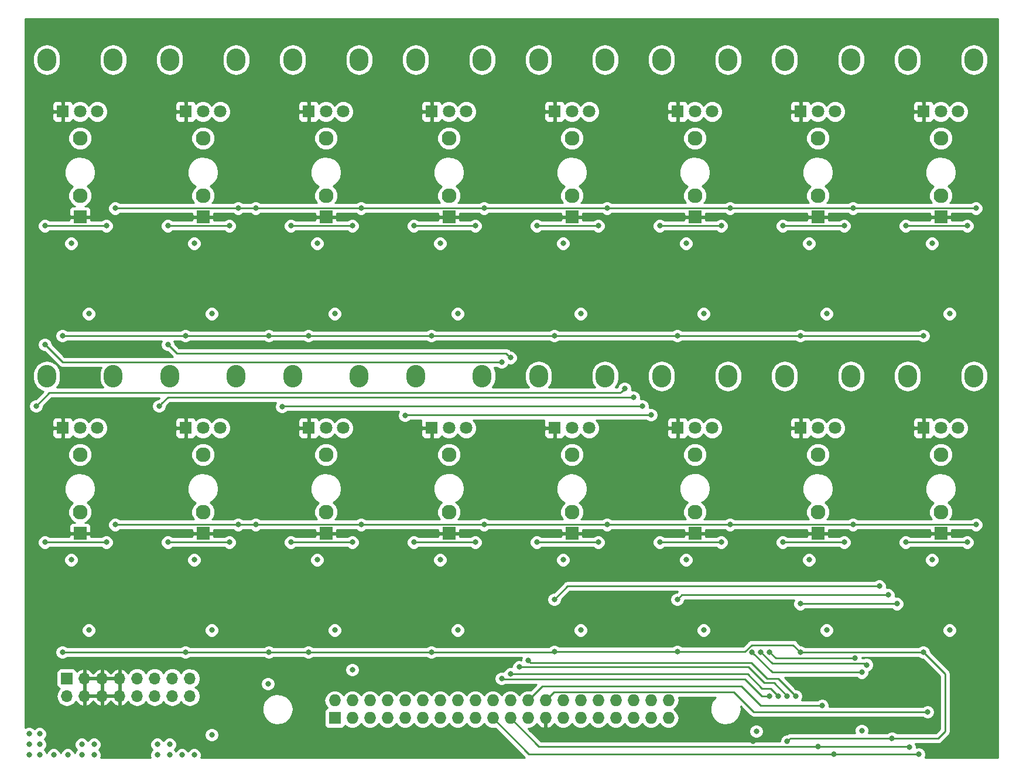
<source format=gbr>
G04 #@! TF.GenerationSoftware,KiCad,Pcbnew,(5.0.1-3-g963ef8bb5)*
G04 #@! TF.CreationDate,2020-08-17T13:32:48-04:00*
G04 #@! TF.ProjectId,Wave_Pool CV Input,576176655F506F6F6C20435620496E70,rev?*
G04 #@! TF.SameCoordinates,Original*
G04 #@! TF.FileFunction,Copper,L1,Top,Signal*
G04 #@! TF.FilePolarity,Positive*
%FSLAX46Y46*%
G04 Gerber Fmt 4.6, Leading zero omitted, Abs format (unit mm)*
G04 Created by KiCad (PCBNEW (5.0.1-3-g963ef8bb5)) date Monday, August 17, 2020 at 01:32:48 PM*
%MOMM*%
%LPD*%
G01*
G04 APERTURE LIST*
G04 #@! TA.AperFunction,ComponentPad*
%ADD10C,2.130000*%
G04 #@! TD*
G04 #@! TA.AperFunction,ComponentPad*
%ADD11R,1.930000X1.830000*%
G04 #@! TD*
G04 #@! TA.AperFunction,ComponentPad*
%ADD12R,1.700000X1.700000*%
G04 #@! TD*
G04 #@! TA.AperFunction,ComponentPad*
%ADD13O,1.700000X1.700000*%
G04 #@! TD*
G04 #@! TA.AperFunction,ComponentPad*
%ADD14O,2.720000X3.240000*%
G04 #@! TD*
G04 #@! TA.AperFunction,ComponentPad*
%ADD15C,1.800000*%
G04 #@! TD*
G04 #@! TA.AperFunction,ComponentPad*
%ADD16R,1.800000X1.800000*%
G04 #@! TD*
G04 #@! TA.AperFunction,ComponentPad*
%ADD17R,1.727200X1.727200*%
G04 #@! TD*
G04 #@! TA.AperFunction,ComponentPad*
%ADD18O,1.727200X1.727200*%
G04 #@! TD*
G04 #@! TA.AperFunction,ViaPad*
%ADD19C,0.800000*%
G04 #@! TD*
G04 #@! TA.AperFunction,Conductor*
%ADD20C,0.250000*%
G04 #@! TD*
G04 #@! TA.AperFunction,Conductor*
%ADD21C,0.254000*%
G04 #@! TD*
G04 APERTURE END LIST*
D10*
G04 #@! TO.P,J14,2*
G04 #@! TO.N,Net-(J14-Pad2)*
X199010000Y-67160000D03*
D11*
G04 #@! TO.P,J14,1*
G04 #@! TO.N,GND*
X199010000Y-70260000D03*
D10*
G04 #@! TO.P,J14,3*
G04 #@! TO.N,Net-(J14-Pad3)*
X199010000Y-58860000D03*
G04 #@! TD*
G04 #@! TO.P,J12,2*
G04 #@! TO.N,Net-(J12-Pad2)*
X163450000Y-67160000D03*
D11*
G04 #@! TO.P,J12,1*
G04 #@! TO.N,GND*
X163450000Y-70260000D03*
D10*
G04 #@! TO.P,J12,3*
G04 #@! TO.N,Net-(J12-Pad3)*
X163450000Y-58860000D03*
G04 #@! TD*
G04 #@! TO.P,J13,2*
G04 #@! TO.N,Net-(J13-Pad2)*
X181230000Y-67160000D03*
D11*
G04 #@! TO.P,J13,1*
G04 #@! TO.N,GND*
X181230000Y-70260000D03*
D10*
G04 #@! TO.P,J13,3*
G04 #@! TO.N,Net-(J13-Pad3)*
X181230000Y-58860000D03*
G04 #@! TD*
G04 #@! TO.P,J3,2*
G04 #@! TO.N,Net-(J3-Pad2)*
X74550000Y-67160000D03*
D11*
G04 #@! TO.P,J3,1*
G04 #@! TO.N,GND*
X74550000Y-70260000D03*
D10*
G04 #@! TO.P,J3,3*
G04 #@! TO.N,Net-(J3-Pad3)*
X74550000Y-58860000D03*
G04 #@! TD*
G04 #@! TO.P,J4,2*
G04 #@! TO.N,Net-(J4-Pad2)*
X92330000Y-67160000D03*
D11*
G04 #@! TO.P,J4,1*
G04 #@! TO.N,GND*
X92330000Y-70260000D03*
D10*
G04 #@! TO.P,J4,3*
G04 #@! TO.N,Net-(J4-Pad3)*
X92330000Y-58860000D03*
G04 #@! TD*
G04 #@! TO.P,J5,2*
G04 #@! TO.N,Net-(J5-Pad2)*
X110110000Y-67160000D03*
D11*
G04 #@! TO.P,J5,1*
G04 #@! TO.N,GND*
X110110000Y-70260000D03*
D10*
G04 #@! TO.P,J5,3*
G04 #@! TO.N,Net-(J5-Pad3)*
X110110000Y-58860000D03*
G04 #@! TD*
G04 #@! TO.P,J6,2*
G04 #@! TO.N,Net-(J6-Pad2)*
X127890000Y-67160000D03*
D11*
G04 #@! TO.P,J6,1*
G04 #@! TO.N,GND*
X127890000Y-70260000D03*
D10*
G04 #@! TO.P,J6,3*
G04 #@! TO.N,Net-(J6-Pad3)*
X127890000Y-58860000D03*
G04 #@! TD*
G04 #@! TO.P,J7,2*
G04 #@! TO.N,Net-(J7-Pad2)*
X74550000Y-112880000D03*
D11*
G04 #@! TO.P,J7,1*
G04 #@! TO.N,GND*
X74550000Y-115980000D03*
D10*
G04 #@! TO.P,J7,3*
G04 #@! TO.N,Net-(J7-Pad3)*
X74550000Y-104580000D03*
G04 #@! TD*
G04 #@! TO.P,J8,2*
G04 #@! TO.N,Net-(J8-Pad2)*
X92330000Y-112880000D03*
D11*
G04 #@! TO.P,J8,1*
G04 #@! TO.N,GND*
X92330000Y-115980000D03*
D10*
G04 #@! TO.P,J8,3*
G04 #@! TO.N,Net-(J8-Pad3)*
X92330000Y-104580000D03*
G04 #@! TD*
G04 #@! TO.P,J9,2*
G04 #@! TO.N,Net-(J9-Pad2)*
X110110000Y-112880000D03*
D11*
G04 #@! TO.P,J9,1*
G04 #@! TO.N,GND*
X110110000Y-115980000D03*
D10*
G04 #@! TO.P,J9,3*
G04 #@! TO.N,Net-(J9-Pad3)*
X110110000Y-104580000D03*
G04 #@! TD*
G04 #@! TO.P,J10,2*
G04 #@! TO.N,Net-(J10-Pad2)*
X127890000Y-112880000D03*
D11*
G04 #@! TO.P,J10,1*
G04 #@! TO.N,GND*
X127890000Y-115980000D03*
D10*
G04 #@! TO.P,J10,3*
G04 #@! TO.N,Net-(J10-Pad3)*
X127890000Y-104580000D03*
G04 #@! TD*
G04 #@! TO.P,J11,2*
G04 #@! TO.N,Net-(J11-Pad2)*
X145670000Y-67160000D03*
D11*
G04 #@! TO.P,J11,1*
G04 #@! TO.N,GND*
X145670000Y-70260000D03*
D10*
G04 #@! TO.P,J11,3*
G04 #@! TO.N,Net-(J11-Pad3)*
X145670000Y-58860000D03*
G04 #@! TD*
G04 #@! TO.P,J15,2*
G04 #@! TO.N,Net-(J15-Pad2)*
X145670000Y-112880000D03*
D11*
G04 #@! TO.P,J15,1*
G04 #@! TO.N,GND*
X145670000Y-115980000D03*
D10*
G04 #@! TO.P,J15,3*
G04 #@! TO.N,Net-(J15-Pad3)*
X145670000Y-104580000D03*
G04 #@! TD*
G04 #@! TO.P,J16,2*
G04 #@! TO.N,Net-(J16-Pad2)*
X163450000Y-112880000D03*
D11*
G04 #@! TO.P,J16,1*
G04 #@! TO.N,GND*
X163450000Y-115980000D03*
D10*
G04 #@! TO.P,J16,3*
G04 #@! TO.N,Net-(J16-Pad3)*
X163450000Y-104580000D03*
G04 #@! TD*
G04 #@! TO.P,J17,2*
G04 #@! TO.N,Net-(J17-Pad2)*
X181230000Y-112880000D03*
D11*
G04 #@! TO.P,J17,1*
G04 #@! TO.N,GND*
X181230000Y-115980000D03*
D10*
G04 #@! TO.P,J17,3*
G04 #@! TO.N,Net-(J17-Pad3)*
X181230000Y-104580000D03*
G04 #@! TD*
G04 #@! TO.P,J18,2*
G04 #@! TO.N,Net-(J18-Pad2)*
X199010000Y-112880000D03*
D11*
G04 #@! TO.P,J18,1*
G04 #@! TO.N,GND*
X199010000Y-115980000D03*
D10*
G04 #@! TO.P,J18,3*
G04 #@! TO.N,Net-(J18-Pad3)*
X199010000Y-104580000D03*
G04 #@! TD*
D12*
G04 #@! TO.P,J1,1*
G04 #@! TO.N,Net-(D2-Pad1)*
X72645000Y-136935000D03*
D13*
G04 #@! TO.P,J1,2*
X72645000Y-139475000D03*
G04 #@! TO.P,J1,3*
G04 #@! TO.N,GND*
X75185000Y-136935000D03*
G04 #@! TO.P,J1,4*
X75185000Y-139475000D03*
G04 #@! TO.P,J1,5*
X77725000Y-136935000D03*
G04 #@! TO.P,J1,6*
X77725000Y-139475000D03*
G04 #@! TO.P,J1,7*
X80265000Y-136935000D03*
G04 #@! TO.P,J1,8*
X80265000Y-139475000D03*
G04 #@! TO.P,J1,9*
G04 #@! TO.N,Net-(D1-Pad2)*
X82805000Y-136935000D03*
G04 #@! TO.P,J1,10*
X82805000Y-139475000D03*
G04 #@! TO.P,J1,11*
G04 #@! TO.N,Net-(J1-Pad11)*
X85345000Y-136935000D03*
G04 #@! TO.P,J1,12*
G04 #@! TO.N,Net-(J1-Pad12)*
X85345000Y-139475000D03*
G04 #@! TO.P,J1,13*
G04 #@! TO.N,Net-(J1-Pad13)*
X87885000Y-136935000D03*
G04 #@! TO.P,J1,14*
G04 #@! TO.N,Net-(J1-Pad14)*
X87885000Y-139475000D03*
G04 #@! TO.P,J1,15*
G04 #@! TO.N,Net-(J1-Pad15)*
X90425000Y-136935000D03*
G04 #@! TO.P,J1,16*
G04 #@! TO.N,Net-(J1-Pad16)*
X90425000Y-139475000D03*
G04 #@! TD*
D14*
G04 #@! TO.P,RV1,*
G04 #@! TO.N,*
X69750000Y-47520000D03*
X79350000Y-47520000D03*
D15*
G04 #@! TO.P,RV1,3*
G04 #@! TO.N,Net-(R12-Pad1)*
X77050000Y-55020000D03*
G04 #@! TO.P,RV1,2*
G04 #@! TO.N,Net-(RV1-Pad2)*
X74550000Y-55020000D03*
D16*
G04 #@! TO.P,RV1,1*
G04 #@! TO.N,GND*
X72050000Y-55020000D03*
G04 #@! TD*
G04 #@! TO.P,RV2,1*
G04 #@! TO.N,GND*
X89830000Y-55020000D03*
D15*
G04 #@! TO.P,RV2,2*
G04 #@! TO.N,Net-(RV2-Pad2)*
X92330000Y-55020000D03*
G04 #@! TO.P,RV2,3*
G04 #@! TO.N,Net-(R15-Pad1)*
X94830000Y-55020000D03*
D14*
G04 #@! TO.P,RV2,*
G04 #@! TO.N,*
X97130000Y-47520000D03*
X87530000Y-47520000D03*
G04 #@! TD*
G04 #@! TO.P,RV3,*
G04 #@! TO.N,*
X105310000Y-47520000D03*
X114910000Y-47520000D03*
D15*
G04 #@! TO.P,RV3,3*
G04 #@! TO.N,Net-(R18-Pad1)*
X112610000Y-55020000D03*
G04 #@! TO.P,RV3,2*
G04 #@! TO.N,Net-(RV3-Pad2)*
X110110000Y-55020000D03*
D16*
G04 #@! TO.P,RV3,1*
G04 #@! TO.N,GND*
X107610000Y-55020000D03*
G04 #@! TD*
D14*
G04 #@! TO.P,RV4,*
G04 #@! TO.N,*
X123090000Y-47520000D03*
X132690000Y-47520000D03*
D15*
G04 #@! TO.P,RV4,3*
G04 #@! TO.N,Net-(R21-Pad1)*
X130390000Y-55020000D03*
G04 #@! TO.P,RV4,2*
G04 #@! TO.N,Net-(RV4-Pad2)*
X127890000Y-55020000D03*
D16*
G04 #@! TO.P,RV4,1*
G04 #@! TO.N,GND*
X125390000Y-55020000D03*
G04 #@! TD*
G04 #@! TO.P,RV5,1*
G04 #@! TO.N,GND*
X72050000Y-100740000D03*
D15*
G04 #@! TO.P,RV5,2*
G04 #@! TO.N,Net-(RV5-Pad2)*
X74550000Y-100740000D03*
G04 #@! TO.P,RV5,3*
G04 #@! TO.N,Net-(R44-Pad1)*
X77050000Y-100740000D03*
D14*
G04 #@! TO.P,RV5,*
G04 #@! TO.N,*
X79350000Y-93240000D03*
X69750000Y-93240000D03*
G04 #@! TD*
G04 #@! TO.P,RV6,*
G04 #@! TO.N,*
X87530000Y-93240000D03*
X97130000Y-93240000D03*
D15*
G04 #@! TO.P,RV6,3*
G04 #@! TO.N,Net-(R47-Pad1)*
X94830000Y-100740000D03*
G04 #@! TO.P,RV6,2*
G04 #@! TO.N,Net-(RV6-Pad2)*
X92330000Y-100740000D03*
D16*
G04 #@! TO.P,RV6,1*
G04 #@! TO.N,GND*
X89830000Y-100740000D03*
G04 #@! TD*
D14*
G04 #@! TO.P,RV7,*
G04 #@! TO.N,*
X105310000Y-93240000D03*
X114910000Y-93240000D03*
D15*
G04 #@! TO.P,RV7,3*
G04 #@! TO.N,Net-(R50-Pad1)*
X112610000Y-100740000D03*
G04 #@! TO.P,RV7,2*
G04 #@! TO.N,Net-(RV7-Pad2)*
X110110000Y-100740000D03*
D16*
G04 #@! TO.P,RV7,1*
G04 #@! TO.N,GND*
X107610000Y-100740000D03*
G04 #@! TD*
G04 #@! TO.P,RV8,1*
G04 #@! TO.N,GND*
X125390000Y-100740000D03*
D15*
G04 #@! TO.P,RV8,2*
G04 #@! TO.N,Net-(RV8-Pad2)*
X127890000Y-100740000D03*
G04 #@! TO.P,RV8,3*
G04 #@! TO.N,Net-(R53-Pad1)*
X130390000Y-100740000D03*
D14*
G04 #@! TO.P,RV8,*
G04 #@! TO.N,*
X132690000Y-93240000D03*
X123090000Y-93240000D03*
G04 #@! TD*
D16*
G04 #@! TO.P,RV9,1*
G04 #@! TO.N,GND*
X143170000Y-55020000D03*
D15*
G04 #@! TO.P,RV9,2*
G04 #@! TO.N,Net-(RV9-Pad2)*
X145670000Y-55020000D03*
G04 #@! TO.P,RV9,3*
G04 #@! TO.N,Net-(R76-Pad1)*
X148170000Y-55020000D03*
D14*
G04 #@! TO.P,RV9,*
G04 #@! TO.N,*
X150470000Y-47520000D03*
X140870000Y-47520000D03*
G04 #@! TD*
D16*
G04 #@! TO.P,RV10,1*
G04 #@! TO.N,GND*
X160950000Y-55020000D03*
D15*
G04 #@! TO.P,RV10,2*
G04 #@! TO.N,Net-(RV10-Pad2)*
X163450000Y-55020000D03*
G04 #@! TO.P,RV10,3*
G04 #@! TO.N,Net-(R79-Pad1)*
X165950000Y-55020000D03*
D14*
G04 #@! TO.P,RV10,*
G04 #@! TO.N,*
X168250000Y-47520000D03*
X158650000Y-47520000D03*
G04 #@! TD*
G04 #@! TO.P,RV11,*
G04 #@! TO.N,*
X176430000Y-47520000D03*
X186030000Y-47520000D03*
D15*
G04 #@! TO.P,RV11,3*
G04 #@! TO.N,Net-(R82-Pad1)*
X183730000Y-55020000D03*
G04 #@! TO.P,RV11,2*
G04 #@! TO.N,Net-(RV11-Pad2)*
X181230000Y-55020000D03*
D16*
G04 #@! TO.P,RV11,1*
G04 #@! TO.N,GND*
X178730000Y-55020000D03*
G04 #@! TD*
G04 #@! TO.P,RV12,1*
G04 #@! TO.N,GND*
X196510000Y-55020000D03*
D15*
G04 #@! TO.P,RV12,2*
G04 #@! TO.N,Net-(RV12-Pad2)*
X199010000Y-55020000D03*
G04 #@! TO.P,RV12,3*
G04 #@! TO.N,Net-(R85-Pad1)*
X201510000Y-55020000D03*
D14*
G04 #@! TO.P,RV12,*
G04 #@! TO.N,*
X203810000Y-47520000D03*
X194210000Y-47520000D03*
G04 #@! TD*
G04 #@! TO.P,RV13,*
G04 #@! TO.N,*
X140870000Y-93240000D03*
X150470000Y-93240000D03*
D15*
G04 #@! TO.P,RV13,3*
G04 #@! TO.N,Net-(R108-Pad1)*
X148170000Y-100740000D03*
G04 #@! TO.P,RV13,2*
G04 #@! TO.N,Net-(RV13-Pad2)*
X145670000Y-100740000D03*
D16*
G04 #@! TO.P,RV13,1*
G04 #@! TO.N,GND*
X143170000Y-100740000D03*
G04 #@! TD*
G04 #@! TO.P,RV14,1*
G04 #@! TO.N,GND*
X160950000Y-100740000D03*
D15*
G04 #@! TO.P,RV14,2*
G04 #@! TO.N,Net-(RV14-Pad2)*
X163450000Y-100740000D03*
G04 #@! TO.P,RV14,3*
G04 #@! TO.N,Net-(R111-Pad1)*
X165950000Y-100740000D03*
D14*
G04 #@! TO.P,RV14,*
G04 #@! TO.N,*
X168250000Y-93240000D03*
X158650000Y-93240000D03*
G04 #@! TD*
G04 #@! TO.P,RV15,*
G04 #@! TO.N,*
X176430000Y-93240000D03*
X186030000Y-93240000D03*
D15*
G04 #@! TO.P,RV15,3*
G04 #@! TO.N,Net-(R114-Pad1)*
X183730000Y-100740000D03*
G04 #@! TO.P,RV15,2*
G04 #@! TO.N,Net-(RV15-Pad2)*
X181230000Y-100740000D03*
D16*
G04 #@! TO.P,RV15,1*
G04 #@! TO.N,GND*
X178730000Y-100740000D03*
G04 #@! TD*
G04 #@! TO.P,RV16,1*
G04 #@! TO.N,GND*
X196510000Y-100740000D03*
D15*
G04 #@! TO.P,RV16,2*
G04 #@! TO.N,Net-(RV16-Pad2)*
X199010000Y-100740000D03*
G04 #@! TO.P,RV16,3*
G04 #@! TO.N,Net-(R117-Pad1)*
X201510000Y-100740000D03*
D14*
G04 #@! TO.P,RV16,*
G04 #@! TO.N,*
X203810000Y-93240000D03*
X194210000Y-93240000D03*
G04 #@! TD*
D17*
G04 #@! TO.P,J2,1*
G04 #@! TO.N,Net-(J2-Pad1)*
X111380000Y-142650000D03*
D18*
G04 #@! TO.P,J2,2*
G04 #@! TO.N,Net-(J2-Pad2)*
X111380000Y-140110000D03*
G04 #@! TO.P,J2,3*
G04 #@! TO.N,Net-(J2-Pad3)*
X113920000Y-142650000D03*
G04 #@! TO.P,J2,4*
G04 #@! TO.N,Net-(J2-Pad4)*
X113920000Y-140110000D03*
G04 #@! TO.P,J2,5*
G04 #@! TO.N,Net-(J2-Pad5)*
X116460000Y-142650000D03*
G04 #@! TO.P,J2,6*
G04 #@! TO.N,Net-(J2-Pad6)*
X116460000Y-140110000D03*
G04 #@! TO.P,J2,7*
G04 #@! TO.N,Net-(J2-Pad7)*
X119000000Y-142650000D03*
G04 #@! TO.P,J2,8*
G04 #@! TO.N,Net-(J2-Pad8)*
X119000000Y-140110000D03*
G04 #@! TO.P,J2,9*
G04 #@! TO.N,Net-(J2-Pad9)*
X121540000Y-142650000D03*
G04 #@! TO.P,J2,10*
G04 #@! TO.N,Net-(J2-Pad10)*
X121540000Y-140110000D03*
G04 #@! TO.P,J2,11*
G04 #@! TO.N,Net-(J2-Pad11)*
X124080000Y-142650000D03*
G04 #@! TO.P,J2,12*
G04 #@! TO.N,Net-(J2-Pad12)*
X124080000Y-140110000D03*
G04 #@! TO.P,J2,13*
G04 #@! TO.N,Net-(J2-Pad13)*
X126620000Y-142650000D03*
G04 #@! TO.P,J2,14*
G04 #@! TO.N,Net-(J2-Pad14)*
X126620000Y-140110000D03*
G04 #@! TO.P,J2,15*
G04 #@! TO.N,Net-(J2-Pad15)*
X129160000Y-142650000D03*
G04 #@! TO.P,J2,16*
G04 #@! TO.N,Net-(J2-Pad16)*
X129160000Y-140110000D03*
G04 #@! TO.P,J2,17*
G04 #@! TO.N,+3V3*
X131700000Y-142650000D03*
G04 #@! TO.P,J2,18*
G04 #@! TO.N,Net-(J2-Pad18)*
X131700000Y-140110000D03*
G04 #@! TO.P,J2,19*
G04 #@! TO.N,/SPI_MOSI*
X134240000Y-142650000D03*
G04 #@! TO.P,J2,20*
G04 #@! TO.N,Net-(J2-Pad20)*
X134240000Y-140110000D03*
G04 #@! TO.P,J2,21*
G04 #@! TO.N,/SPI_MISO*
X136780000Y-142650000D03*
G04 #@! TO.P,J2,22*
G04 #@! TO.N,Net-(J2-Pad22)*
X136780000Y-140110000D03*
G04 #@! TO.P,J2,23*
G04 #@! TO.N,/SPI_CLK*
X139320000Y-142650000D03*
G04 #@! TO.P,J2,24*
G04 #@! TO.N,/SPI_CE0*
X139320000Y-140110000D03*
G04 #@! TO.P,J2,25*
G04 #@! TO.N,GND*
X141860000Y-142650000D03*
G04 #@! TO.P,J2,26*
G04 #@! TO.N,/SPI_CE1*
X141860000Y-140110000D03*
G04 #@! TO.P,J2,27*
G04 #@! TO.N,Net-(J2-Pad27)*
X144400000Y-142650000D03*
G04 #@! TO.P,J2,28*
G04 #@! TO.N,Net-(J2-Pad28)*
X144400000Y-140110000D03*
G04 #@! TO.P,J2,29*
G04 #@! TO.N,Net-(J2-Pad29)*
X146940000Y-142650000D03*
G04 #@! TO.P,J2,30*
G04 #@! TO.N,Net-(J2-Pad30)*
X146940000Y-140110000D03*
G04 #@! TO.P,J2,31*
G04 #@! TO.N,Net-(J2-Pad31)*
X149480000Y-142650000D03*
G04 #@! TO.P,J2,32*
G04 #@! TO.N,Net-(J2-Pad32)*
X149480000Y-140110000D03*
G04 #@! TO.P,J2,33*
G04 #@! TO.N,Net-(J2-Pad33)*
X152020000Y-142650000D03*
G04 #@! TO.P,J2,34*
G04 #@! TO.N,Net-(J2-Pad34)*
X152020000Y-140110000D03*
G04 #@! TO.P,J2,35*
G04 #@! TO.N,Net-(J2-Pad35)*
X154560000Y-142650000D03*
G04 #@! TO.P,J2,36*
G04 #@! TO.N,Net-(J2-Pad36)*
X154560000Y-140110000D03*
G04 #@! TO.P,J2,37*
G04 #@! TO.N,Net-(J2-Pad37)*
X157100000Y-142650000D03*
G04 #@! TO.P,J2,38*
G04 #@! TO.N,Net-(J2-Pad38)*
X157100000Y-140110000D03*
G04 #@! TO.P,J2,39*
G04 #@! TO.N,Net-(J2-Pad39)*
X159640000Y-142650000D03*
G04 #@! TO.P,J2,40*
G04 #@! TO.N,Net-(J2-Pad40)*
X159640000Y-140110000D03*
G04 #@! TD*
D19*
G04 #@! TO.N,+12V*
X73280000Y-74070000D03*
X91060000Y-74070000D03*
X108840000Y-74070000D03*
X126620000Y-74070000D03*
X144400000Y-74070000D03*
X162180000Y-74070000D03*
X179960000Y-74070000D03*
X197740000Y-74070000D03*
X197740000Y-119790000D03*
X179960000Y-119790000D03*
X162180000Y-119790000D03*
X144400000Y-119790000D03*
X126620000Y-119790000D03*
X108840000Y-119790000D03*
X91060000Y-119790000D03*
X113920000Y-135665000D03*
X73280000Y-119790000D03*
X85726000Y-146460000D03*
X87504000Y-146460000D03*
X85726000Y-147984000D03*
X87504000Y-147984000D03*
X89282000Y-147984000D03*
X91060000Y-147984000D03*
X93600000Y-145063000D03*
G04 #@! TO.N,GND*
X186183000Y-142904000D03*
X191898000Y-140618000D03*
X111380000Y-86135000D03*
X98045000Y-82960000D03*
X129160000Y-86135000D03*
X75820000Y-86135000D03*
X75820000Y-131855000D03*
X93600000Y-131855000D03*
X98045000Y-128680000D03*
X133605000Y-128680000D03*
X151385000Y-128680000D03*
X169165000Y-128680000D03*
X186945000Y-128680000D03*
X146940000Y-86135000D03*
X164720000Y-86135000D03*
X182500000Y-86135000D03*
X200280000Y-86135000D03*
X200280000Y-131855000D03*
X182500000Y-131855000D03*
X146940000Y-131855000D03*
X129160000Y-131855000D03*
X111380000Y-131855000D03*
X93600000Y-86135000D03*
X164720000Y-131764990D03*
X184405000Y-143285000D03*
X113285000Y-137570000D03*
X98045000Y-141380000D03*
X93346000Y-147730000D03*
X171832000Y-146025980D03*
X189993000Y-140618000D03*
X188088000Y-140618000D03*
X188088000Y-142904000D03*
X186183000Y-140618000D03*
X184405000Y-140618000D03*
G04 #@! TO.N,-12V*
X111380000Y-84230000D03*
X93600000Y-84230000D03*
X75820000Y-84230000D03*
X129160000Y-84230000D03*
X93600000Y-129950000D03*
X75820000Y-129950000D03*
X111380000Y-129950000D03*
X129160000Y-129950000D03*
X146940000Y-129950000D03*
X164720000Y-129950000D03*
X182500000Y-129950000D03*
X200280000Y-129950000D03*
X200280000Y-84230000D03*
X146940000Y-84230000D03*
X164720000Y-84230000D03*
X182500000Y-84230000D03*
X101728000Y-137697000D03*
X76582000Y-146460000D03*
X76582000Y-147984000D03*
X74804000Y-147984000D03*
X74804000Y-146460000D03*
X67184000Y-147984000D03*
X67184000Y-146460000D03*
X67184000Y-144936000D03*
X68708000Y-147984000D03*
X68708000Y-146460000D03*
X68708000Y-144936000D03*
X72772000Y-147984000D03*
X70740002Y-147984000D03*
G04 #@! TO.N,+3V3*
X172340000Y-144555000D03*
X187580000Y-144464990D03*
G04 #@! TO.N,Vref*
X125350000Y-87405000D03*
X143130000Y-87405000D03*
X160910000Y-87405000D03*
X178690000Y-87405000D03*
X196470000Y-87405000D03*
X125350000Y-133125000D03*
X196470000Y-133125000D03*
X89790000Y-133125000D03*
X72010000Y-133125000D03*
X107570000Y-133125000D03*
X107570000Y-87405000D03*
X72010000Y-87405000D03*
X101855000Y-133125000D03*
X89790000Y-87405000D03*
X178690000Y-133125006D03*
X160910000Y-133034990D03*
X143130000Y-133034990D03*
X191955381Y-145611759D03*
X101855008Y-87405000D03*
X176785000Y-146025980D03*
G04 #@! TO.N,DC_Offset*
X115190000Y-68990000D03*
X132970000Y-68990000D03*
X132970000Y-114710000D03*
X150750000Y-114710000D03*
X168530000Y-114710000D03*
X186310000Y-114710000D03*
X204090000Y-114710000D03*
X150750000Y-68990000D03*
X168530000Y-68990000D03*
X186310000Y-68990000D03*
X204090000Y-68990000D03*
X79630000Y-114710000D03*
X97410000Y-114710000D03*
X97410000Y-68990000D03*
X99950000Y-68990000D03*
X79630000Y-68990000D03*
X115190000Y-114710000D03*
X99950000Y-114710000D03*
G04 #@! TO.N,/CV Input 1-4/CV1*
X69470000Y-88675000D03*
X135510000Y-91215000D03*
X174245000Y-139475000D03*
X135510000Y-136935000D03*
G04 #@! TO.N,/CV Input 1-4/CV2*
X87250000Y-88675000D03*
X136780000Y-90580004D03*
X175515000Y-139475000D03*
X136780000Y-136300000D03*
G04 #@! TO.N,/CV Input 1-4/CV3*
X176785000Y-139475010D03*
X138050000Y-135284006D03*
G04 #@! TO.N,/CV Input 1-4/CV4*
X178055000Y-139475000D03*
X139392115Y-134304990D03*
G04 #@! TO.N,/CV Input 5-8/CV5*
X68200000Y-97565000D03*
X153290000Y-95025000D03*
G04 #@! TO.N,/CV Input 5-8/CV6*
X154560000Y-96295000D03*
X85980000Y-97565004D03*
G04 #@! TO.N,/CV Input 5-8/CV7*
X155830000Y-97565016D03*
X103760000Y-97655010D03*
G04 #@! TO.N,/CV Input 5-8/CV8*
X157100000Y-98835000D03*
X121540000Y-98925010D03*
G04 #@! TO.N,/CV Input 9-12/CV9*
X171705000Y-133125000D03*
X187580000Y-136046000D03*
G04 #@! TO.N,/CV Input 9-12/CV10*
X188287121Y-134957890D03*
X172975000Y-133125000D03*
G04 #@! TO.N,/CV Input 9-12/CV11*
X174245000Y-133125000D03*
X186564000Y-134014000D03*
G04 #@! TO.N,/CV Input 13-16/CV13*
X143130000Y-125505000D03*
X190120000Y-123600000D03*
G04 #@! TO.N,/CV Input 13-16/CV14*
X160910000Y-125505000D03*
X191389990Y-124870000D03*
G04 #@! TO.N,/CV Input 13-16/CV15*
X178690000Y-126139994D03*
X192660001Y-126139999D03*
G04 #@! TO.N,/SPI_MOSI*
X195834998Y-147857000D03*
X183516000Y-147856998D03*
G04 #@! TO.N,/SPI_MISO*
X181230000Y-146750990D03*
X194438000Y-146841000D03*
G04 #@! TO.N,/SPI_CE0*
X181865000Y-140872000D03*
G04 #@! TO.N,/SPI_CE1*
X197105000Y-141761000D03*
G04 #@! TO.N,Net-(R12-Pad2)*
X69470000Y-71530000D03*
X78360000Y-71530000D03*
G04 #@! TO.N,Net-(R15-Pad2)*
X96140000Y-71530000D03*
X87250000Y-71530000D03*
G04 #@! TO.N,Net-(R18-Pad2)*
X105030000Y-71530000D03*
X113920000Y-71530000D03*
G04 #@! TO.N,Net-(R21-Pad2)*
X131700000Y-71530000D03*
X122810000Y-71530000D03*
G04 #@! TO.N,Net-(R44-Pad2)*
X69470000Y-117250000D03*
X78360000Y-117250000D03*
G04 #@! TO.N,Net-(R47-Pad2)*
X87250000Y-117250000D03*
X96140000Y-117250000D03*
G04 #@! TO.N,Net-(R50-Pad2)*
X113920000Y-117250000D03*
X105030000Y-117250000D03*
G04 #@! TO.N,Net-(R53-Pad2)*
X122810000Y-117250000D03*
X131700000Y-117250000D03*
G04 #@! TO.N,Net-(R76-Pad2)*
X140590000Y-71530000D03*
X149480000Y-71530000D03*
G04 #@! TO.N,Net-(R79-Pad2)*
X158370000Y-71530000D03*
X167260000Y-71530000D03*
G04 #@! TO.N,Net-(R82-Pad2)*
X176150000Y-71530000D03*
X185040000Y-71530000D03*
G04 #@! TO.N,Net-(R85-Pad2)*
X193930000Y-71530000D03*
X202820000Y-71530000D03*
G04 #@! TO.N,Net-(R108-Pad2)*
X140590000Y-117250000D03*
X149480000Y-117250000D03*
G04 #@! TO.N,Net-(R111-Pad2)*
X158370000Y-117250000D03*
X167260000Y-117250000D03*
G04 #@! TO.N,Net-(R114-Pad2)*
X176150000Y-117250000D03*
X185040000Y-117250000D03*
G04 #@! TO.N,Net-(R117-Pad2)*
X193930000Y-117250000D03*
X202820000Y-117250000D03*
G04 #@! TD*
D20*
G04 #@! TO.N,Vref*
X73280000Y-87405000D02*
X89790000Y-87405000D01*
X72010000Y-87405000D02*
X73280000Y-87405000D01*
X101220000Y-133125000D02*
X107570000Y-133125000D01*
X101220000Y-133125000D02*
X89790000Y-133125000D01*
X89790000Y-133125000D02*
X72010000Y-133125000D01*
X107570000Y-87405000D02*
X125350000Y-87405000D01*
X125350000Y-87405000D02*
X143130000Y-87405000D01*
X143130000Y-87405000D02*
X160910000Y-87405000D01*
X160910000Y-87405000D02*
X178690000Y-87405000D01*
X178690000Y-87405000D02*
X196470000Y-87405000D01*
X125350000Y-133125000D02*
X143039990Y-133125000D01*
X161475685Y-133034990D02*
X160910000Y-133034990D01*
X143695685Y-133034990D02*
X160910000Y-133034990D01*
X143130000Y-133034990D02*
X143695685Y-133034990D01*
X170722008Y-133034990D02*
X161475685Y-133034990D01*
X143039990Y-133125000D02*
X143130000Y-133034990D01*
X178690000Y-133125006D02*
X177654977Y-132089983D01*
X177654977Y-132089983D02*
X171667015Y-132089983D01*
X171667015Y-132089983D02*
X170722008Y-133034990D01*
X107570000Y-87405000D02*
X101855008Y-87405000D01*
X89790000Y-87405000D02*
X101855008Y-87405000D01*
X191955381Y-145611759D02*
X191742140Y-145825000D01*
X179489992Y-133125000D02*
X179489986Y-133125006D01*
X179489986Y-133125006D02*
X178690000Y-133125006D01*
X196470000Y-133125000D02*
X179489992Y-133125000D01*
X196470000Y-133125000D02*
X199645000Y-136300000D01*
X199645000Y-136300000D02*
X199645000Y-144555000D01*
X198588241Y-145611759D02*
X191955381Y-145611759D01*
X199645000Y-144555000D02*
X198588241Y-145611759D01*
X107570000Y-133125000D02*
X125350000Y-133125000D01*
X177184999Y-145625981D02*
X176785000Y-146025980D01*
X191955381Y-145611759D02*
X177199221Y-145611759D01*
X177199221Y-145611759D02*
X177184999Y-145625981D01*
G04 #@! TO.N,DC_Offset*
X99950000Y-68990000D02*
X97410000Y-68990000D01*
X97410000Y-68990000D02*
X79630000Y-68990000D01*
X99950000Y-114710000D02*
X97410000Y-114710000D01*
X97410000Y-114710000D02*
X79630000Y-114710000D01*
X115190000Y-114710000D02*
X99950000Y-114710000D01*
X110337202Y-68990000D02*
X115190000Y-68990000D01*
X99950000Y-68990000D02*
X110337202Y-68990000D01*
X115190000Y-68990000D02*
X132970000Y-68990000D01*
X115190000Y-114710000D02*
X132970000Y-114710000D01*
X132970000Y-114710000D02*
X150750000Y-114710000D01*
X150750000Y-114710000D02*
X168530000Y-114710000D01*
X168530000Y-114710000D02*
X186310000Y-114710000D01*
X186310000Y-114710000D02*
X204090000Y-114710000D01*
X146865002Y-68990000D02*
X150750000Y-68990000D01*
X132970000Y-68990000D02*
X146865002Y-68990000D01*
X150750000Y-68990000D02*
X168530000Y-68990000D01*
X168530000Y-68990000D02*
X186310000Y-68990000D01*
X186310000Y-68990000D02*
X204090000Y-68990000D01*
G04 #@! TO.N,/CV Input 1-4/CV1*
X134944315Y-91215000D02*
X135510000Y-91215000D01*
X72010000Y-91215000D02*
X134944315Y-91215000D01*
X69470000Y-88675000D02*
X72010000Y-91215000D01*
X170689000Y-137062000D02*
X135637000Y-137062000D01*
X173102000Y-139475000D02*
X170689000Y-137062000D01*
X135637000Y-137062000D02*
X135510000Y-136935000D01*
X174245000Y-139475000D02*
X173102000Y-139475000D01*
G04 #@! TO.N,/CV Input 1-4/CV2*
X136780000Y-90580000D02*
X136780000Y-90580000D01*
X136144996Y-89945000D02*
X136380001Y-90180005D01*
X136380001Y-90180005D02*
X136780000Y-90580004D01*
X88520000Y-89945000D02*
X136144996Y-89945000D01*
X87250000Y-88675000D02*
X88520000Y-89945000D01*
X171070000Y-136300000D02*
X136780000Y-136300000D01*
X173155011Y-138385011D02*
X171070000Y-136300000D01*
X174425011Y-138385011D02*
X173155011Y-138385011D01*
X175515000Y-139475000D02*
X174425011Y-138385011D01*
G04 #@! TO.N,/CV Input 1-4/CV3*
X138615685Y-135284006D02*
X138050000Y-135284006D01*
X171197006Y-135284006D02*
X138615685Y-135284006D01*
X173483000Y-137570000D02*
X171197006Y-135284006D01*
X174879990Y-137570000D02*
X173483000Y-137570000D01*
X176785000Y-139475010D02*
X174879990Y-137570000D01*
G04 #@! TO.N,/CV Input 1-4/CV4*
X177655001Y-139075001D02*
X178055000Y-139475000D01*
X173864000Y-136935000D02*
X175515000Y-136935000D01*
X171578000Y-134649000D02*
X173864000Y-136935000D01*
X139736125Y-134649000D02*
X171578000Y-134649000D01*
X175515000Y-136935000D02*
X177655001Y-139075001D01*
X139392115Y-134304990D02*
X139736125Y-134649000D01*
G04 #@! TO.N,/CV Input 5-8/CV5*
X152655000Y-95660000D02*
X152890001Y-95424999D01*
X70105000Y-95660000D02*
X152655000Y-95660000D01*
X152890001Y-95424999D02*
X153290000Y-95025000D01*
X68200000Y-97565000D02*
X70105000Y-95660000D01*
G04 #@! TO.N,/CV Input 5-8/CV6*
X154560000Y-96295000D02*
X154560000Y-96295000D01*
X86379999Y-97165005D02*
X85980000Y-97565004D01*
X87250004Y-96295000D02*
X86379999Y-97165005D01*
X154560000Y-96295000D02*
X87250004Y-96295000D01*
G04 #@! TO.N,/CV Input 5-8/CV7*
X155830000Y-97565000D02*
X155830000Y-97565016D01*
X155830000Y-97565016D02*
X103849994Y-97565016D01*
X103849994Y-97565016D02*
X103760000Y-97655010D01*
G04 #@! TO.N,/CV Input 5-8/CV8*
X157100000Y-98835000D02*
X157100000Y-98835000D01*
X121630010Y-98835000D02*
X121540000Y-98925010D01*
X157100000Y-98835000D02*
X121630010Y-98835000D01*
G04 #@! TO.N,/CV Input 9-12/CV9*
X174626000Y-136046000D02*
X187014315Y-136046000D01*
X171705000Y-133125000D02*
X174626000Y-136046000D01*
X187014315Y-136046000D02*
X187580000Y-136046000D01*
G04 #@! TO.N,/CV Input 9-12/CV10*
X174626000Y-134776000D02*
X172975000Y-133125000D01*
X188105231Y-134776000D02*
X174626000Y-134776000D01*
X188287121Y-134957890D02*
X188105231Y-134776000D01*
G04 #@! TO.N,/CV Input 9-12/CV11*
X174245000Y-133125000D02*
X175134000Y-134014000D01*
X185998315Y-134014000D02*
X186564000Y-134014000D01*
X175134000Y-134014000D02*
X185998315Y-134014000D01*
G04 #@! TO.N,/CV Input 13-16/CV13*
X143130000Y-125505000D02*
X145035000Y-123600000D01*
X145035000Y-123600000D02*
X189554315Y-123600000D01*
X189554315Y-123600000D02*
X190120000Y-123600000D01*
G04 #@! TO.N,/CV Input 13-16/CV14*
X160910000Y-125505000D02*
X161545000Y-124870000D01*
X161545000Y-124870000D02*
X190824305Y-124870000D01*
X190824305Y-124870000D02*
X191389990Y-124870000D01*
G04 #@! TO.N,/CV Input 13-16/CV15*
X192659996Y-126139994D02*
X192660001Y-126139999D01*
X178690000Y-126139994D02*
X192659996Y-126139994D01*
G04 #@! TO.N,/SPI_MOSI*
X139446998Y-147856998D02*
X182950315Y-147856998D01*
X195834998Y-147857000D02*
X183516002Y-147857000D01*
X183516002Y-147857000D02*
X183516000Y-147856998D01*
X134240000Y-142650000D02*
X139446998Y-147856998D01*
X182950315Y-147856998D02*
X183516000Y-147856998D01*
G04 #@! TO.N,/SPI_MISO*
X194347990Y-146750990D02*
X194438000Y-146841000D01*
X181230000Y-146750990D02*
X194347990Y-146750990D01*
X140880990Y-146750990D02*
X180664315Y-146750990D01*
X180664315Y-146750990D02*
X181230000Y-146750990D01*
X136780000Y-142650000D02*
X140880990Y-146750990D01*
G04 #@! TO.N,/SPI_CE0*
X140183599Y-139246401D02*
X139320000Y-140110000D01*
X141352000Y-138078000D02*
X140183599Y-139246401D01*
X172975000Y-140872000D02*
X170181000Y-138078000D01*
X170181000Y-138078000D02*
X141352000Y-138078000D01*
X181865000Y-140872000D02*
X172975000Y-140872000D01*
G04 #@! TO.N,/SPI_CE1*
X142723599Y-139246401D02*
X141860000Y-140110000D01*
X143048601Y-138921399D02*
X142723599Y-139246401D01*
X169119399Y-138921399D02*
X143048601Y-138921399D01*
X171959000Y-141761000D02*
X169119399Y-138921399D01*
X197105000Y-141761000D02*
X171959000Y-141761000D01*
G04 #@! TO.N,Net-(R12-Pad2)*
X69470000Y-71530000D02*
X78360000Y-71530000D01*
G04 #@! TO.N,Net-(R15-Pad2)*
X87250000Y-71530000D02*
X96140000Y-71530000D01*
G04 #@! TO.N,Net-(R18-Pad2)*
X113920000Y-71530000D02*
X105030000Y-71530000D01*
G04 #@! TO.N,Net-(R21-Pad2)*
X122810000Y-71530000D02*
X131700000Y-71530000D01*
G04 #@! TO.N,Net-(R44-Pad2)*
X69470000Y-117250000D02*
X78360000Y-117250000D01*
G04 #@! TO.N,Net-(R47-Pad2)*
X87250000Y-117250000D02*
X96140000Y-117250000D01*
G04 #@! TO.N,Net-(R50-Pad2)*
X105030000Y-117250000D02*
X113920000Y-117250000D01*
G04 #@! TO.N,Net-(R53-Pad2)*
X122810000Y-117250000D02*
X131700000Y-117250000D01*
G04 #@! TO.N,Net-(R76-Pad2)*
X140590000Y-71530000D02*
X149480000Y-71530000D01*
G04 #@! TO.N,Net-(R79-Pad2)*
X158370000Y-71530000D02*
X167260000Y-71530000D01*
G04 #@! TO.N,Net-(R82-Pad2)*
X176150000Y-71530000D02*
X185040000Y-71530000D01*
G04 #@! TO.N,Net-(R85-Pad2)*
X193930000Y-71530000D02*
X202820000Y-71530000D01*
G04 #@! TO.N,Net-(R108-Pad2)*
X140590000Y-117250000D02*
X149480000Y-117250000D01*
G04 #@! TO.N,Net-(R111-Pad2)*
X158370000Y-117250000D02*
X167260000Y-117250000D01*
G04 #@! TO.N,Net-(R114-Pad2)*
X182425002Y-117250000D02*
X185040000Y-117250000D01*
X176150000Y-117250000D02*
X182425002Y-117250000D01*
G04 #@! TO.N,Net-(R117-Pad2)*
X200205002Y-117250000D02*
X202820000Y-117250000D01*
X193930000Y-117250000D02*
X200205002Y-117250000D01*
G04 #@! TD*
D21*
G04 #@! TO.N,GND*
G36*
X207260000Y-148360000D02*
X196746925Y-148360000D01*
X196869998Y-148062874D01*
X196869998Y-147651126D01*
X196712429Y-147270720D01*
X196421278Y-146979569D01*
X196040872Y-146822000D01*
X195629124Y-146822000D01*
X195473000Y-146886669D01*
X195473000Y-146635126D01*
X195363910Y-146371759D01*
X198513394Y-146371759D01*
X198588241Y-146386647D01*
X198663088Y-146371759D01*
X198663093Y-146371759D01*
X198884778Y-146327663D01*
X199136170Y-146159688D01*
X199178572Y-146096229D01*
X200129473Y-145145329D01*
X200192929Y-145102929D01*
X200360904Y-144851537D01*
X200405000Y-144629852D01*
X200405000Y-144629847D01*
X200419888Y-144555000D01*
X200405000Y-144480153D01*
X200405000Y-136374846D01*
X200419888Y-136299999D01*
X200405000Y-136225152D01*
X200405000Y-136225148D01*
X200360904Y-136003463D01*
X200192929Y-135752071D01*
X200129473Y-135709671D01*
X197505000Y-133085199D01*
X197505000Y-132919126D01*
X197347431Y-132538720D01*
X197056280Y-132247569D01*
X196675874Y-132090000D01*
X196264126Y-132090000D01*
X195883720Y-132247569D01*
X195766289Y-132365000D01*
X179564838Y-132365000D01*
X179489991Y-132350112D01*
X179415144Y-132365000D01*
X179415140Y-132365000D01*
X179415110Y-132365006D01*
X179393711Y-132365006D01*
X179276280Y-132247575D01*
X178895874Y-132090006D01*
X178729802Y-132090006D01*
X178245308Y-131605513D01*
X178202906Y-131542054D01*
X177951514Y-131374079D01*
X177729829Y-131329983D01*
X177729824Y-131329983D01*
X177654977Y-131315095D01*
X177580130Y-131329983D01*
X171741863Y-131329983D01*
X171667015Y-131315095D01*
X171592167Y-131329983D01*
X171592163Y-131329983D01*
X171418620Y-131364503D01*
X171370477Y-131374079D01*
X171183433Y-131499059D01*
X171119086Y-131542054D01*
X171076686Y-131605510D01*
X170407207Y-132274990D01*
X161613711Y-132274990D01*
X161496280Y-132157559D01*
X161115874Y-131999990D01*
X160704126Y-131999990D01*
X160323720Y-132157559D01*
X160206289Y-132274990D01*
X143833711Y-132274990D01*
X143716280Y-132157559D01*
X143335874Y-131999990D01*
X142924126Y-131999990D01*
X142543720Y-132157559D01*
X142336279Y-132365000D01*
X126053711Y-132365000D01*
X125936280Y-132247569D01*
X125555874Y-132090000D01*
X125144126Y-132090000D01*
X124763720Y-132247569D01*
X124646289Y-132365000D01*
X108273711Y-132365000D01*
X108156280Y-132247569D01*
X107775874Y-132090000D01*
X107364126Y-132090000D01*
X106983720Y-132247569D01*
X106866289Y-132365000D01*
X102558711Y-132365000D01*
X102441280Y-132247569D01*
X102060874Y-132090000D01*
X101649126Y-132090000D01*
X101268720Y-132247569D01*
X101151289Y-132365000D01*
X90493711Y-132365000D01*
X90376280Y-132247569D01*
X89995874Y-132090000D01*
X89584126Y-132090000D01*
X89203720Y-132247569D01*
X89086289Y-132365000D01*
X72713711Y-132365000D01*
X72596280Y-132247569D01*
X72215874Y-132090000D01*
X71804126Y-132090000D01*
X71423720Y-132247569D01*
X71132569Y-132538720D01*
X70975000Y-132919126D01*
X70975000Y-133330874D01*
X71132569Y-133711280D01*
X71423720Y-134002431D01*
X71804126Y-134160000D01*
X72215874Y-134160000D01*
X72596280Y-134002431D01*
X72713711Y-133885000D01*
X89086289Y-133885000D01*
X89203720Y-134002431D01*
X89584126Y-134160000D01*
X89995874Y-134160000D01*
X90376280Y-134002431D01*
X90493711Y-133885000D01*
X101151289Y-133885000D01*
X101268720Y-134002431D01*
X101649126Y-134160000D01*
X102060874Y-134160000D01*
X102441280Y-134002431D01*
X102558711Y-133885000D01*
X106866289Y-133885000D01*
X106983720Y-134002431D01*
X107364126Y-134160000D01*
X107775874Y-134160000D01*
X108156280Y-134002431D01*
X108273711Y-133885000D01*
X124646289Y-133885000D01*
X124763720Y-134002431D01*
X125144126Y-134160000D01*
X125555874Y-134160000D01*
X125936280Y-134002431D01*
X126053711Y-133885000D01*
X138445805Y-133885000D01*
X138357115Y-134099116D01*
X138357115Y-134290941D01*
X138255874Y-134249006D01*
X137844126Y-134249006D01*
X137463720Y-134406575D01*
X137172569Y-134697726D01*
X137015000Y-135078132D01*
X137015000Y-135277064D01*
X136985874Y-135265000D01*
X136574126Y-135265000D01*
X136193720Y-135422569D01*
X135902569Y-135713720D01*
X135809368Y-135938727D01*
X135715874Y-135900000D01*
X135304126Y-135900000D01*
X134923720Y-136057569D01*
X134632569Y-136348720D01*
X134475000Y-136729126D01*
X134475000Y-137140874D01*
X134632569Y-137521280D01*
X134923720Y-137812431D01*
X135304126Y-137970000D01*
X135715874Y-137970000D01*
X136073178Y-137822000D01*
X140533198Y-137822000D01*
X139699131Y-138656068D01*
X139699125Y-138656072D01*
X139697973Y-138657224D01*
X139467598Y-138611400D01*
X139172402Y-138611400D01*
X138735275Y-138698350D01*
X138239570Y-139029570D01*
X138050000Y-139313281D01*
X137860430Y-139029570D01*
X137364725Y-138698350D01*
X136927598Y-138611400D01*
X136632402Y-138611400D01*
X136195275Y-138698350D01*
X135699570Y-139029570D01*
X135510000Y-139313281D01*
X135320430Y-139029570D01*
X134824725Y-138698350D01*
X134387598Y-138611400D01*
X134092402Y-138611400D01*
X133655275Y-138698350D01*
X133159570Y-139029570D01*
X132970000Y-139313281D01*
X132780430Y-139029570D01*
X132284725Y-138698350D01*
X131847598Y-138611400D01*
X131552402Y-138611400D01*
X131115275Y-138698350D01*
X130619570Y-139029570D01*
X130430000Y-139313281D01*
X130240430Y-139029570D01*
X129744725Y-138698350D01*
X129307598Y-138611400D01*
X129012402Y-138611400D01*
X128575275Y-138698350D01*
X128079570Y-139029570D01*
X127890000Y-139313281D01*
X127700430Y-139029570D01*
X127204725Y-138698350D01*
X126767598Y-138611400D01*
X126472402Y-138611400D01*
X126035275Y-138698350D01*
X125539570Y-139029570D01*
X125350000Y-139313281D01*
X125160430Y-139029570D01*
X124664725Y-138698350D01*
X124227598Y-138611400D01*
X123932402Y-138611400D01*
X123495275Y-138698350D01*
X122999570Y-139029570D01*
X122810000Y-139313281D01*
X122620430Y-139029570D01*
X122124725Y-138698350D01*
X121687598Y-138611400D01*
X121392402Y-138611400D01*
X120955275Y-138698350D01*
X120459570Y-139029570D01*
X120270000Y-139313281D01*
X120080430Y-139029570D01*
X119584725Y-138698350D01*
X119147598Y-138611400D01*
X118852402Y-138611400D01*
X118415275Y-138698350D01*
X117919570Y-139029570D01*
X117730000Y-139313281D01*
X117540430Y-139029570D01*
X117044725Y-138698350D01*
X116607598Y-138611400D01*
X116312402Y-138611400D01*
X115875275Y-138698350D01*
X115379570Y-139029570D01*
X115190000Y-139313281D01*
X115000430Y-139029570D01*
X114504725Y-138698350D01*
X114067598Y-138611400D01*
X113772402Y-138611400D01*
X113335275Y-138698350D01*
X112839570Y-139029570D01*
X112650000Y-139313281D01*
X112460430Y-139029570D01*
X111964725Y-138698350D01*
X111527598Y-138611400D01*
X111232402Y-138611400D01*
X110795275Y-138698350D01*
X110299570Y-139029570D01*
X109968350Y-139525275D01*
X109852041Y-140110000D01*
X109968350Y-140694725D01*
X110294651Y-141183068D01*
X110268635Y-141188243D01*
X110058591Y-141328591D01*
X109918243Y-141538635D01*
X109868960Y-141786400D01*
X109868960Y-143513600D01*
X109918243Y-143761365D01*
X110058591Y-143971409D01*
X110268635Y-144111757D01*
X110516400Y-144161040D01*
X112243600Y-144161040D01*
X112491365Y-144111757D01*
X112701409Y-143971409D01*
X112841757Y-143761365D01*
X112846932Y-143735349D01*
X113335275Y-144061650D01*
X113772402Y-144148600D01*
X114067598Y-144148600D01*
X114504725Y-144061650D01*
X115000430Y-143730430D01*
X115190000Y-143446719D01*
X115379570Y-143730430D01*
X115875275Y-144061650D01*
X116312402Y-144148600D01*
X116607598Y-144148600D01*
X117044725Y-144061650D01*
X117540430Y-143730430D01*
X117730000Y-143446719D01*
X117919570Y-143730430D01*
X118415275Y-144061650D01*
X118852402Y-144148600D01*
X119147598Y-144148600D01*
X119584725Y-144061650D01*
X120080430Y-143730430D01*
X120270000Y-143446719D01*
X120459570Y-143730430D01*
X120955275Y-144061650D01*
X121392402Y-144148600D01*
X121687598Y-144148600D01*
X122124725Y-144061650D01*
X122620430Y-143730430D01*
X122810000Y-143446719D01*
X122999570Y-143730430D01*
X123495275Y-144061650D01*
X123932402Y-144148600D01*
X124227598Y-144148600D01*
X124664725Y-144061650D01*
X125160430Y-143730430D01*
X125350000Y-143446719D01*
X125539570Y-143730430D01*
X126035275Y-144061650D01*
X126472402Y-144148600D01*
X126767598Y-144148600D01*
X127204725Y-144061650D01*
X127700430Y-143730430D01*
X127890000Y-143446719D01*
X128079570Y-143730430D01*
X128575275Y-144061650D01*
X129012402Y-144148600D01*
X129307598Y-144148600D01*
X129744725Y-144061650D01*
X130240430Y-143730430D01*
X130430000Y-143446719D01*
X130619570Y-143730430D01*
X131115275Y-144061650D01*
X131552402Y-144148600D01*
X131847598Y-144148600D01*
X132284725Y-144061650D01*
X132780430Y-143730430D01*
X132970000Y-143446719D01*
X133159570Y-143730430D01*
X133655275Y-144061650D01*
X134092402Y-144148600D01*
X134387598Y-144148600D01*
X134617974Y-144102775D01*
X138856668Y-148341470D01*
X138869050Y-148360000D01*
X92024532Y-148360000D01*
X92095000Y-148189874D01*
X92095000Y-147778126D01*
X91937431Y-147397720D01*
X91646280Y-147106569D01*
X91265874Y-146949000D01*
X90854126Y-146949000D01*
X90473720Y-147106569D01*
X90182569Y-147397720D01*
X90171000Y-147425650D01*
X90159431Y-147397720D01*
X89868280Y-147106569D01*
X89487874Y-146949000D01*
X89076126Y-146949000D01*
X88695720Y-147106569D01*
X88404569Y-147397720D01*
X88393000Y-147425650D01*
X88381431Y-147397720D01*
X88205711Y-147222000D01*
X88381431Y-147046280D01*
X88539000Y-146665874D01*
X88539000Y-146254126D01*
X88381431Y-145873720D01*
X88090280Y-145582569D01*
X87709874Y-145425000D01*
X87298126Y-145425000D01*
X86917720Y-145582569D01*
X86626569Y-145873720D01*
X86615000Y-145901650D01*
X86603431Y-145873720D01*
X86312280Y-145582569D01*
X85931874Y-145425000D01*
X85520126Y-145425000D01*
X85139720Y-145582569D01*
X84848569Y-145873720D01*
X84691000Y-146254126D01*
X84691000Y-146665874D01*
X84848569Y-147046280D01*
X85024289Y-147222000D01*
X84848569Y-147397720D01*
X84691000Y-147778126D01*
X84691000Y-148189874D01*
X84761468Y-148360000D01*
X77546532Y-148360000D01*
X77617000Y-148189874D01*
X77617000Y-147778126D01*
X77459431Y-147397720D01*
X77283711Y-147222000D01*
X77459431Y-147046280D01*
X77617000Y-146665874D01*
X77617000Y-146254126D01*
X77459431Y-145873720D01*
X77168280Y-145582569D01*
X76787874Y-145425000D01*
X76376126Y-145425000D01*
X75995720Y-145582569D01*
X75704569Y-145873720D01*
X75693000Y-145901650D01*
X75681431Y-145873720D01*
X75390280Y-145582569D01*
X75009874Y-145425000D01*
X74598126Y-145425000D01*
X74217720Y-145582569D01*
X73926569Y-145873720D01*
X73769000Y-146254126D01*
X73769000Y-146665874D01*
X73926569Y-147046280D01*
X74102289Y-147222000D01*
X73926569Y-147397720D01*
X73788000Y-147732256D01*
X73649431Y-147397720D01*
X73358280Y-147106569D01*
X72977874Y-146949000D01*
X72566126Y-146949000D01*
X72185720Y-147106569D01*
X71894569Y-147397720D01*
X71756001Y-147732253D01*
X71617433Y-147397720D01*
X71326282Y-147106569D01*
X70945876Y-146949000D01*
X70534128Y-146949000D01*
X70153722Y-147106569D01*
X69862571Y-147397720D01*
X69724001Y-147732258D01*
X69585431Y-147397720D01*
X69409711Y-147222000D01*
X69585431Y-147046280D01*
X69743000Y-146665874D01*
X69743000Y-146254126D01*
X69585431Y-145873720D01*
X69409711Y-145698000D01*
X69585431Y-145522280D01*
X69743000Y-145141874D01*
X69743000Y-144857126D01*
X92565000Y-144857126D01*
X92565000Y-145268874D01*
X92722569Y-145649280D01*
X93013720Y-145940431D01*
X93394126Y-146098000D01*
X93805874Y-146098000D01*
X94186280Y-145940431D01*
X94477431Y-145649280D01*
X94635000Y-145268874D01*
X94635000Y-144857126D01*
X94477431Y-144476720D01*
X94186280Y-144185569D01*
X93805874Y-144028000D01*
X93394126Y-144028000D01*
X93013720Y-144185569D01*
X92722569Y-144476720D01*
X92565000Y-144857126D01*
X69743000Y-144857126D01*
X69743000Y-144730126D01*
X69585431Y-144349720D01*
X69294280Y-144058569D01*
X68913874Y-143901000D01*
X68502126Y-143901000D01*
X68121720Y-144058569D01*
X67946000Y-144234289D01*
X67770280Y-144058569D01*
X67389874Y-143901000D01*
X66978126Y-143901000D01*
X66640000Y-144041056D01*
X66640000Y-141027240D01*
X100897763Y-141027240D01*
X100903578Y-141767700D01*
X101148928Y-142466355D01*
X101607357Y-143047868D01*
X102229432Y-143449537D01*
X102948075Y-143628049D01*
X103685796Y-143564155D01*
X104363046Y-143264746D01*
X104906800Y-142762105D01*
X105258422Y-142110434D01*
X105380000Y-141380000D01*
X105379722Y-141344580D01*
X105246686Y-140616146D01*
X104884871Y-139970078D01*
X104333289Y-139476041D01*
X103651419Y-139187306D01*
X102912786Y-139135008D01*
X102197035Y-139324786D01*
X101581346Y-139736176D01*
X101132109Y-140324818D01*
X100897763Y-141027240D01*
X66640000Y-141027240D01*
X66640000Y-139475000D01*
X71130908Y-139475000D01*
X71246161Y-140054418D01*
X71574375Y-140545625D01*
X72065582Y-140873839D01*
X72498744Y-140960000D01*
X72791256Y-140960000D01*
X73224418Y-140873839D01*
X73715625Y-140545625D01*
X73928843Y-140226522D01*
X73989817Y-140356358D01*
X74418076Y-140746645D01*
X74828110Y-140916476D01*
X75058000Y-140795155D01*
X75058000Y-139602000D01*
X75312000Y-139602000D01*
X75312000Y-140795155D01*
X75541890Y-140916476D01*
X75951924Y-140746645D01*
X76380183Y-140356358D01*
X76455000Y-140197046D01*
X76529817Y-140356358D01*
X76958076Y-140746645D01*
X77368110Y-140916476D01*
X77598000Y-140795155D01*
X77598000Y-139602000D01*
X77852000Y-139602000D01*
X77852000Y-140795155D01*
X78081890Y-140916476D01*
X78491924Y-140746645D01*
X78920183Y-140356358D01*
X78995000Y-140197046D01*
X79069817Y-140356358D01*
X79498076Y-140746645D01*
X79908110Y-140916476D01*
X80138000Y-140795155D01*
X80138000Y-139602000D01*
X77852000Y-139602000D01*
X77598000Y-139602000D01*
X75312000Y-139602000D01*
X75058000Y-139602000D01*
X75038000Y-139602000D01*
X75038000Y-139348000D01*
X75058000Y-139348000D01*
X75058000Y-137062000D01*
X75312000Y-137062000D01*
X75312000Y-139348000D01*
X77598000Y-139348000D01*
X77598000Y-137062000D01*
X77852000Y-137062000D01*
X77852000Y-139348000D01*
X80138000Y-139348000D01*
X80138000Y-137062000D01*
X77852000Y-137062000D01*
X77598000Y-137062000D01*
X75312000Y-137062000D01*
X75058000Y-137062000D01*
X75038000Y-137062000D01*
X75038000Y-136808000D01*
X75058000Y-136808000D01*
X75058000Y-135614845D01*
X75312000Y-135614845D01*
X75312000Y-136808000D01*
X77598000Y-136808000D01*
X77598000Y-135614845D01*
X77852000Y-135614845D01*
X77852000Y-136808000D01*
X80138000Y-136808000D01*
X80138000Y-135614845D01*
X80392000Y-135614845D01*
X80392000Y-136808000D01*
X80412000Y-136808000D01*
X80412000Y-137062000D01*
X80392000Y-137062000D01*
X80392000Y-139348000D01*
X80412000Y-139348000D01*
X80412000Y-139602000D01*
X80392000Y-139602000D01*
X80392000Y-140795155D01*
X80621890Y-140916476D01*
X81031924Y-140746645D01*
X81460183Y-140356358D01*
X81521157Y-140226522D01*
X81734375Y-140545625D01*
X82225582Y-140873839D01*
X82658744Y-140960000D01*
X82951256Y-140960000D01*
X83384418Y-140873839D01*
X83875625Y-140545625D01*
X84075000Y-140247239D01*
X84274375Y-140545625D01*
X84765582Y-140873839D01*
X85198744Y-140960000D01*
X85491256Y-140960000D01*
X85924418Y-140873839D01*
X86415625Y-140545625D01*
X86615000Y-140247239D01*
X86814375Y-140545625D01*
X87305582Y-140873839D01*
X87738744Y-140960000D01*
X88031256Y-140960000D01*
X88464418Y-140873839D01*
X88955625Y-140545625D01*
X89155000Y-140247239D01*
X89354375Y-140545625D01*
X89845582Y-140873839D01*
X90278744Y-140960000D01*
X90571256Y-140960000D01*
X91004418Y-140873839D01*
X91495625Y-140545625D01*
X91823839Y-140054418D01*
X91939092Y-139475000D01*
X91823839Y-138895582D01*
X91495625Y-138404375D01*
X91197239Y-138205000D01*
X91495625Y-138005625D01*
X91823839Y-137514418D01*
X91828472Y-137491126D01*
X100693000Y-137491126D01*
X100693000Y-137902874D01*
X100850569Y-138283280D01*
X101141720Y-138574431D01*
X101522126Y-138732000D01*
X101933874Y-138732000D01*
X102314280Y-138574431D01*
X102605431Y-138283280D01*
X102763000Y-137902874D01*
X102763000Y-137491126D01*
X102605431Y-137110720D01*
X102314280Y-136819569D01*
X101933874Y-136662000D01*
X101522126Y-136662000D01*
X101141720Y-136819569D01*
X100850569Y-137110720D01*
X100693000Y-137491126D01*
X91828472Y-137491126D01*
X91939092Y-136935000D01*
X91823839Y-136355582D01*
X91495625Y-135864375D01*
X91004418Y-135536161D01*
X90617136Y-135459126D01*
X112885000Y-135459126D01*
X112885000Y-135870874D01*
X113042569Y-136251280D01*
X113333720Y-136542431D01*
X113714126Y-136700000D01*
X114125874Y-136700000D01*
X114506280Y-136542431D01*
X114797431Y-136251280D01*
X114955000Y-135870874D01*
X114955000Y-135459126D01*
X114797431Y-135078720D01*
X114506280Y-134787569D01*
X114125874Y-134630000D01*
X113714126Y-134630000D01*
X113333720Y-134787569D01*
X113042569Y-135078720D01*
X112885000Y-135459126D01*
X90617136Y-135459126D01*
X90571256Y-135450000D01*
X90278744Y-135450000D01*
X89845582Y-135536161D01*
X89354375Y-135864375D01*
X89155000Y-136162761D01*
X88955625Y-135864375D01*
X88464418Y-135536161D01*
X88031256Y-135450000D01*
X87738744Y-135450000D01*
X87305582Y-135536161D01*
X86814375Y-135864375D01*
X86615000Y-136162761D01*
X86415625Y-135864375D01*
X85924418Y-135536161D01*
X85491256Y-135450000D01*
X85198744Y-135450000D01*
X84765582Y-135536161D01*
X84274375Y-135864375D01*
X84075000Y-136162761D01*
X83875625Y-135864375D01*
X83384418Y-135536161D01*
X82951256Y-135450000D01*
X82658744Y-135450000D01*
X82225582Y-135536161D01*
X81734375Y-135864375D01*
X81521157Y-136183478D01*
X81460183Y-136053642D01*
X81031924Y-135663355D01*
X80621890Y-135493524D01*
X80392000Y-135614845D01*
X80138000Y-135614845D01*
X79908110Y-135493524D01*
X79498076Y-135663355D01*
X79069817Y-136053642D01*
X78995000Y-136212954D01*
X78920183Y-136053642D01*
X78491924Y-135663355D01*
X78081890Y-135493524D01*
X77852000Y-135614845D01*
X77598000Y-135614845D01*
X77368110Y-135493524D01*
X76958076Y-135663355D01*
X76529817Y-136053642D01*
X76455000Y-136212954D01*
X76380183Y-136053642D01*
X75951924Y-135663355D01*
X75541890Y-135493524D01*
X75312000Y-135614845D01*
X75058000Y-135614845D01*
X74828110Y-135493524D01*
X74418076Y-135663355D01*
X74113739Y-135940708D01*
X74093157Y-135837235D01*
X73952809Y-135627191D01*
X73742765Y-135486843D01*
X73495000Y-135437560D01*
X71795000Y-135437560D01*
X71547235Y-135486843D01*
X71337191Y-135627191D01*
X71196843Y-135837235D01*
X71147560Y-136085000D01*
X71147560Y-137785000D01*
X71196843Y-138032765D01*
X71337191Y-138242809D01*
X71547235Y-138383157D01*
X71592619Y-138392184D01*
X71574375Y-138404375D01*
X71246161Y-138895582D01*
X71130908Y-139475000D01*
X66640000Y-139475000D01*
X66640000Y-129744126D01*
X74785000Y-129744126D01*
X74785000Y-130155874D01*
X74942569Y-130536280D01*
X75233720Y-130827431D01*
X75614126Y-130985000D01*
X76025874Y-130985000D01*
X76406280Y-130827431D01*
X76697431Y-130536280D01*
X76855000Y-130155874D01*
X76855000Y-129744126D01*
X92565000Y-129744126D01*
X92565000Y-130155874D01*
X92722569Y-130536280D01*
X93013720Y-130827431D01*
X93394126Y-130985000D01*
X93805874Y-130985000D01*
X94186280Y-130827431D01*
X94477431Y-130536280D01*
X94635000Y-130155874D01*
X94635000Y-129744126D01*
X110345000Y-129744126D01*
X110345000Y-130155874D01*
X110502569Y-130536280D01*
X110793720Y-130827431D01*
X111174126Y-130985000D01*
X111585874Y-130985000D01*
X111966280Y-130827431D01*
X112257431Y-130536280D01*
X112415000Y-130155874D01*
X112415000Y-129744126D01*
X128125000Y-129744126D01*
X128125000Y-130155874D01*
X128282569Y-130536280D01*
X128573720Y-130827431D01*
X128954126Y-130985000D01*
X129365874Y-130985000D01*
X129746280Y-130827431D01*
X130037431Y-130536280D01*
X130195000Y-130155874D01*
X130195000Y-129744126D01*
X145905000Y-129744126D01*
X145905000Y-130155874D01*
X146062569Y-130536280D01*
X146353720Y-130827431D01*
X146734126Y-130985000D01*
X147145874Y-130985000D01*
X147526280Y-130827431D01*
X147817431Y-130536280D01*
X147975000Y-130155874D01*
X147975000Y-129744126D01*
X163685000Y-129744126D01*
X163685000Y-130155874D01*
X163842569Y-130536280D01*
X164133720Y-130827431D01*
X164514126Y-130985000D01*
X164925874Y-130985000D01*
X165306280Y-130827431D01*
X165597431Y-130536280D01*
X165755000Y-130155874D01*
X165755000Y-129744126D01*
X181465000Y-129744126D01*
X181465000Y-130155874D01*
X181622569Y-130536280D01*
X181913720Y-130827431D01*
X182294126Y-130985000D01*
X182705874Y-130985000D01*
X183086280Y-130827431D01*
X183377431Y-130536280D01*
X183535000Y-130155874D01*
X183535000Y-129744126D01*
X199245000Y-129744126D01*
X199245000Y-130155874D01*
X199402569Y-130536280D01*
X199693720Y-130827431D01*
X200074126Y-130985000D01*
X200485874Y-130985000D01*
X200866280Y-130827431D01*
X201157431Y-130536280D01*
X201315000Y-130155874D01*
X201315000Y-129744126D01*
X201157431Y-129363720D01*
X200866280Y-129072569D01*
X200485874Y-128915000D01*
X200074126Y-128915000D01*
X199693720Y-129072569D01*
X199402569Y-129363720D01*
X199245000Y-129744126D01*
X183535000Y-129744126D01*
X183377431Y-129363720D01*
X183086280Y-129072569D01*
X182705874Y-128915000D01*
X182294126Y-128915000D01*
X181913720Y-129072569D01*
X181622569Y-129363720D01*
X181465000Y-129744126D01*
X165755000Y-129744126D01*
X165597431Y-129363720D01*
X165306280Y-129072569D01*
X164925874Y-128915000D01*
X164514126Y-128915000D01*
X164133720Y-129072569D01*
X163842569Y-129363720D01*
X163685000Y-129744126D01*
X147975000Y-129744126D01*
X147817431Y-129363720D01*
X147526280Y-129072569D01*
X147145874Y-128915000D01*
X146734126Y-128915000D01*
X146353720Y-129072569D01*
X146062569Y-129363720D01*
X145905000Y-129744126D01*
X130195000Y-129744126D01*
X130037431Y-129363720D01*
X129746280Y-129072569D01*
X129365874Y-128915000D01*
X128954126Y-128915000D01*
X128573720Y-129072569D01*
X128282569Y-129363720D01*
X128125000Y-129744126D01*
X112415000Y-129744126D01*
X112257431Y-129363720D01*
X111966280Y-129072569D01*
X111585874Y-128915000D01*
X111174126Y-128915000D01*
X110793720Y-129072569D01*
X110502569Y-129363720D01*
X110345000Y-129744126D01*
X94635000Y-129744126D01*
X94477431Y-129363720D01*
X94186280Y-129072569D01*
X93805874Y-128915000D01*
X93394126Y-128915000D01*
X93013720Y-129072569D01*
X92722569Y-129363720D01*
X92565000Y-129744126D01*
X76855000Y-129744126D01*
X76697431Y-129363720D01*
X76406280Y-129072569D01*
X76025874Y-128915000D01*
X75614126Y-128915000D01*
X75233720Y-129072569D01*
X74942569Y-129363720D01*
X74785000Y-129744126D01*
X66640000Y-129744126D01*
X66640000Y-125299126D01*
X142095000Y-125299126D01*
X142095000Y-125710874D01*
X142252569Y-126091280D01*
X142543720Y-126382431D01*
X142924126Y-126540000D01*
X143335874Y-126540000D01*
X143716280Y-126382431D01*
X144007431Y-126091280D01*
X144165000Y-125710874D01*
X144165000Y-125544801D01*
X145349802Y-124360000D01*
X160971728Y-124360000D01*
X160954671Y-124385527D01*
X160870198Y-124470000D01*
X160704126Y-124470000D01*
X160323720Y-124627569D01*
X160032569Y-124918720D01*
X159875000Y-125299126D01*
X159875000Y-125710874D01*
X160032569Y-126091280D01*
X160323720Y-126382431D01*
X160704126Y-126540000D01*
X161115874Y-126540000D01*
X161496280Y-126382431D01*
X161787431Y-126091280D01*
X161945000Y-125710874D01*
X161945000Y-125630000D01*
X177780970Y-125630000D01*
X177655000Y-125934120D01*
X177655000Y-126345868D01*
X177812569Y-126726274D01*
X178103720Y-127017425D01*
X178484126Y-127174994D01*
X178895874Y-127174994D01*
X179276280Y-127017425D01*
X179393711Y-126899994D01*
X191956285Y-126899994D01*
X192073721Y-127017430D01*
X192454127Y-127174999D01*
X192865875Y-127174999D01*
X193246281Y-127017430D01*
X193537432Y-126726279D01*
X193695001Y-126345873D01*
X193695001Y-125934125D01*
X193537432Y-125553719D01*
X193246281Y-125262568D01*
X192865875Y-125104999D01*
X192454127Y-125104999D01*
X192404393Y-125125599D01*
X192424990Y-125075874D01*
X192424990Y-124664126D01*
X192267421Y-124283720D01*
X191976270Y-123992569D01*
X191595864Y-123835000D01*
X191184116Y-123835000D01*
X191134407Y-123855590D01*
X191155000Y-123805874D01*
X191155000Y-123394126D01*
X190997431Y-123013720D01*
X190706280Y-122722569D01*
X190325874Y-122565000D01*
X189914126Y-122565000D01*
X189533720Y-122722569D01*
X189416289Y-122840000D01*
X145109848Y-122840000D01*
X145035000Y-122825112D01*
X144960152Y-122840000D01*
X144960148Y-122840000D01*
X144786605Y-122874520D01*
X144738462Y-122884096D01*
X144551418Y-123009076D01*
X144487071Y-123052071D01*
X144444671Y-123115527D01*
X143090199Y-124470000D01*
X142924126Y-124470000D01*
X142543720Y-124627569D01*
X142252569Y-124918720D01*
X142095000Y-125299126D01*
X66640000Y-125299126D01*
X66640000Y-119584126D01*
X72245000Y-119584126D01*
X72245000Y-119995874D01*
X72402569Y-120376280D01*
X72693720Y-120667431D01*
X73074126Y-120825000D01*
X73485874Y-120825000D01*
X73866280Y-120667431D01*
X74157431Y-120376280D01*
X74315000Y-119995874D01*
X74315000Y-119584126D01*
X90025000Y-119584126D01*
X90025000Y-119995874D01*
X90182569Y-120376280D01*
X90473720Y-120667431D01*
X90854126Y-120825000D01*
X91265874Y-120825000D01*
X91646280Y-120667431D01*
X91937431Y-120376280D01*
X92095000Y-119995874D01*
X92095000Y-119584126D01*
X107805000Y-119584126D01*
X107805000Y-119995874D01*
X107962569Y-120376280D01*
X108253720Y-120667431D01*
X108634126Y-120825000D01*
X109045874Y-120825000D01*
X109426280Y-120667431D01*
X109717431Y-120376280D01*
X109875000Y-119995874D01*
X109875000Y-119584126D01*
X125585000Y-119584126D01*
X125585000Y-119995874D01*
X125742569Y-120376280D01*
X126033720Y-120667431D01*
X126414126Y-120825000D01*
X126825874Y-120825000D01*
X127206280Y-120667431D01*
X127497431Y-120376280D01*
X127655000Y-119995874D01*
X127655000Y-119584126D01*
X143365000Y-119584126D01*
X143365000Y-119995874D01*
X143522569Y-120376280D01*
X143813720Y-120667431D01*
X144194126Y-120825000D01*
X144605874Y-120825000D01*
X144986280Y-120667431D01*
X145277431Y-120376280D01*
X145435000Y-119995874D01*
X145435000Y-119584126D01*
X161145000Y-119584126D01*
X161145000Y-119995874D01*
X161302569Y-120376280D01*
X161593720Y-120667431D01*
X161974126Y-120825000D01*
X162385874Y-120825000D01*
X162766280Y-120667431D01*
X163057431Y-120376280D01*
X163215000Y-119995874D01*
X163215000Y-119584126D01*
X178925000Y-119584126D01*
X178925000Y-119995874D01*
X179082569Y-120376280D01*
X179373720Y-120667431D01*
X179754126Y-120825000D01*
X180165874Y-120825000D01*
X180546280Y-120667431D01*
X180837431Y-120376280D01*
X180995000Y-119995874D01*
X180995000Y-119584126D01*
X196705000Y-119584126D01*
X196705000Y-119995874D01*
X196862569Y-120376280D01*
X197153720Y-120667431D01*
X197534126Y-120825000D01*
X197945874Y-120825000D01*
X198326280Y-120667431D01*
X198617431Y-120376280D01*
X198775000Y-119995874D01*
X198775000Y-119584126D01*
X198617431Y-119203720D01*
X198326280Y-118912569D01*
X197945874Y-118755000D01*
X197534126Y-118755000D01*
X197153720Y-118912569D01*
X196862569Y-119203720D01*
X196705000Y-119584126D01*
X180995000Y-119584126D01*
X180837431Y-119203720D01*
X180546280Y-118912569D01*
X180165874Y-118755000D01*
X179754126Y-118755000D01*
X179373720Y-118912569D01*
X179082569Y-119203720D01*
X178925000Y-119584126D01*
X163215000Y-119584126D01*
X163057431Y-119203720D01*
X162766280Y-118912569D01*
X162385874Y-118755000D01*
X161974126Y-118755000D01*
X161593720Y-118912569D01*
X161302569Y-119203720D01*
X161145000Y-119584126D01*
X145435000Y-119584126D01*
X145277431Y-119203720D01*
X144986280Y-118912569D01*
X144605874Y-118755000D01*
X144194126Y-118755000D01*
X143813720Y-118912569D01*
X143522569Y-119203720D01*
X143365000Y-119584126D01*
X127655000Y-119584126D01*
X127497431Y-119203720D01*
X127206280Y-118912569D01*
X126825874Y-118755000D01*
X126414126Y-118755000D01*
X126033720Y-118912569D01*
X125742569Y-119203720D01*
X125585000Y-119584126D01*
X109875000Y-119584126D01*
X109717431Y-119203720D01*
X109426280Y-118912569D01*
X109045874Y-118755000D01*
X108634126Y-118755000D01*
X108253720Y-118912569D01*
X107962569Y-119203720D01*
X107805000Y-119584126D01*
X92095000Y-119584126D01*
X91937431Y-119203720D01*
X91646280Y-118912569D01*
X91265874Y-118755000D01*
X90854126Y-118755000D01*
X90473720Y-118912569D01*
X90182569Y-119203720D01*
X90025000Y-119584126D01*
X74315000Y-119584126D01*
X74157431Y-119203720D01*
X73866280Y-118912569D01*
X73485874Y-118755000D01*
X73074126Y-118755000D01*
X72693720Y-118912569D01*
X72402569Y-119203720D01*
X72245000Y-119584126D01*
X66640000Y-119584126D01*
X66640000Y-117044126D01*
X68435000Y-117044126D01*
X68435000Y-117455874D01*
X68592569Y-117836280D01*
X68883720Y-118127431D01*
X69264126Y-118285000D01*
X69675874Y-118285000D01*
X70056280Y-118127431D01*
X70173711Y-118010000D01*
X77656289Y-118010000D01*
X77773720Y-118127431D01*
X78154126Y-118285000D01*
X78565874Y-118285000D01*
X78946280Y-118127431D01*
X79237431Y-117836280D01*
X79395000Y-117455874D01*
X79395000Y-117044126D01*
X86215000Y-117044126D01*
X86215000Y-117455874D01*
X86372569Y-117836280D01*
X86663720Y-118127431D01*
X87044126Y-118285000D01*
X87455874Y-118285000D01*
X87836280Y-118127431D01*
X87953711Y-118010000D01*
X95436289Y-118010000D01*
X95553720Y-118127431D01*
X95934126Y-118285000D01*
X96345874Y-118285000D01*
X96726280Y-118127431D01*
X97017431Y-117836280D01*
X97175000Y-117455874D01*
X97175000Y-117044126D01*
X103995000Y-117044126D01*
X103995000Y-117455874D01*
X104152569Y-117836280D01*
X104443720Y-118127431D01*
X104824126Y-118285000D01*
X105235874Y-118285000D01*
X105616280Y-118127431D01*
X105733711Y-118010000D01*
X113216289Y-118010000D01*
X113333720Y-118127431D01*
X113714126Y-118285000D01*
X114125874Y-118285000D01*
X114506280Y-118127431D01*
X114797431Y-117836280D01*
X114955000Y-117455874D01*
X114955000Y-117044126D01*
X121775000Y-117044126D01*
X121775000Y-117455874D01*
X121932569Y-117836280D01*
X122223720Y-118127431D01*
X122604126Y-118285000D01*
X123015874Y-118285000D01*
X123396280Y-118127431D01*
X123513711Y-118010000D01*
X130996289Y-118010000D01*
X131113720Y-118127431D01*
X131494126Y-118285000D01*
X131905874Y-118285000D01*
X132286280Y-118127431D01*
X132577431Y-117836280D01*
X132735000Y-117455874D01*
X132735000Y-117044126D01*
X139555000Y-117044126D01*
X139555000Y-117455874D01*
X139712569Y-117836280D01*
X140003720Y-118127431D01*
X140384126Y-118285000D01*
X140795874Y-118285000D01*
X141176280Y-118127431D01*
X141293711Y-118010000D01*
X148776289Y-118010000D01*
X148893720Y-118127431D01*
X149274126Y-118285000D01*
X149685874Y-118285000D01*
X150066280Y-118127431D01*
X150357431Y-117836280D01*
X150515000Y-117455874D01*
X150515000Y-117044126D01*
X157335000Y-117044126D01*
X157335000Y-117455874D01*
X157492569Y-117836280D01*
X157783720Y-118127431D01*
X158164126Y-118285000D01*
X158575874Y-118285000D01*
X158956280Y-118127431D01*
X159073711Y-118010000D01*
X166556289Y-118010000D01*
X166673720Y-118127431D01*
X167054126Y-118285000D01*
X167465874Y-118285000D01*
X167846280Y-118127431D01*
X168137431Y-117836280D01*
X168295000Y-117455874D01*
X168295000Y-117044126D01*
X175115000Y-117044126D01*
X175115000Y-117455874D01*
X175272569Y-117836280D01*
X175563720Y-118127431D01*
X175944126Y-118285000D01*
X176355874Y-118285000D01*
X176736280Y-118127431D01*
X176853711Y-118010000D01*
X184336289Y-118010000D01*
X184453720Y-118127431D01*
X184834126Y-118285000D01*
X185245874Y-118285000D01*
X185626280Y-118127431D01*
X185917431Y-117836280D01*
X186075000Y-117455874D01*
X186075000Y-117044126D01*
X192895000Y-117044126D01*
X192895000Y-117455874D01*
X193052569Y-117836280D01*
X193343720Y-118127431D01*
X193724126Y-118285000D01*
X194135874Y-118285000D01*
X194516280Y-118127431D01*
X194633711Y-118010000D01*
X202116289Y-118010000D01*
X202233720Y-118127431D01*
X202614126Y-118285000D01*
X203025874Y-118285000D01*
X203406280Y-118127431D01*
X203697431Y-117836280D01*
X203855000Y-117455874D01*
X203855000Y-117044126D01*
X203697431Y-116663720D01*
X203406280Y-116372569D01*
X203025874Y-116215000D01*
X202614126Y-116215000D01*
X202233720Y-116372569D01*
X202116289Y-116490000D01*
X200610000Y-116490000D01*
X200610000Y-116265750D01*
X200451250Y-116107000D01*
X199137000Y-116107000D01*
X199137000Y-116127000D01*
X198883000Y-116127000D01*
X198883000Y-116107000D01*
X197568750Y-116107000D01*
X197410000Y-116265750D01*
X197410000Y-116490000D01*
X194633711Y-116490000D01*
X194516280Y-116372569D01*
X194135874Y-116215000D01*
X193724126Y-116215000D01*
X193343720Y-116372569D01*
X193052569Y-116663720D01*
X192895000Y-117044126D01*
X186075000Y-117044126D01*
X185917431Y-116663720D01*
X185626280Y-116372569D01*
X185245874Y-116215000D01*
X184834126Y-116215000D01*
X184453720Y-116372569D01*
X184336289Y-116490000D01*
X182830000Y-116490000D01*
X182830000Y-116265750D01*
X182671250Y-116107000D01*
X181357000Y-116107000D01*
X181357000Y-116127000D01*
X181103000Y-116127000D01*
X181103000Y-116107000D01*
X179788750Y-116107000D01*
X179630000Y-116265750D01*
X179630000Y-116490000D01*
X176853711Y-116490000D01*
X176736280Y-116372569D01*
X176355874Y-116215000D01*
X175944126Y-116215000D01*
X175563720Y-116372569D01*
X175272569Y-116663720D01*
X175115000Y-117044126D01*
X168295000Y-117044126D01*
X168137431Y-116663720D01*
X167846280Y-116372569D01*
X167465874Y-116215000D01*
X167054126Y-116215000D01*
X166673720Y-116372569D01*
X166556289Y-116490000D01*
X165050000Y-116490000D01*
X165050000Y-116265750D01*
X164891250Y-116107000D01*
X163577000Y-116107000D01*
X163577000Y-116127000D01*
X163323000Y-116127000D01*
X163323000Y-116107000D01*
X162008750Y-116107000D01*
X161850000Y-116265750D01*
X161850000Y-116490000D01*
X159073711Y-116490000D01*
X158956280Y-116372569D01*
X158575874Y-116215000D01*
X158164126Y-116215000D01*
X157783720Y-116372569D01*
X157492569Y-116663720D01*
X157335000Y-117044126D01*
X150515000Y-117044126D01*
X150357431Y-116663720D01*
X150066280Y-116372569D01*
X149685874Y-116215000D01*
X149274126Y-116215000D01*
X148893720Y-116372569D01*
X148776289Y-116490000D01*
X147270000Y-116490000D01*
X147270000Y-116265750D01*
X147111250Y-116107000D01*
X145797000Y-116107000D01*
X145797000Y-116127000D01*
X145543000Y-116127000D01*
X145543000Y-116107000D01*
X144228750Y-116107000D01*
X144070000Y-116265750D01*
X144070000Y-116490000D01*
X141293711Y-116490000D01*
X141176280Y-116372569D01*
X140795874Y-116215000D01*
X140384126Y-116215000D01*
X140003720Y-116372569D01*
X139712569Y-116663720D01*
X139555000Y-117044126D01*
X132735000Y-117044126D01*
X132577431Y-116663720D01*
X132286280Y-116372569D01*
X131905874Y-116215000D01*
X131494126Y-116215000D01*
X131113720Y-116372569D01*
X130996289Y-116490000D01*
X129490000Y-116490000D01*
X129490000Y-116265750D01*
X129331250Y-116107000D01*
X128017000Y-116107000D01*
X128017000Y-116127000D01*
X127763000Y-116127000D01*
X127763000Y-116107000D01*
X126448750Y-116107000D01*
X126290000Y-116265750D01*
X126290000Y-116490000D01*
X123513711Y-116490000D01*
X123396280Y-116372569D01*
X123015874Y-116215000D01*
X122604126Y-116215000D01*
X122223720Y-116372569D01*
X121932569Y-116663720D01*
X121775000Y-117044126D01*
X114955000Y-117044126D01*
X114797431Y-116663720D01*
X114506280Y-116372569D01*
X114125874Y-116215000D01*
X113714126Y-116215000D01*
X113333720Y-116372569D01*
X113216289Y-116490000D01*
X111710000Y-116490000D01*
X111710000Y-116265750D01*
X111551250Y-116107000D01*
X110237000Y-116107000D01*
X110237000Y-116127000D01*
X109983000Y-116127000D01*
X109983000Y-116107000D01*
X108668750Y-116107000D01*
X108510000Y-116265750D01*
X108510000Y-116490000D01*
X105733711Y-116490000D01*
X105616280Y-116372569D01*
X105235874Y-116215000D01*
X104824126Y-116215000D01*
X104443720Y-116372569D01*
X104152569Y-116663720D01*
X103995000Y-117044126D01*
X97175000Y-117044126D01*
X97017431Y-116663720D01*
X96726280Y-116372569D01*
X96345874Y-116215000D01*
X95934126Y-116215000D01*
X95553720Y-116372569D01*
X95436289Y-116490000D01*
X93930000Y-116490000D01*
X93930000Y-116265750D01*
X93771250Y-116107000D01*
X92457000Y-116107000D01*
X92457000Y-116127000D01*
X92203000Y-116127000D01*
X92203000Y-116107000D01*
X90888750Y-116107000D01*
X90730000Y-116265750D01*
X90730000Y-116490000D01*
X87953711Y-116490000D01*
X87836280Y-116372569D01*
X87455874Y-116215000D01*
X87044126Y-116215000D01*
X86663720Y-116372569D01*
X86372569Y-116663720D01*
X86215000Y-117044126D01*
X79395000Y-117044126D01*
X79237431Y-116663720D01*
X78946280Y-116372569D01*
X78565874Y-116215000D01*
X78154126Y-116215000D01*
X77773720Y-116372569D01*
X77656289Y-116490000D01*
X76150000Y-116490000D01*
X76150000Y-116265750D01*
X75991250Y-116107000D01*
X74677000Y-116107000D01*
X74677000Y-116127000D01*
X74423000Y-116127000D01*
X74423000Y-116107000D01*
X73108750Y-116107000D01*
X72950000Y-116265750D01*
X72950000Y-116490000D01*
X70173711Y-116490000D01*
X70056280Y-116372569D01*
X69675874Y-116215000D01*
X69264126Y-116215000D01*
X68883720Y-116372569D01*
X68592569Y-116663720D01*
X68435000Y-117044126D01*
X66640000Y-117044126D01*
X66640000Y-109146469D01*
X72299059Y-109146469D01*
X72304936Y-109894845D01*
X72552909Y-110600968D01*
X73016238Y-111188698D01*
X73515056Y-111510781D01*
X73108810Y-111917027D01*
X72850000Y-112541849D01*
X72850000Y-113218151D01*
X73108810Y-113842973D01*
X73587027Y-114321190D01*
X73849717Y-114430000D01*
X73458691Y-114430000D01*
X73225302Y-114526673D01*
X73046673Y-114705301D01*
X72950000Y-114938690D01*
X72950000Y-115694250D01*
X73108750Y-115853000D01*
X74423000Y-115853000D01*
X74423000Y-115833000D01*
X74677000Y-115833000D01*
X74677000Y-115853000D01*
X75991250Y-115853000D01*
X76150000Y-115694250D01*
X76150000Y-114938690D01*
X76053327Y-114705301D01*
X75874698Y-114526673D01*
X75820265Y-114504126D01*
X78595000Y-114504126D01*
X78595000Y-114915874D01*
X78752569Y-115296280D01*
X79043720Y-115587431D01*
X79424126Y-115745000D01*
X79835874Y-115745000D01*
X80216280Y-115587431D01*
X80333711Y-115470000D01*
X90730000Y-115470000D01*
X90730000Y-115694250D01*
X90888750Y-115853000D01*
X92203000Y-115853000D01*
X92203000Y-115833000D01*
X92457000Y-115833000D01*
X92457000Y-115853000D01*
X93771250Y-115853000D01*
X93930000Y-115694250D01*
X93930000Y-115470000D01*
X96706289Y-115470000D01*
X96823720Y-115587431D01*
X97204126Y-115745000D01*
X97615874Y-115745000D01*
X97996280Y-115587431D01*
X98113711Y-115470000D01*
X99246289Y-115470000D01*
X99363720Y-115587431D01*
X99744126Y-115745000D01*
X100155874Y-115745000D01*
X100536280Y-115587431D01*
X100653711Y-115470000D01*
X108510000Y-115470000D01*
X108510000Y-115694250D01*
X108668750Y-115853000D01*
X109983000Y-115853000D01*
X109983000Y-115833000D01*
X110237000Y-115833000D01*
X110237000Y-115853000D01*
X111551250Y-115853000D01*
X111710000Y-115694250D01*
X111710000Y-115470000D01*
X114486289Y-115470000D01*
X114603720Y-115587431D01*
X114984126Y-115745000D01*
X115395874Y-115745000D01*
X115776280Y-115587431D01*
X115893711Y-115470000D01*
X126290000Y-115470000D01*
X126290000Y-115694250D01*
X126448750Y-115853000D01*
X127763000Y-115853000D01*
X127763000Y-115833000D01*
X128017000Y-115833000D01*
X128017000Y-115853000D01*
X129331250Y-115853000D01*
X129490000Y-115694250D01*
X129490000Y-115470000D01*
X132266289Y-115470000D01*
X132383720Y-115587431D01*
X132764126Y-115745000D01*
X133175874Y-115745000D01*
X133556280Y-115587431D01*
X133673711Y-115470000D01*
X144070000Y-115470000D01*
X144070000Y-115694250D01*
X144228750Y-115853000D01*
X145543000Y-115853000D01*
X145543000Y-115833000D01*
X145797000Y-115833000D01*
X145797000Y-115853000D01*
X147111250Y-115853000D01*
X147270000Y-115694250D01*
X147270000Y-115470000D01*
X150046289Y-115470000D01*
X150163720Y-115587431D01*
X150544126Y-115745000D01*
X150955874Y-115745000D01*
X151336280Y-115587431D01*
X151453711Y-115470000D01*
X161850000Y-115470000D01*
X161850000Y-115694250D01*
X162008750Y-115853000D01*
X163323000Y-115853000D01*
X163323000Y-115833000D01*
X163577000Y-115833000D01*
X163577000Y-115853000D01*
X164891250Y-115853000D01*
X165050000Y-115694250D01*
X165050000Y-115470000D01*
X167826289Y-115470000D01*
X167943720Y-115587431D01*
X168324126Y-115745000D01*
X168735874Y-115745000D01*
X169116280Y-115587431D01*
X169233711Y-115470000D01*
X179630000Y-115470000D01*
X179630000Y-115694250D01*
X179788750Y-115853000D01*
X181103000Y-115853000D01*
X181103000Y-115833000D01*
X181357000Y-115833000D01*
X181357000Y-115853000D01*
X182671250Y-115853000D01*
X182830000Y-115694250D01*
X182830000Y-115470000D01*
X185606289Y-115470000D01*
X185723720Y-115587431D01*
X186104126Y-115745000D01*
X186515874Y-115745000D01*
X186896280Y-115587431D01*
X187013711Y-115470000D01*
X197410000Y-115470000D01*
X197410000Y-115694250D01*
X197568750Y-115853000D01*
X198883000Y-115853000D01*
X198883000Y-115833000D01*
X199137000Y-115833000D01*
X199137000Y-115853000D01*
X200451250Y-115853000D01*
X200610000Y-115694250D01*
X200610000Y-115470000D01*
X203386289Y-115470000D01*
X203503720Y-115587431D01*
X203884126Y-115745000D01*
X204295874Y-115745000D01*
X204676280Y-115587431D01*
X204967431Y-115296280D01*
X205125000Y-114915874D01*
X205125000Y-114504126D01*
X204967431Y-114123720D01*
X204676280Y-113832569D01*
X204295874Y-113675000D01*
X203884126Y-113675000D01*
X203503720Y-113832569D01*
X203386289Y-113950000D01*
X200344163Y-113950000D01*
X200451190Y-113842973D01*
X200710000Y-113218151D01*
X200710000Y-112541849D01*
X200451190Y-111917027D01*
X200039920Y-111505757D01*
X200261282Y-111407894D01*
X200810848Y-110899881D01*
X201166230Y-110241242D01*
X201289107Y-109503000D01*
X201288826Y-109467201D01*
X201154368Y-108730980D01*
X200788684Y-108078005D01*
X200231207Y-107578686D01*
X199542047Y-107286865D01*
X198795517Y-107234008D01*
X198072115Y-107425814D01*
X197449844Y-107841602D01*
X196995804Y-108436538D01*
X196758953Y-109146469D01*
X196764830Y-109894845D01*
X197012803Y-110600968D01*
X197476132Y-111188698D01*
X197975014Y-111510823D01*
X197568810Y-111917027D01*
X197310000Y-112541849D01*
X197310000Y-113218151D01*
X197568810Y-113842973D01*
X197675837Y-113950000D01*
X187013711Y-113950000D01*
X186896280Y-113832569D01*
X186515874Y-113675000D01*
X186104126Y-113675000D01*
X185723720Y-113832569D01*
X185606289Y-113950000D01*
X182564163Y-113950000D01*
X182671190Y-113842973D01*
X182930000Y-113218151D01*
X182930000Y-112541849D01*
X182671190Y-111917027D01*
X182259920Y-111505757D01*
X182481282Y-111407894D01*
X183030848Y-110899881D01*
X183386230Y-110241242D01*
X183509107Y-109503000D01*
X183508826Y-109467201D01*
X183374368Y-108730980D01*
X183008684Y-108078005D01*
X182451207Y-107578686D01*
X181762047Y-107286865D01*
X181015517Y-107234008D01*
X180292115Y-107425814D01*
X179669844Y-107841602D01*
X179215804Y-108436538D01*
X178978953Y-109146469D01*
X178984830Y-109894845D01*
X179232803Y-110600968D01*
X179696132Y-111188698D01*
X180195014Y-111510823D01*
X179788810Y-111917027D01*
X179530000Y-112541849D01*
X179530000Y-113218151D01*
X179788810Y-113842973D01*
X179895837Y-113950000D01*
X169233711Y-113950000D01*
X169116280Y-113832569D01*
X168735874Y-113675000D01*
X168324126Y-113675000D01*
X167943720Y-113832569D01*
X167826289Y-113950000D01*
X164784163Y-113950000D01*
X164891190Y-113842973D01*
X165150000Y-113218151D01*
X165150000Y-112541849D01*
X164891190Y-111917027D01*
X164462307Y-111488144D01*
X164701282Y-111382494D01*
X165250848Y-110874481D01*
X165606230Y-110215842D01*
X165729107Y-109477600D01*
X165728826Y-109441801D01*
X165594368Y-108705580D01*
X165228684Y-108052605D01*
X164671207Y-107553286D01*
X163982047Y-107261465D01*
X163235517Y-107208608D01*
X162512115Y-107400414D01*
X161889844Y-107816202D01*
X161435804Y-108411138D01*
X161198953Y-109121069D01*
X161204830Y-109869445D01*
X161452803Y-110575568D01*
X161916132Y-111163298D01*
X162430449Y-111495388D01*
X162008810Y-111917027D01*
X161750000Y-112541849D01*
X161750000Y-113218151D01*
X162008810Y-113842973D01*
X162115837Y-113950000D01*
X151453711Y-113950000D01*
X151336280Y-113832569D01*
X150955874Y-113675000D01*
X150544126Y-113675000D01*
X150163720Y-113832569D01*
X150046289Y-113950000D01*
X147004163Y-113950000D01*
X147111190Y-113842973D01*
X147370000Y-113218151D01*
X147370000Y-112541849D01*
X147111190Y-111917027D01*
X146709747Y-111515584D01*
X146895882Y-111433294D01*
X147445448Y-110925281D01*
X147800830Y-110266642D01*
X147923707Y-109528400D01*
X147923426Y-109492601D01*
X147788968Y-108756380D01*
X147423284Y-108103405D01*
X146865807Y-107604086D01*
X146176647Y-107312265D01*
X145430117Y-107259408D01*
X144706715Y-107451214D01*
X144084444Y-107867002D01*
X143630404Y-108461938D01*
X143393553Y-109171869D01*
X143399430Y-109920245D01*
X143647403Y-110626368D01*
X144110732Y-111214098D01*
X144609614Y-111536223D01*
X144228810Y-111917027D01*
X143970000Y-112541849D01*
X143970000Y-113218151D01*
X144228810Y-113842973D01*
X144335837Y-113950000D01*
X133673711Y-113950000D01*
X133556280Y-113832569D01*
X133175874Y-113675000D01*
X132764126Y-113675000D01*
X132383720Y-113832569D01*
X132266289Y-113950000D01*
X129224163Y-113950000D01*
X129331190Y-113842973D01*
X129590000Y-113218151D01*
X129590000Y-112541849D01*
X129331190Y-111917027D01*
X128902307Y-111488144D01*
X129141282Y-111382494D01*
X129690848Y-110874481D01*
X130046230Y-110215842D01*
X130169107Y-109477600D01*
X130168826Y-109441801D01*
X130034368Y-108705580D01*
X129668684Y-108052605D01*
X129111207Y-107553286D01*
X128422047Y-107261465D01*
X127675517Y-107208608D01*
X126952115Y-107400414D01*
X126329844Y-107816202D01*
X125875804Y-108411138D01*
X125638953Y-109121069D01*
X125644830Y-109869445D01*
X125892803Y-110575568D01*
X126356132Y-111163298D01*
X126870449Y-111495388D01*
X126448810Y-111917027D01*
X126190000Y-112541849D01*
X126190000Y-113218151D01*
X126448810Y-113842973D01*
X126555837Y-113950000D01*
X115893711Y-113950000D01*
X115776280Y-113832569D01*
X115395874Y-113675000D01*
X114984126Y-113675000D01*
X114603720Y-113832569D01*
X114486289Y-113950000D01*
X111444163Y-113950000D01*
X111551190Y-113842973D01*
X111810000Y-113218151D01*
X111810000Y-112541849D01*
X111551190Y-111917027D01*
X111139920Y-111505757D01*
X111361282Y-111407894D01*
X111910848Y-110899881D01*
X112266230Y-110241242D01*
X112389107Y-109503000D01*
X112388826Y-109467201D01*
X112254368Y-108730980D01*
X111888684Y-108078005D01*
X111331207Y-107578686D01*
X110642047Y-107286865D01*
X109895517Y-107234008D01*
X109172115Y-107425814D01*
X108549844Y-107841602D01*
X108095804Y-108436538D01*
X107858953Y-109146469D01*
X107864830Y-109894845D01*
X108112803Y-110600968D01*
X108576132Y-111188698D01*
X109075014Y-111510823D01*
X108668810Y-111917027D01*
X108410000Y-112541849D01*
X108410000Y-113218151D01*
X108668810Y-113842973D01*
X108775837Y-113950000D01*
X100653711Y-113950000D01*
X100536280Y-113832569D01*
X100155874Y-113675000D01*
X99744126Y-113675000D01*
X99363720Y-113832569D01*
X99246289Y-113950000D01*
X98113711Y-113950000D01*
X97996280Y-113832569D01*
X97615874Y-113675000D01*
X97204126Y-113675000D01*
X96823720Y-113832569D01*
X96706289Y-113950000D01*
X93664163Y-113950000D01*
X93771190Y-113842973D01*
X94030000Y-113218151D01*
X94030000Y-112541849D01*
X93771190Y-111917027D01*
X93359920Y-111505757D01*
X93581282Y-111407894D01*
X94130848Y-110899881D01*
X94486230Y-110241242D01*
X94609107Y-109503000D01*
X94608826Y-109467201D01*
X94474368Y-108730980D01*
X94108684Y-108078005D01*
X93551207Y-107578686D01*
X92862047Y-107286865D01*
X92115517Y-107234008D01*
X91392115Y-107425814D01*
X90769844Y-107841602D01*
X90315804Y-108436538D01*
X90078953Y-109146469D01*
X90084830Y-109894845D01*
X90332803Y-110600968D01*
X90796132Y-111188698D01*
X91295014Y-111510823D01*
X90888810Y-111917027D01*
X90630000Y-112541849D01*
X90630000Y-113218151D01*
X90888810Y-113842973D01*
X90995837Y-113950000D01*
X80333711Y-113950000D01*
X80216280Y-113832569D01*
X79835874Y-113675000D01*
X79424126Y-113675000D01*
X79043720Y-113832569D01*
X78752569Y-114123720D01*
X78595000Y-114504126D01*
X75820265Y-114504126D01*
X75641309Y-114430000D01*
X75250283Y-114430000D01*
X75512973Y-114321190D01*
X75991190Y-113842973D01*
X76250000Y-113218151D01*
X76250000Y-112541849D01*
X75991190Y-111917027D01*
X75579953Y-111505790D01*
X75801388Y-111407894D01*
X76350954Y-110899881D01*
X76706336Y-110241242D01*
X76829213Y-109503000D01*
X76828932Y-109467201D01*
X76694474Y-108730980D01*
X76328790Y-108078005D01*
X75771313Y-107578686D01*
X75082153Y-107286865D01*
X74335623Y-107234008D01*
X73612221Y-107425814D01*
X72989950Y-107841602D01*
X72535910Y-108436538D01*
X72299059Y-109146469D01*
X66640000Y-109146469D01*
X66640000Y-104241849D01*
X72850000Y-104241849D01*
X72850000Y-104918151D01*
X73108810Y-105542973D01*
X73587027Y-106021190D01*
X74211849Y-106280000D01*
X74888151Y-106280000D01*
X75512973Y-106021190D01*
X75991190Y-105542973D01*
X76250000Y-104918151D01*
X76250000Y-104241849D01*
X90630000Y-104241849D01*
X90630000Y-104918151D01*
X90888810Y-105542973D01*
X91367027Y-106021190D01*
X91991849Y-106280000D01*
X92668151Y-106280000D01*
X93292973Y-106021190D01*
X93771190Y-105542973D01*
X94030000Y-104918151D01*
X94030000Y-104241849D01*
X108410000Y-104241849D01*
X108410000Y-104918151D01*
X108668810Y-105542973D01*
X109147027Y-106021190D01*
X109771849Y-106280000D01*
X110448151Y-106280000D01*
X111072973Y-106021190D01*
X111551190Y-105542973D01*
X111810000Y-104918151D01*
X111810000Y-104241849D01*
X126190000Y-104241849D01*
X126190000Y-104918151D01*
X126448810Y-105542973D01*
X126927027Y-106021190D01*
X127551849Y-106280000D01*
X128228151Y-106280000D01*
X128852973Y-106021190D01*
X129331190Y-105542973D01*
X129590000Y-104918151D01*
X129590000Y-104241849D01*
X143970000Y-104241849D01*
X143970000Y-104918151D01*
X144228810Y-105542973D01*
X144707027Y-106021190D01*
X145331849Y-106280000D01*
X146008151Y-106280000D01*
X146632973Y-106021190D01*
X147111190Y-105542973D01*
X147370000Y-104918151D01*
X147370000Y-104241849D01*
X161750000Y-104241849D01*
X161750000Y-104918151D01*
X162008810Y-105542973D01*
X162487027Y-106021190D01*
X163111849Y-106280000D01*
X163788151Y-106280000D01*
X164412973Y-106021190D01*
X164891190Y-105542973D01*
X165150000Y-104918151D01*
X165150000Y-104241849D01*
X179530000Y-104241849D01*
X179530000Y-104918151D01*
X179788810Y-105542973D01*
X180267027Y-106021190D01*
X180891849Y-106280000D01*
X181568151Y-106280000D01*
X182192973Y-106021190D01*
X182671190Y-105542973D01*
X182930000Y-104918151D01*
X182930000Y-104241849D01*
X197310000Y-104241849D01*
X197310000Y-104918151D01*
X197568810Y-105542973D01*
X198047027Y-106021190D01*
X198671849Y-106280000D01*
X199348151Y-106280000D01*
X199972973Y-106021190D01*
X200451190Y-105542973D01*
X200710000Y-104918151D01*
X200710000Y-104241849D01*
X200451190Y-103617027D01*
X199972973Y-103138810D01*
X199348151Y-102880000D01*
X198671849Y-102880000D01*
X198047027Y-103138810D01*
X197568810Y-103617027D01*
X197310000Y-104241849D01*
X182930000Y-104241849D01*
X182671190Y-103617027D01*
X182192973Y-103138810D01*
X181568151Y-102880000D01*
X180891849Y-102880000D01*
X180267027Y-103138810D01*
X179788810Y-103617027D01*
X179530000Y-104241849D01*
X165150000Y-104241849D01*
X164891190Y-103617027D01*
X164412973Y-103138810D01*
X163788151Y-102880000D01*
X163111849Y-102880000D01*
X162487027Y-103138810D01*
X162008810Y-103617027D01*
X161750000Y-104241849D01*
X147370000Y-104241849D01*
X147111190Y-103617027D01*
X146632973Y-103138810D01*
X146008151Y-102880000D01*
X145331849Y-102880000D01*
X144707027Y-103138810D01*
X144228810Y-103617027D01*
X143970000Y-104241849D01*
X129590000Y-104241849D01*
X129331190Y-103617027D01*
X128852973Y-103138810D01*
X128228151Y-102880000D01*
X127551849Y-102880000D01*
X126927027Y-103138810D01*
X126448810Y-103617027D01*
X126190000Y-104241849D01*
X111810000Y-104241849D01*
X111551190Y-103617027D01*
X111072973Y-103138810D01*
X110448151Y-102880000D01*
X109771849Y-102880000D01*
X109147027Y-103138810D01*
X108668810Y-103617027D01*
X108410000Y-104241849D01*
X94030000Y-104241849D01*
X93771190Y-103617027D01*
X93292973Y-103138810D01*
X92668151Y-102880000D01*
X91991849Y-102880000D01*
X91367027Y-103138810D01*
X90888810Y-103617027D01*
X90630000Y-104241849D01*
X76250000Y-104241849D01*
X75991190Y-103617027D01*
X75512973Y-103138810D01*
X74888151Y-102880000D01*
X74211849Y-102880000D01*
X73587027Y-103138810D01*
X73108810Y-103617027D01*
X72850000Y-104241849D01*
X66640000Y-104241849D01*
X66640000Y-101025750D01*
X70515000Y-101025750D01*
X70515000Y-101766310D01*
X70611673Y-101999699D01*
X70790302Y-102178327D01*
X71023691Y-102275000D01*
X71764250Y-102275000D01*
X71923000Y-102116250D01*
X71923000Y-100867000D01*
X70673750Y-100867000D01*
X70515000Y-101025750D01*
X66640000Y-101025750D01*
X66640000Y-99713690D01*
X70515000Y-99713690D01*
X70515000Y-100454250D01*
X70673750Y-100613000D01*
X71923000Y-100613000D01*
X71923000Y-99363750D01*
X72177000Y-99363750D01*
X72177000Y-100613000D01*
X72197000Y-100613000D01*
X72197000Y-100867000D01*
X72177000Y-100867000D01*
X72177000Y-102116250D01*
X72335750Y-102275000D01*
X73076309Y-102275000D01*
X73309698Y-102178327D01*
X73488327Y-101999699D01*
X73532424Y-101893241D01*
X73680493Y-102041310D01*
X74244670Y-102275000D01*
X74855330Y-102275000D01*
X75419507Y-102041310D01*
X75800000Y-101660817D01*
X76180493Y-102041310D01*
X76744670Y-102275000D01*
X77355330Y-102275000D01*
X77919507Y-102041310D01*
X78351310Y-101609507D01*
X78585000Y-101045330D01*
X78585000Y-101025750D01*
X88295000Y-101025750D01*
X88295000Y-101766310D01*
X88391673Y-101999699D01*
X88570302Y-102178327D01*
X88803691Y-102275000D01*
X89544250Y-102275000D01*
X89703000Y-102116250D01*
X89703000Y-100867000D01*
X88453750Y-100867000D01*
X88295000Y-101025750D01*
X78585000Y-101025750D01*
X78585000Y-100434670D01*
X78351310Y-99870493D01*
X78194507Y-99713690D01*
X88295000Y-99713690D01*
X88295000Y-100454250D01*
X88453750Y-100613000D01*
X89703000Y-100613000D01*
X89703000Y-99363750D01*
X89957000Y-99363750D01*
X89957000Y-100613000D01*
X89977000Y-100613000D01*
X89977000Y-100867000D01*
X89957000Y-100867000D01*
X89957000Y-102116250D01*
X90115750Y-102275000D01*
X90856309Y-102275000D01*
X91089698Y-102178327D01*
X91268327Y-101999699D01*
X91312424Y-101893241D01*
X91460493Y-102041310D01*
X92024670Y-102275000D01*
X92635330Y-102275000D01*
X93199507Y-102041310D01*
X93580000Y-101660817D01*
X93960493Y-102041310D01*
X94524670Y-102275000D01*
X95135330Y-102275000D01*
X95699507Y-102041310D01*
X96131310Y-101609507D01*
X96365000Y-101045330D01*
X96365000Y-101025750D01*
X106075000Y-101025750D01*
X106075000Y-101766310D01*
X106171673Y-101999699D01*
X106350302Y-102178327D01*
X106583691Y-102275000D01*
X107324250Y-102275000D01*
X107483000Y-102116250D01*
X107483000Y-100867000D01*
X106233750Y-100867000D01*
X106075000Y-101025750D01*
X96365000Y-101025750D01*
X96365000Y-100434670D01*
X96131310Y-99870493D01*
X95974507Y-99713690D01*
X106075000Y-99713690D01*
X106075000Y-100454250D01*
X106233750Y-100613000D01*
X107483000Y-100613000D01*
X107483000Y-99363750D01*
X107737000Y-99363750D01*
X107737000Y-100613000D01*
X107757000Y-100613000D01*
X107757000Y-100867000D01*
X107737000Y-100867000D01*
X107737000Y-102116250D01*
X107895750Y-102275000D01*
X108636309Y-102275000D01*
X108869698Y-102178327D01*
X109048327Y-101999699D01*
X109092424Y-101893241D01*
X109240493Y-102041310D01*
X109804670Y-102275000D01*
X110415330Y-102275000D01*
X110979507Y-102041310D01*
X111360000Y-101660817D01*
X111740493Y-102041310D01*
X112304670Y-102275000D01*
X112915330Y-102275000D01*
X113479507Y-102041310D01*
X113911310Y-101609507D01*
X114145000Y-101045330D01*
X114145000Y-101025750D01*
X123855000Y-101025750D01*
X123855000Y-101766310D01*
X123951673Y-101999699D01*
X124130302Y-102178327D01*
X124363691Y-102275000D01*
X125104250Y-102275000D01*
X125263000Y-102116250D01*
X125263000Y-100867000D01*
X124013750Y-100867000D01*
X123855000Y-101025750D01*
X114145000Y-101025750D01*
X114145000Y-100434670D01*
X113911310Y-99870493D01*
X113479507Y-99438690D01*
X112915330Y-99205000D01*
X112304670Y-99205000D01*
X111740493Y-99438690D01*
X111360000Y-99819183D01*
X110979507Y-99438690D01*
X110415330Y-99205000D01*
X109804670Y-99205000D01*
X109240493Y-99438690D01*
X109092424Y-99586759D01*
X109048327Y-99480301D01*
X108869698Y-99301673D01*
X108636309Y-99205000D01*
X107895750Y-99205000D01*
X107737000Y-99363750D01*
X107483000Y-99363750D01*
X107324250Y-99205000D01*
X106583691Y-99205000D01*
X106350302Y-99301673D01*
X106171673Y-99480301D01*
X106075000Y-99713690D01*
X95974507Y-99713690D01*
X95699507Y-99438690D01*
X95135330Y-99205000D01*
X94524670Y-99205000D01*
X93960493Y-99438690D01*
X93580000Y-99819183D01*
X93199507Y-99438690D01*
X92635330Y-99205000D01*
X92024670Y-99205000D01*
X91460493Y-99438690D01*
X91312424Y-99586759D01*
X91268327Y-99480301D01*
X91089698Y-99301673D01*
X90856309Y-99205000D01*
X90115750Y-99205000D01*
X89957000Y-99363750D01*
X89703000Y-99363750D01*
X89544250Y-99205000D01*
X88803691Y-99205000D01*
X88570302Y-99301673D01*
X88391673Y-99480301D01*
X88295000Y-99713690D01*
X78194507Y-99713690D01*
X77919507Y-99438690D01*
X77355330Y-99205000D01*
X76744670Y-99205000D01*
X76180493Y-99438690D01*
X75800000Y-99819183D01*
X75419507Y-99438690D01*
X74855330Y-99205000D01*
X74244670Y-99205000D01*
X73680493Y-99438690D01*
X73532424Y-99586759D01*
X73488327Y-99480301D01*
X73309698Y-99301673D01*
X73076309Y-99205000D01*
X72335750Y-99205000D01*
X72177000Y-99363750D01*
X71923000Y-99363750D01*
X71764250Y-99205000D01*
X71023691Y-99205000D01*
X70790302Y-99301673D01*
X70611673Y-99480301D01*
X70515000Y-99713690D01*
X66640000Y-99713690D01*
X66640000Y-97359126D01*
X67165000Y-97359126D01*
X67165000Y-97770874D01*
X67322569Y-98151280D01*
X67613720Y-98442431D01*
X67994126Y-98600000D01*
X68405874Y-98600000D01*
X68786280Y-98442431D01*
X69077431Y-98151280D01*
X69235000Y-97770874D01*
X69235000Y-97604801D01*
X70419802Y-96420000D01*
X86050203Y-96420000D01*
X85940199Y-96530004D01*
X85774126Y-96530004D01*
X85393720Y-96687573D01*
X85102569Y-96978724D01*
X84945000Y-97359130D01*
X84945000Y-97770878D01*
X85102569Y-98151284D01*
X85393720Y-98442435D01*
X85774126Y-98600004D01*
X86185874Y-98600004D01*
X86566280Y-98442435D01*
X86857431Y-98151284D01*
X87015000Y-97770878D01*
X87015000Y-97604805D01*
X87564806Y-97055000D01*
X102896299Y-97055000D01*
X102882569Y-97068730D01*
X102725000Y-97449136D01*
X102725000Y-97860884D01*
X102882569Y-98241290D01*
X103173720Y-98532441D01*
X103554126Y-98690010D01*
X103965874Y-98690010D01*
X104346280Y-98532441D01*
X104553705Y-98325016D01*
X120676283Y-98325016D01*
X120662569Y-98338730D01*
X120505000Y-98719136D01*
X120505000Y-99130884D01*
X120662569Y-99511290D01*
X120953720Y-99802441D01*
X121334126Y-99960010D01*
X121745874Y-99960010D01*
X122126280Y-99802441D01*
X122333721Y-99595000D01*
X123904163Y-99595000D01*
X123855000Y-99713690D01*
X123855000Y-100454250D01*
X124013750Y-100613000D01*
X125263000Y-100613000D01*
X125263000Y-100593000D01*
X125517000Y-100593000D01*
X125517000Y-100613000D01*
X125537000Y-100613000D01*
X125537000Y-100867000D01*
X125517000Y-100867000D01*
X125517000Y-102116250D01*
X125675750Y-102275000D01*
X126416309Y-102275000D01*
X126649698Y-102178327D01*
X126828327Y-101999699D01*
X126872424Y-101893241D01*
X127020493Y-102041310D01*
X127584670Y-102275000D01*
X128195330Y-102275000D01*
X128759507Y-102041310D01*
X129140000Y-101660817D01*
X129520493Y-102041310D01*
X130084670Y-102275000D01*
X130695330Y-102275000D01*
X131259507Y-102041310D01*
X131691310Y-101609507D01*
X131925000Y-101045330D01*
X131925000Y-101025750D01*
X141635000Y-101025750D01*
X141635000Y-101766310D01*
X141731673Y-101999699D01*
X141910302Y-102178327D01*
X142143691Y-102275000D01*
X142884250Y-102275000D01*
X143043000Y-102116250D01*
X143043000Y-100867000D01*
X141793750Y-100867000D01*
X141635000Y-101025750D01*
X131925000Y-101025750D01*
X131925000Y-100434670D01*
X131691310Y-99870493D01*
X131415817Y-99595000D01*
X141684163Y-99595000D01*
X141635000Y-99713690D01*
X141635000Y-100454250D01*
X141793750Y-100613000D01*
X143043000Y-100613000D01*
X143043000Y-100593000D01*
X143297000Y-100593000D01*
X143297000Y-100613000D01*
X143317000Y-100613000D01*
X143317000Y-100867000D01*
X143297000Y-100867000D01*
X143297000Y-102116250D01*
X143455750Y-102275000D01*
X144196309Y-102275000D01*
X144429698Y-102178327D01*
X144608327Y-101999699D01*
X144652424Y-101893241D01*
X144800493Y-102041310D01*
X145364670Y-102275000D01*
X145975330Y-102275000D01*
X146539507Y-102041310D01*
X146920000Y-101660817D01*
X147300493Y-102041310D01*
X147864670Y-102275000D01*
X148475330Y-102275000D01*
X149039507Y-102041310D01*
X149471310Y-101609507D01*
X149705000Y-101045330D01*
X149705000Y-101025750D01*
X159415000Y-101025750D01*
X159415000Y-101766310D01*
X159511673Y-101999699D01*
X159690302Y-102178327D01*
X159923691Y-102275000D01*
X160664250Y-102275000D01*
X160823000Y-102116250D01*
X160823000Y-100867000D01*
X159573750Y-100867000D01*
X159415000Y-101025750D01*
X149705000Y-101025750D01*
X149705000Y-100434670D01*
X149471310Y-99870493D01*
X149195817Y-99595000D01*
X156396289Y-99595000D01*
X156513720Y-99712431D01*
X156894126Y-99870000D01*
X157305874Y-99870000D01*
X157683240Y-99713690D01*
X159415000Y-99713690D01*
X159415000Y-100454250D01*
X159573750Y-100613000D01*
X160823000Y-100613000D01*
X160823000Y-99363750D01*
X161077000Y-99363750D01*
X161077000Y-100613000D01*
X161097000Y-100613000D01*
X161097000Y-100867000D01*
X161077000Y-100867000D01*
X161077000Y-102116250D01*
X161235750Y-102275000D01*
X161976309Y-102275000D01*
X162209698Y-102178327D01*
X162388327Y-101999699D01*
X162432424Y-101893241D01*
X162580493Y-102041310D01*
X163144670Y-102275000D01*
X163755330Y-102275000D01*
X164319507Y-102041310D01*
X164700000Y-101660817D01*
X165080493Y-102041310D01*
X165644670Y-102275000D01*
X166255330Y-102275000D01*
X166819507Y-102041310D01*
X167251310Y-101609507D01*
X167485000Y-101045330D01*
X167485000Y-101025750D01*
X177195000Y-101025750D01*
X177195000Y-101766310D01*
X177291673Y-101999699D01*
X177470302Y-102178327D01*
X177703691Y-102275000D01*
X178444250Y-102275000D01*
X178603000Y-102116250D01*
X178603000Y-100867000D01*
X177353750Y-100867000D01*
X177195000Y-101025750D01*
X167485000Y-101025750D01*
X167485000Y-100434670D01*
X167251310Y-99870493D01*
X167094507Y-99713690D01*
X177195000Y-99713690D01*
X177195000Y-100454250D01*
X177353750Y-100613000D01*
X178603000Y-100613000D01*
X178603000Y-99363750D01*
X178857000Y-99363750D01*
X178857000Y-100613000D01*
X178877000Y-100613000D01*
X178877000Y-100867000D01*
X178857000Y-100867000D01*
X178857000Y-102116250D01*
X179015750Y-102275000D01*
X179756309Y-102275000D01*
X179989698Y-102178327D01*
X180168327Y-101999699D01*
X180212424Y-101893241D01*
X180360493Y-102041310D01*
X180924670Y-102275000D01*
X181535330Y-102275000D01*
X182099507Y-102041310D01*
X182480000Y-101660817D01*
X182860493Y-102041310D01*
X183424670Y-102275000D01*
X184035330Y-102275000D01*
X184599507Y-102041310D01*
X185031310Y-101609507D01*
X185265000Y-101045330D01*
X185265000Y-101025750D01*
X194975000Y-101025750D01*
X194975000Y-101766310D01*
X195071673Y-101999699D01*
X195250302Y-102178327D01*
X195483691Y-102275000D01*
X196224250Y-102275000D01*
X196383000Y-102116250D01*
X196383000Y-100867000D01*
X195133750Y-100867000D01*
X194975000Y-101025750D01*
X185265000Y-101025750D01*
X185265000Y-100434670D01*
X185031310Y-99870493D01*
X184874507Y-99713690D01*
X194975000Y-99713690D01*
X194975000Y-100454250D01*
X195133750Y-100613000D01*
X196383000Y-100613000D01*
X196383000Y-99363750D01*
X196637000Y-99363750D01*
X196637000Y-100613000D01*
X196657000Y-100613000D01*
X196657000Y-100867000D01*
X196637000Y-100867000D01*
X196637000Y-102116250D01*
X196795750Y-102275000D01*
X197536309Y-102275000D01*
X197769698Y-102178327D01*
X197948327Y-101999699D01*
X197992424Y-101893241D01*
X198140493Y-102041310D01*
X198704670Y-102275000D01*
X199315330Y-102275000D01*
X199879507Y-102041310D01*
X200260000Y-101660817D01*
X200640493Y-102041310D01*
X201204670Y-102275000D01*
X201815330Y-102275000D01*
X202379507Y-102041310D01*
X202811310Y-101609507D01*
X203045000Y-101045330D01*
X203045000Y-100434670D01*
X202811310Y-99870493D01*
X202379507Y-99438690D01*
X201815330Y-99205000D01*
X201204670Y-99205000D01*
X200640493Y-99438690D01*
X200260000Y-99819183D01*
X199879507Y-99438690D01*
X199315330Y-99205000D01*
X198704670Y-99205000D01*
X198140493Y-99438690D01*
X197992424Y-99586759D01*
X197948327Y-99480301D01*
X197769698Y-99301673D01*
X197536309Y-99205000D01*
X196795750Y-99205000D01*
X196637000Y-99363750D01*
X196383000Y-99363750D01*
X196224250Y-99205000D01*
X195483691Y-99205000D01*
X195250302Y-99301673D01*
X195071673Y-99480301D01*
X194975000Y-99713690D01*
X184874507Y-99713690D01*
X184599507Y-99438690D01*
X184035330Y-99205000D01*
X183424670Y-99205000D01*
X182860493Y-99438690D01*
X182480000Y-99819183D01*
X182099507Y-99438690D01*
X181535330Y-99205000D01*
X180924670Y-99205000D01*
X180360493Y-99438690D01*
X180212424Y-99586759D01*
X180168327Y-99480301D01*
X179989698Y-99301673D01*
X179756309Y-99205000D01*
X179015750Y-99205000D01*
X178857000Y-99363750D01*
X178603000Y-99363750D01*
X178444250Y-99205000D01*
X177703691Y-99205000D01*
X177470302Y-99301673D01*
X177291673Y-99480301D01*
X177195000Y-99713690D01*
X167094507Y-99713690D01*
X166819507Y-99438690D01*
X166255330Y-99205000D01*
X165644670Y-99205000D01*
X165080493Y-99438690D01*
X164700000Y-99819183D01*
X164319507Y-99438690D01*
X163755330Y-99205000D01*
X163144670Y-99205000D01*
X162580493Y-99438690D01*
X162432424Y-99586759D01*
X162388327Y-99480301D01*
X162209698Y-99301673D01*
X161976309Y-99205000D01*
X161235750Y-99205000D01*
X161077000Y-99363750D01*
X160823000Y-99363750D01*
X160664250Y-99205000D01*
X159923691Y-99205000D01*
X159690302Y-99301673D01*
X159511673Y-99480301D01*
X159415000Y-99713690D01*
X157683240Y-99713690D01*
X157686280Y-99712431D01*
X157977431Y-99421280D01*
X158135000Y-99040874D01*
X158135000Y-98629126D01*
X157977431Y-98248720D01*
X157686280Y-97957569D01*
X157305874Y-97800000D01*
X156894126Y-97800000D01*
X156844413Y-97820592D01*
X156865000Y-97770890D01*
X156865000Y-97359142D01*
X156707431Y-96978736D01*
X156416280Y-96687585D01*
X156035874Y-96530016D01*
X155624126Y-96530016D01*
X155574397Y-96550614D01*
X155595000Y-96500874D01*
X155595000Y-96089126D01*
X155437431Y-95708720D01*
X155146280Y-95417569D01*
X154765874Y-95260000D01*
X154354126Y-95260000D01*
X154304405Y-95280595D01*
X154325000Y-95230874D01*
X154325000Y-94819126D01*
X154167431Y-94438720D01*
X153876280Y-94147569D01*
X153495874Y-93990000D01*
X153084126Y-93990000D01*
X152703720Y-94147569D01*
X152412569Y-94438720D01*
X152255000Y-94819126D01*
X152255000Y-94900000D01*
X151933916Y-94900000D01*
X152349249Y-94278410D01*
X152465000Y-93696489D01*
X152465000Y-92783512D01*
X152465000Y-92783511D01*
X156655000Y-92783511D01*
X156655000Y-93696488D01*
X156770751Y-94278409D01*
X157211685Y-94938315D01*
X157871590Y-95379249D01*
X158650000Y-95534084D01*
X159428409Y-95379249D01*
X160088315Y-94938315D01*
X160529249Y-94278410D01*
X160645000Y-93696489D01*
X160645000Y-92783512D01*
X160645000Y-92783511D01*
X166255000Y-92783511D01*
X166255000Y-93696488D01*
X166370751Y-94278409D01*
X166811685Y-94938315D01*
X167471590Y-95379249D01*
X168250000Y-95534084D01*
X169028409Y-95379249D01*
X169688315Y-94938315D01*
X170129249Y-94278410D01*
X170245000Y-93696489D01*
X170245000Y-92783512D01*
X170245000Y-92783511D01*
X174435000Y-92783511D01*
X174435000Y-93696488D01*
X174550751Y-94278409D01*
X174991685Y-94938315D01*
X175651590Y-95379249D01*
X176430000Y-95534084D01*
X177208409Y-95379249D01*
X177868315Y-94938315D01*
X178309249Y-94278410D01*
X178425000Y-93696489D01*
X178425000Y-92783512D01*
X178425000Y-92783511D01*
X184035000Y-92783511D01*
X184035000Y-93696488D01*
X184150751Y-94278409D01*
X184591685Y-94938315D01*
X185251590Y-95379249D01*
X186030000Y-95534084D01*
X186808409Y-95379249D01*
X187468315Y-94938315D01*
X187909249Y-94278410D01*
X188025000Y-93696489D01*
X188025000Y-92783512D01*
X188025000Y-92783511D01*
X192215000Y-92783511D01*
X192215000Y-93696488D01*
X192330751Y-94278409D01*
X192771685Y-94938315D01*
X193431590Y-95379249D01*
X194210000Y-95534084D01*
X194988409Y-95379249D01*
X195648315Y-94938315D01*
X196089249Y-94278410D01*
X196205000Y-93696489D01*
X196205000Y-92783512D01*
X196205000Y-92783511D01*
X201815000Y-92783511D01*
X201815000Y-93696488D01*
X201930751Y-94278409D01*
X202371685Y-94938315D01*
X203031590Y-95379249D01*
X203810000Y-95534084D01*
X204588409Y-95379249D01*
X205248315Y-94938315D01*
X205689249Y-94278410D01*
X205805000Y-93696489D01*
X205805000Y-92783512D01*
X205689249Y-92201590D01*
X205248315Y-91541685D01*
X204588410Y-91100751D01*
X203810000Y-90945916D01*
X203031591Y-91100751D01*
X202371686Y-91541685D01*
X201930751Y-92201590D01*
X201815000Y-92783511D01*
X196205000Y-92783511D01*
X196089249Y-92201590D01*
X195648315Y-91541685D01*
X194988410Y-91100751D01*
X194210000Y-90945916D01*
X193431591Y-91100751D01*
X192771686Y-91541685D01*
X192330751Y-92201590D01*
X192215000Y-92783511D01*
X188025000Y-92783511D01*
X187909249Y-92201590D01*
X187468315Y-91541685D01*
X186808410Y-91100751D01*
X186030000Y-90945916D01*
X185251591Y-91100751D01*
X184591686Y-91541685D01*
X184150751Y-92201590D01*
X184035000Y-92783511D01*
X178425000Y-92783511D01*
X178309249Y-92201590D01*
X177868315Y-91541685D01*
X177208410Y-91100751D01*
X176430000Y-90945916D01*
X175651591Y-91100751D01*
X174991686Y-91541685D01*
X174550751Y-92201590D01*
X174435000Y-92783511D01*
X170245000Y-92783511D01*
X170129249Y-92201590D01*
X169688315Y-91541685D01*
X169028410Y-91100751D01*
X168250000Y-90945916D01*
X167471591Y-91100751D01*
X166811686Y-91541685D01*
X166370751Y-92201590D01*
X166255000Y-92783511D01*
X160645000Y-92783511D01*
X160529249Y-92201590D01*
X160088315Y-91541685D01*
X159428410Y-91100751D01*
X158650000Y-90945916D01*
X157871591Y-91100751D01*
X157211686Y-91541685D01*
X156770751Y-92201590D01*
X156655000Y-92783511D01*
X152465000Y-92783511D01*
X152349249Y-92201590D01*
X151908315Y-91541685D01*
X151248410Y-91100751D01*
X150470000Y-90945916D01*
X149691591Y-91100751D01*
X149031686Y-91541685D01*
X148590751Y-92201590D01*
X148475000Y-92783511D01*
X148475000Y-93696488D01*
X148590751Y-94278409D01*
X149006084Y-94900000D01*
X142333916Y-94900000D01*
X142749249Y-94278410D01*
X142865000Y-93696489D01*
X142865000Y-92783512D01*
X142749249Y-92201590D01*
X142308315Y-91541685D01*
X141648410Y-91100751D01*
X140870000Y-90945916D01*
X140091591Y-91100751D01*
X139431686Y-91541685D01*
X138990751Y-92201590D01*
X138875000Y-92783511D01*
X138875000Y-93696488D01*
X138990751Y-94278409D01*
X139406084Y-94900000D01*
X134153916Y-94900000D01*
X134569249Y-94278410D01*
X134685000Y-93696489D01*
X134685000Y-92783512D01*
X134569249Y-92201590D01*
X134417847Y-91975000D01*
X134806289Y-91975000D01*
X134923720Y-92092431D01*
X135304126Y-92250000D01*
X135715874Y-92250000D01*
X136096280Y-92092431D01*
X136387431Y-91801280D01*
X136480630Y-91576277D01*
X136574126Y-91615004D01*
X136985874Y-91615004D01*
X137366280Y-91457435D01*
X137657431Y-91166284D01*
X137815000Y-90785878D01*
X137815000Y-90374130D01*
X137657431Y-89993724D01*
X137366280Y-89702573D01*
X136985874Y-89545004D01*
X136819801Y-89545004D01*
X136735327Y-89460530D01*
X136692925Y-89397071D01*
X136441533Y-89229096D01*
X136219848Y-89185000D01*
X136219843Y-89185000D01*
X136144996Y-89170112D01*
X136070149Y-89185000D01*
X88834802Y-89185000D01*
X88285000Y-88635199D01*
X88285000Y-88469126D01*
X88159027Y-88165000D01*
X89086289Y-88165000D01*
X89203720Y-88282431D01*
X89584126Y-88440000D01*
X89995874Y-88440000D01*
X90376280Y-88282431D01*
X90493711Y-88165000D01*
X101151297Y-88165000D01*
X101268728Y-88282431D01*
X101649134Y-88440000D01*
X102060882Y-88440000D01*
X102441288Y-88282431D01*
X102558719Y-88165000D01*
X106866289Y-88165000D01*
X106983720Y-88282431D01*
X107364126Y-88440000D01*
X107775874Y-88440000D01*
X108156280Y-88282431D01*
X108273711Y-88165000D01*
X124646289Y-88165000D01*
X124763720Y-88282431D01*
X125144126Y-88440000D01*
X125555874Y-88440000D01*
X125936280Y-88282431D01*
X126053711Y-88165000D01*
X142426289Y-88165000D01*
X142543720Y-88282431D01*
X142924126Y-88440000D01*
X143335874Y-88440000D01*
X143716280Y-88282431D01*
X143833711Y-88165000D01*
X160206289Y-88165000D01*
X160323720Y-88282431D01*
X160704126Y-88440000D01*
X161115874Y-88440000D01*
X161496280Y-88282431D01*
X161613711Y-88165000D01*
X177986289Y-88165000D01*
X178103720Y-88282431D01*
X178484126Y-88440000D01*
X178895874Y-88440000D01*
X179276280Y-88282431D01*
X179393711Y-88165000D01*
X195766289Y-88165000D01*
X195883720Y-88282431D01*
X196264126Y-88440000D01*
X196675874Y-88440000D01*
X197056280Y-88282431D01*
X197347431Y-87991280D01*
X197505000Y-87610874D01*
X197505000Y-87199126D01*
X197347431Y-86818720D01*
X197056280Y-86527569D01*
X196675874Y-86370000D01*
X196264126Y-86370000D01*
X195883720Y-86527569D01*
X195766289Y-86645000D01*
X179393711Y-86645000D01*
X179276280Y-86527569D01*
X178895874Y-86370000D01*
X178484126Y-86370000D01*
X178103720Y-86527569D01*
X177986289Y-86645000D01*
X161613711Y-86645000D01*
X161496280Y-86527569D01*
X161115874Y-86370000D01*
X160704126Y-86370000D01*
X160323720Y-86527569D01*
X160206289Y-86645000D01*
X143833711Y-86645000D01*
X143716280Y-86527569D01*
X143335874Y-86370000D01*
X142924126Y-86370000D01*
X142543720Y-86527569D01*
X142426289Y-86645000D01*
X126053711Y-86645000D01*
X125936280Y-86527569D01*
X125555874Y-86370000D01*
X125144126Y-86370000D01*
X124763720Y-86527569D01*
X124646289Y-86645000D01*
X108273711Y-86645000D01*
X108156280Y-86527569D01*
X107775874Y-86370000D01*
X107364126Y-86370000D01*
X106983720Y-86527569D01*
X106866289Y-86645000D01*
X102558719Y-86645000D01*
X102441288Y-86527569D01*
X102060882Y-86370000D01*
X101649134Y-86370000D01*
X101268728Y-86527569D01*
X101151297Y-86645000D01*
X90493711Y-86645000D01*
X90376280Y-86527569D01*
X89995874Y-86370000D01*
X89584126Y-86370000D01*
X89203720Y-86527569D01*
X89086289Y-86645000D01*
X72713711Y-86645000D01*
X72596280Y-86527569D01*
X72215874Y-86370000D01*
X71804126Y-86370000D01*
X71423720Y-86527569D01*
X71132569Y-86818720D01*
X70975000Y-87199126D01*
X70975000Y-87610874D01*
X71132569Y-87991280D01*
X71423720Y-88282431D01*
X71804126Y-88440000D01*
X72215874Y-88440000D01*
X72596280Y-88282431D01*
X72713711Y-88165000D01*
X86340973Y-88165000D01*
X86215000Y-88469126D01*
X86215000Y-88880874D01*
X86372569Y-89261280D01*
X86663720Y-89552431D01*
X87044126Y-89710000D01*
X87210199Y-89710000D01*
X87929670Y-90429472D01*
X87946728Y-90455000D01*
X72324803Y-90455000D01*
X70505000Y-88635199D01*
X70505000Y-88469126D01*
X70347431Y-88088720D01*
X70056280Y-87797569D01*
X69675874Y-87640000D01*
X69264126Y-87640000D01*
X68883720Y-87797569D01*
X68592569Y-88088720D01*
X68435000Y-88469126D01*
X68435000Y-88880874D01*
X68592569Y-89261280D01*
X68883720Y-89552431D01*
X69264126Y-89710000D01*
X69430199Y-89710000D01*
X71419673Y-91699476D01*
X71462071Y-91762929D01*
X71525524Y-91805327D01*
X71525526Y-91805329D01*
X71650902Y-91889102D01*
X71713463Y-91930904D01*
X71935148Y-91975000D01*
X71935152Y-91975000D01*
X72009999Y-91989888D01*
X72084846Y-91975000D01*
X77622154Y-91975000D01*
X77470751Y-92201590D01*
X77355000Y-92783511D01*
X77355000Y-93696488D01*
X77470751Y-94278409D01*
X77886084Y-94900000D01*
X71213916Y-94900000D01*
X71629249Y-94278410D01*
X71745000Y-93696489D01*
X71745000Y-92783512D01*
X71629249Y-92201590D01*
X71188315Y-91541685D01*
X70528410Y-91100751D01*
X69750000Y-90945916D01*
X68971591Y-91100751D01*
X68311686Y-91541685D01*
X67870751Y-92201590D01*
X67755000Y-92783511D01*
X67755000Y-93696488D01*
X67870751Y-94278409D01*
X68311685Y-94938315D01*
X68971590Y-95379249D01*
X69254646Y-95435552D01*
X68160199Y-96530000D01*
X67994126Y-96530000D01*
X67613720Y-96687569D01*
X67322569Y-96978720D01*
X67165000Y-97359126D01*
X66640000Y-97359126D01*
X66640000Y-84024126D01*
X74785000Y-84024126D01*
X74785000Y-84435874D01*
X74942569Y-84816280D01*
X75233720Y-85107431D01*
X75614126Y-85265000D01*
X76025874Y-85265000D01*
X76406280Y-85107431D01*
X76697431Y-84816280D01*
X76855000Y-84435874D01*
X76855000Y-84024126D01*
X92565000Y-84024126D01*
X92565000Y-84435874D01*
X92722569Y-84816280D01*
X93013720Y-85107431D01*
X93394126Y-85265000D01*
X93805874Y-85265000D01*
X94186280Y-85107431D01*
X94477431Y-84816280D01*
X94635000Y-84435874D01*
X94635000Y-84024126D01*
X110345000Y-84024126D01*
X110345000Y-84435874D01*
X110502569Y-84816280D01*
X110793720Y-85107431D01*
X111174126Y-85265000D01*
X111585874Y-85265000D01*
X111966280Y-85107431D01*
X112257431Y-84816280D01*
X112415000Y-84435874D01*
X112415000Y-84024126D01*
X128125000Y-84024126D01*
X128125000Y-84435874D01*
X128282569Y-84816280D01*
X128573720Y-85107431D01*
X128954126Y-85265000D01*
X129365874Y-85265000D01*
X129746280Y-85107431D01*
X130037431Y-84816280D01*
X130195000Y-84435874D01*
X130195000Y-84024126D01*
X145905000Y-84024126D01*
X145905000Y-84435874D01*
X146062569Y-84816280D01*
X146353720Y-85107431D01*
X146734126Y-85265000D01*
X147145874Y-85265000D01*
X147526280Y-85107431D01*
X147817431Y-84816280D01*
X147975000Y-84435874D01*
X147975000Y-84024126D01*
X163685000Y-84024126D01*
X163685000Y-84435874D01*
X163842569Y-84816280D01*
X164133720Y-85107431D01*
X164514126Y-85265000D01*
X164925874Y-85265000D01*
X165306280Y-85107431D01*
X165597431Y-84816280D01*
X165755000Y-84435874D01*
X165755000Y-84024126D01*
X181465000Y-84024126D01*
X181465000Y-84435874D01*
X181622569Y-84816280D01*
X181913720Y-85107431D01*
X182294126Y-85265000D01*
X182705874Y-85265000D01*
X183086280Y-85107431D01*
X183377431Y-84816280D01*
X183535000Y-84435874D01*
X183535000Y-84024126D01*
X199245000Y-84024126D01*
X199245000Y-84435874D01*
X199402569Y-84816280D01*
X199693720Y-85107431D01*
X200074126Y-85265000D01*
X200485874Y-85265000D01*
X200866280Y-85107431D01*
X201157431Y-84816280D01*
X201315000Y-84435874D01*
X201315000Y-84024126D01*
X201157431Y-83643720D01*
X200866280Y-83352569D01*
X200485874Y-83195000D01*
X200074126Y-83195000D01*
X199693720Y-83352569D01*
X199402569Y-83643720D01*
X199245000Y-84024126D01*
X183535000Y-84024126D01*
X183377431Y-83643720D01*
X183086280Y-83352569D01*
X182705874Y-83195000D01*
X182294126Y-83195000D01*
X181913720Y-83352569D01*
X181622569Y-83643720D01*
X181465000Y-84024126D01*
X165755000Y-84024126D01*
X165597431Y-83643720D01*
X165306280Y-83352569D01*
X164925874Y-83195000D01*
X164514126Y-83195000D01*
X164133720Y-83352569D01*
X163842569Y-83643720D01*
X163685000Y-84024126D01*
X147975000Y-84024126D01*
X147817431Y-83643720D01*
X147526280Y-83352569D01*
X147145874Y-83195000D01*
X146734126Y-83195000D01*
X146353720Y-83352569D01*
X146062569Y-83643720D01*
X145905000Y-84024126D01*
X130195000Y-84024126D01*
X130037431Y-83643720D01*
X129746280Y-83352569D01*
X129365874Y-83195000D01*
X128954126Y-83195000D01*
X128573720Y-83352569D01*
X128282569Y-83643720D01*
X128125000Y-84024126D01*
X112415000Y-84024126D01*
X112257431Y-83643720D01*
X111966280Y-83352569D01*
X111585874Y-83195000D01*
X111174126Y-83195000D01*
X110793720Y-83352569D01*
X110502569Y-83643720D01*
X110345000Y-84024126D01*
X94635000Y-84024126D01*
X94477431Y-83643720D01*
X94186280Y-83352569D01*
X93805874Y-83195000D01*
X93394126Y-83195000D01*
X93013720Y-83352569D01*
X92722569Y-83643720D01*
X92565000Y-84024126D01*
X76855000Y-84024126D01*
X76697431Y-83643720D01*
X76406280Y-83352569D01*
X76025874Y-83195000D01*
X75614126Y-83195000D01*
X75233720Y-83352569D01*
X74942569Y-83643720D01*
X74785000Y-84024126D01*
X66640000Y-84024126D01*
X66640000Y-73864126D01*
X72245000Y-73864126D01*
X72245000Y-74275874D01*
X72402569Y-74656280D01*
X72693720Y-74947431D01*
X73074126Y-75105000D01*
X73485874Y-75105000D01*
X73866280Y-74947431D01*
X74157431Y-74656280D01*
X74315000Y-74275874D01*
X74315000Y-73864126D01*
X90025000Y-73864126D01*
X90025000Y-74275874D01*
X90182569Y-74656280D01*
X90473720Y-74947431D01*
X90854126Y-75105000D01*
X91265874Y-75105000D01*
X91646280Y-74947431D01*
X91937431Y-74656280D01*
X92095000Y-74275874D01*
X92095000Y-73864126D01*
X107805000Y-73864126D01*
X107805000Y-74275874D01*
X107962569Y-74656280D01*
X108253720Y-74947431D01*
X108634126Y-75105000D01*
X109045874Y-75105000D01*
X109426280Y-74947431D01*
X109717431Y-74656280D01*
X109875000Y-74275874D01*
X109875000Y-73864126D01*
X125585000Y-73864126D01*
X125585000Y-74275874D01*
X125742569Y-74656280D01*
X126033720Y-74947431D01*
X126414126Y-75105000D01*
X126825874Y-75105000D01*
X127206280Y-74947431D01*
X127497431Y-74656280D01*
X127655000Y-74275874D01*
X127655000Y-73864126D01*
X143365000Y-73864126D01*
X143365000Y-74275874D01*
X143522569Y-74656280D01*
X143813720Y-74947431D01*
X144194126Y-75105000D01*
X144605874Y-75105000D01*
X144986280Y-74947431D01*
X145277431Y-74656280D01*
X145435000Y-74275874D01*
X145435000Y-73864126D01*
X161145000Y-73864126D01*
X161145000Y-74275874D01*
X161302569Y-74656280D01*
X161593720Y-74947431D01*
X161974126Y-75105000D01*
X162385874Y-75105000D01*
X162766280Y-74947431D01*
X163057431Y-74656280D01*
X163215000Y-74275874D01*
X163215000Y-73864126D01*
X178925000Y-73864126D01*
X178925000Y-74275874D01*
X179082569Y-74656280D01*
X179373720Y-74947431D01*
X179754126Y-75105000D01*
X180165874Y-75105000D01*
X180546280Y-74947431D01*
X180837431Y-74656280D01*
X180995000Y-74275874D01*
X180995000Y-73864126D01*
X196705000Y-73864126D01*
X196705000Y-74275874D01*
X196862569Y-74656280D01*
X197153720Y-74947431D01*
X197534126Y-75105000D01*
X197945874Y-75105000D01*
X198326280Y-74947431D01*
X198617431Y-74656280D01*
X198775000Y-74275874D01*
X198775000Y-73864126D01*
X198617431Y-73483720D01*
X198326280Y-73192569D01*
X197945874Y-73035000D01*
X197534126Y-73035000D01*
X197153720Y-73192569D01*
X196862569Y-73483720D01*
X196705000Y-73864126D01*
X180995000Y-73864126D01*
X180837431Y-73483720D01*
X180546280Y-73192569D01*
X180165874Y-73035000D01*
X179754126Y-73035000D01*
X179373720Y-73192569D01*
X179082569Y-73483720D01*
X178925000Y-73864126D01*
X163215000Y-73864126D01*
X163057431Y-73483720D01*
X162766280Y-73192569D01*
X162385874Y-73035000D01*
X161974126Y-73035000D01*
X161593720Y-73192569D01*
X161302569Y-73483720D01*
X161145000Y-73864126D01*
X145435000Y-73864126D01*
X145277431Y-73483720D01*
X144986280Y-73192569D01*
X144605874Y-73035000D01*
X144194126Y-73035000D01*
X143813720Y-73192569D01*
X143522569Y-73483720D01*
X143365000Y-73864126D01*
X127655000Y-73864126D01*
X127497431Y-73483720D01*
X127206280Y-73192569D01*
X126825874Y-73035000D01*
X126414126Y-73035000D01*
X126033720Y-73192569D01*
X125742569Y-73483720D01*
X125585000Y-73864126D01*
X109875000Y-73864126D01*
X109717431Y-73483720D01*
X109426280Y-73192569D01*
X109045874Y-73035000D01*
X108634126Y-73035000D01*
X108253720Y-73192569D01*
X107962569Y-73483720D01*
X107805000Y-73864126D01*
X92095000Y-73864126D01*
X91937431Y-73483720D01*
X91646280Y-73192569D01*
X91265874Y-73035000D01*
X90854126Y-73035000D01*
X90473720Y-73192569D01*
X90182569Y-73483720D01*
X90025000Y-73864126D01*
X74315000Y-73864126D01*
X74157431Y-73483720D01*
X73866280Y-73192569D01*
X73485874Y-73035000D01*
X73074126Y-73035000D01*
X72693720Y-73192569D01*
X72402569Y-73483720D01*
X72245000Y-73864126D01*
X66640000Y-73864126D01*
X66640000Y-71324126D01*
X68435000Y-71324126D01*
X68435000Y-71735874D01*
X68592569Y-72116280D01*
X68883720Y-72407431D01*
X69264126Y-72565000D01*
X69675874Y-72565000D01*
X70056280Y-72407431D01*
X70173711Y-72290000D01*
X77656289Y-72290000D01*
X77773720Y-72407431D01*
X78154126Y-72565000D01*
X78565874Y-72565000D01*
X78946280Y-72407431D01*
X79237431Y-72116280D01*
X79395000Y-71735874D01*
X79395000Y-71324126D01*
X86215000Y-71324126D01*
X86215000Y-71735874D01*
X86372569Y-72116280D01*
X86663720Y-72407431D01*
X87044126Y-72565000D01*
X87455874Y-72565000D01*
X87836280Y-72407431D01*
X87953711Y-72290000D01*
X95436289Y-72290000D01*
X95553720Y-72407431D01*
X95934126Y-72565000D01*
X96345874Y-72565000D01*
X96726280Y-72407431D01*
X97017431Y-72116280D01*
X97175000Y-71735874D01*
X97175000Y-71324126D01*
X103995000Y-71324126D01*
X103995000Y-71735874D01*
X104152569Y-72116280D01*
X104443720Y-72407431D01*
X104824126Y-72565000D01*
X105235874Y-72565000D01*
X105616280Y-72407431D01*
X105733711Y-72290000D01*
X113216289Y-72290000D01*
X113333720Y-72407431D01*
X113714126Y-72565000D01*
X114125874Y-72565000D01*
X114506280Y-72407431D01*
X114797431Y-72116280D01*
X114955000Y-71735874D01*
X114955000Y-71324126D01*
X121775000Y-71324126D01*
X121775000Y-71735874D01*
X121932569Y-72116280D01*
X122223720Y-72407431D01*
X122604126Y-72565000D01*
X123015874Y-72565000D01*
X123396280Y-72407431D01*
X123513711Y-72290000D01*
X130996289Y-72290000D01*
X131113720Y-72407431D01*
X131494126Y-72565000D01*
X131905874Y-72565000D01*
X132286280Y-72407431D01*
X132577431Y-72116280D01*
X132735000Y-71735874D01*
X132735000Y-71324126D01*
X139555000Y-71324126D01*
X139555000Y-71735874D01*
X139712569Y-72116280D01*
X140003720Y-72407431D01*
X140384126Y-72565000D01*
X140795874Y-72565000D01*
X141176280Y-72407431D01*
X141293711Y-72290000D01*
X148776289Y-72290000D01*
X148893720Y-72407431D01*
X149274126Y-72565000D01*
X149685874Y-72565000D01*
X150066280Y-72407431D01*
X150357431Y-72116280D01*
X150515000Y-71735874D01*
X150515000Y-71324126D01*
X157335000Y-71324126D01*
X157335000Y-71735874D01*
X157492569Y-72116280D01*
X157783720Y-72407431D01*
X158164126Y-72565000D01*
X158575874Y-72565000D01*
X158956280Y-72407431D01*
X159073711Y-72290000D01*
X166556289Y-72290000D01*
X166673720Y-72407431D01*
X167054126Y-72565000D01*
X167465874Y-72565000D01*
X167846280Y-72407431D01*
X168137431Y-72116280D01*
X168295000Y-71735874D01*
X168295000Y-71324126D01*
X175115000Y-71324126D01*
X175115000Y-71735874D01*
X175272569Y-72116280D01*
X175563720Y-72407431D01*
X175944126Y-72565000D01*
X176355874Y-72565000D01*
X176736280Y-72407431D01*
X176853711Y-72290000D01*
X184336289Y-72290000D01*
X184453720Y-72407431D01*
X184834126Y-72565000D01*
X185245874Y-72565000D01*
X185626280Y-72407431D01*
X185917431Y-72116280D01*
X186075000Y-71735874D01*
X186075000Y-71324126D01*
X192895000Y-71324126D01*
X192895000Y-71735874D01*
X193052569Y-72116280D01*
X193343720Y-72407431D01*
X193724126Y-72565000D01*
X194135874Y-72565000D01*
X194516280Y-72407431D01*
X194633711Y-72290000D01*
X202116289Y-72290000D01*
X202233720Y-72407431D01*
X202614126Y-72565000D01*
X203025874Y-72565000D01*
X203406280Y-72407431D01*
X203697431Y-72116280D01*
X203855000Y-71735874D01*
X203855000Y-71324126D01*
X203697431Y-70943720D01*
X203406280Y-70652569D01*
X203025874Y-70495000D01*
X202614126Y-70495000D01*
X202233720Y-70652569D01*
X202116289Y-70770000D01*
X200610000Y-70770000D01*
X200610000Y-70545750D01*
X200451250Y-70387000D01*
X199137000Y-70387000D01*
X199137000Y-70407000D01*
X198883000Y-70407000D01*
X198883000Y-70387000D01*
X197568750Y-70387000D01*
X197410000Y-70545750D01*
X197410000Y-70770000D01*
X194633711Y-70770000D01*
X194516280Y-70652569D01*
X194135874Y-70495000D01*
X193724126Y-70495000D01*
X193343720Y-70652569D01*
X193052569Y-70943720D01*
X192895000Y-71324126D01*
X186075000Y-71324126D01*
X185917431Y-70943720D01*
X185626280Y-70652569D01*
X185245874Y-70495000D01*
X184834126Y-70495000D01*
X184453720Y-70652569D01*
X184336289Y-70770000D01*
X182830000Y-70770000D01*
X182830000Y-70545750D01*
X182671250Y-70387000D01*
X181357000Y-70387000D01*
X181357000Y-70407000D01*
X181103000Y-70407000D01*
X181103000Y-70387000D01*
X179788750Y-70387000D01*
X179630000Y-70545750D01*
X179630000Y-70770000D01*
X176853711Y-70770000D01*
X176736280Y-70652569D01*
X176355874Y-70495000D01*
X175944126Y-70495000D01*
X175563720Y-70652569D01*
X175272569Y-70943720D01*
X175115000Y-71324126D01*
X168295000Y-71324126D01*
X168137431Y-70943720D01*
X167846280Y-70652569D01*
X167465874Y-70495000D01*
X167054126Y-70495000D01*
X166673720Y-70652569D01*
X166556289Y-70770000D01*
X165050000Y-70770000D01*
X165050000Y-70545750D01*
X164891250Y-70387000D01*
X163577000Y-70387000D01*
X163577000Y-70407000D01*
X163323000Y-70407000D01*
X163323000Y-70387000D01*
X162008750Y-70387000D01*
X161850000Y-70545750D01*
X161850000Y-70770000D01*
X159073711Y-70770000D01*
X158956280Y-70652569D01*
X158575874Y-70495000D01*
X158164126Y-70495000D01*
X157783720Y-70652569D01*
X157492569Y-70943720D01*
X157335000Y-71324126D01*
X150515000Y-71324126D01*
X150357431Y-70943720D01*
X150066280Y-70652569D01*
X149685874Y-70495000D01*
X149274126Y-70495000D01*
X148893720Y-70652569D01*
X148776289Y-70770000D01*
X147270000Y-70770000D01*
X147270000Y-70545750D01*
X147111250Y-70387000D01*
X145797000Y-70387000D01*
X145797000Y-70407000D01*
X145543000Y-70407000D01*
X145543000Y-70387000D01*
X144228750Y-70387000D01*
X144070000Y-70545750D01*
X144070000Y-70770000D01*
X141293711Y-70770000D01*
X141176280Y-70652569D01*
X140795874Y-70495000D01*
X140384126Y-70495000D01*
X140003720Y-70652569D01*
X139712569Y-70943720D01*
X139555000Y-71324126D01*
X132735000Y-71324126D01*
X132577431Y-70943720D01*
X132286280Y-70652569D01*
X131905874Y-70495000D01*
X131494126Y-70495000D01*
X131113720Y-70652569D01*
X130996289Y-70770000D01*
X129490000Y-70770000D01*
X129490000Y-70545750D01*
X129331250Y-70387000D01*
X128017000Y-70387000D01*
X128017000Y-70407000D01*
X127763000Y-70407000D01*
X127763000Y-70387000D01*
X126448750Y-70387000D01*
X126290000Y-70545750D01*
X126290000Y-70770000D01*
X123513711Y-70770000D01*
X123396280Y-70652569D01*
X123015874Y-70495000D01*
X122604126Y-70495000D01*
X122223720Y-70652569D01*
X121932569Y-70943720D01*
X121775000Y-71324126D01*
X114955000Y-71324126D01*
X114797431Y-70943720D01*
X114506280Y-70652569D01*
X114125874Y-70495000D01*
X113714126Y-70495000D01*
X113333720Y-70652569D01*
X113216289Y-70770000D01*
X111710000Y-70770000D01*
X111710000Y-70545750D01*
X111551250Y-70387000D01*
X110237000Y-70387000D01*
X110237000Y-70407000D01*
X109983000Y-70407000D01*
X109983000Y-70387000D01*
X108668750Y-70387000D01*
X108510000Y-70545750D01*
X108510000Y-70770000D01*
X105733711Y-70770000D01*
X105616280Y-70652569D01*
X105235874Y-70495000D01*
X104824126Y-70495000D01*
X104443720Y-70652569D01*
X104152569Y-70943720D01*
X103995000Y-71324126D01*
X97175000Y-71324126D01*
X97017431Y-70943720D01*
X96726280Y-70652569D01*
X96345874Y-70495000D01*
X95934126Y-70495000D01*
X95553720Y-70652569D01*
X95436289Y-70770000D01*
X93930000Y-70770000D01*
X93930000Y-70545750D01*
X93771250Y-70387000D01*
X92457000Y-70387000D01*
X92457000Y-70407000D01*
X92203000Y-70407000D01*
X92203000Y-70387000D01*
X90888750Y-70387000D01*
X90730000Y-70545750D01*
X90730000Y-70770000D01*
X87953711Y-70770000D01*
X87836280Y-70652569D01*
X87455874Y-70495000D01*
X87044126Y-70495000D01*
X86663720Y-70652569D01*
X86372569Y-70943720D01*
X86215000Y-71324126D01*
X79395000Y-71324126D01*
X79237431Y-70943720D01*
X78946280Y-70652569D01*
X78565874Y-70495000D01*
X78154126Y-70495000D01*
X77773720Y-70652569D01*
X77656289Y-70770000D01*
X76150000Y-70770000D01*
X76150000Y-70545750D01*
X75991250Y-70387000D01*
X74677000Y-70387000D01*
X74677000Y-70407000D01*
X74423000Y-70407000D01*
X74423000Y-70387000D01*
X73108750Y-70387000D01*
X72950000Y-70545750D01*
X72950000Y-70770000D01*
X70173711Y-70770000D01*
X70056280Y-70652569D01*
X69675874Y-70495000D01*
X69264126Y-70495000D01*
X68883720Y-70652569D01*
X68592569Y-70943720D01*
X68435000Y-71324126D01*
X66640000Y-71324126D01*
X66640000Y-63426469D01*
X72298953Y-63426469D01*
X72304830Y-64174845D01*
X72552803Y-64880968D01*
X73016132Y-65468698D01*
X73515014Y-65790823D01*
X73108810Y-66197027D01*
X72850000Y-66821849D01*
X72850000Y-67498151D01*
X73108810Y-68122973D01*
X73587027Y-68601190D01*
X73849717Y-68710000D01*
X73458691Y-68710000D01*
X73225302Y-68806673D01*
X73046673Y-68985301D01*
X72950000Y-69218690D01*
X72950000Y-69974250D01*
X73108750Y-70133000D01*
X74423000Y-70133000D01*
X74423000Y-70113000D01*
X74677000Y-70113000D01*
X74677000Y-70133000D01*
X75991250Y-70133000D01*
X76150000Y-69974250D01*
X76150000Y-69218690D01*
X76053327Y-68985301D01*
X75874698Y-68806673D01*
X75820265Y-68784126D01*
X78595000Y-68784126D01*
X78595000Y-69195874D01*
X78752569Y-69576280D01*
X79043720Y-69867431D01*
X79424126Y-70025000D01*
X79835874Y-70025000D01*
X80216280Y-69867431D01*
X80333711Y-69750000D01*
X90730000Y-69750000D01*
X90730000Y-69974250D01*
X90888750Y-70133000D01*
X92203000Y-70133000D01*
X92203000Y-70113000D01*
X92457000Y-70113000D01*
X92457000Y-70133000D01*
X93771250Y-70133000D01*
X93930000Y-69974250D01*
X93930000Y-69750000D01*
X96706289Y-69750000D01*
X96823720Y-69867431D01*
X97204126Y-70025000D01*
X97615874Y-70025000D01*
X97996280Y-69867431D01*
X98113711Y-69750000D01*
X99246289Y-69750000D01*
X99363720Y-69867431D01*
X99744126Y-70025000D01*
X100155874Y-70025000D01*
X100536280Y-69867431D01*
X100653711Y-69750000D01*
X108510000Y-69750000D01*
X108510000Y-69974250D01*
X108668750Y-70133000D01*
X109983000Y-70133000D01*
X109983000Y-70113000D01*
X110237000Y-70113000D01*
X110237000Y-70133000D01*
X111551250Y-70133000D01*
X111710000Y-69974250D01*
X111710000Y-69750000D01*
X114486289Y-69750000D01*
X114603720Y-69867431D01*
X114984126Y-70025000D01*
X115395874Y-70025000D01*
X115776280Y-69867431D01*
X115893711Y-69750000D01*
X126290000Y-69750000D01*
X126290000Y-69974250D01*
X126448750Y-70133000D01*
X127763000Y-70133000D01*
X127763000Y-70113000D01*
X128017000Y-70113000D01*
X128017000Y-70133000D01*
X129331250Y-70133000D01*
X129490000Y-69974250D01*
X129490000Y-69750000D01*
X132266289Y-69750000D01*
X132383720Y-69867431D01*
X132764126Y-70025000D01*
X133175874Y-70025000D01*
X133556280Y-69867431D01*
X133673711Y-69750000D01*
X144070000Y-69750000D01*
X144070000Y-69974250D01*
X144228750Y-70133000D01*
X145543000Y-70133000D01*
X145543000Y-70113000D01*
X145797000Y-70113000D01*
X145797000Y-70133000D01*
X147111250Y-70133000D01*
X147270000Y-69974250D01*
X147270000Y-69750000D01*
X150046289Y-69750000D01*
X150163720Y-69867431D01*
X150544126Y-70025000D01*
X150955874Y-70025000D01*
X151336280Y-69867431D01*
X151453711Y-69750000D01*
X161850000Y-69750000D01*
X161850000Y-69974250D01*
X162008750Y-70133000D01*
X163323000Y-70133000D01*
X163323000Y-70113000D01*
X163577000Y-70113000D01*
X163577000Y-70133000D01*
X164891250Y-70133000D01*
X165050000Y-69974250D01*
X165050000Y-69750000D01*
X167826289Y-69750000D01*
X167943720Y-69867431D01*
X168324126Y-70025000D01*
X168735874Y-70025000D01*
X169116280Y-69867431D01*
X169233711Y-69750000D01*
X179630000Y-69750000D01*
X179630000Y-69974250D01*
X179788750Y-70133000D01*
X181103000Y-70133000D01*
X181103000Y-70113000D01*
X181357000Y-70113000D01*
X181357000Y-70133000D01*
X182671250Y-70133000D01*
X182830000Y-69974250D01*
X182830000Y-69750000D01*
X185606289Y-69750000D01*
X185723720Y-69867431D01*
X186104126Y-70025000D01*
X186515874Y-70025000D01*
X186896280Y-69867431D01*
X187013711Y-69750000D01*
X197410000Y-69750000D01*
X197410000Y-69974250D01*
X197568750Y-70133000D01*
X198883000Y-70133000D01*
X198883000Y-70113000D01*
X199137000Y-70113000D01*
X199137000Y-70133000D01*
X200451250Y-70133000D01*
X200610000Y-69974250D01*
X200610000Y-69750000D01*
X203386289Y-69750000D01*
X203503720Y-69867431D01*
X203884126Y-70025000D01*
X204295874Y-70025000D01*
X204676280Y-69867431D01*
X204967431Y-69576280D01*
X205125000Y-69195874D01*
X205125000Y-68784126D01*
X204967431Y-68403720D01*
X204676280Y-68112569D01*
X204295874Y-67955000D01*
X203884126Y-67955000D01*
X203503720Y-68112569D01*
X203386289Y-68230000D01*
X200344163Y-68230000D01*
X200451190Y-68122973D01*
X200710000Y-67498151D01*
X200710000Y-66821849D01*
X200451190Y-66197027D01*
X200039920Y-65785757D01*
X200261282Y-65687894D01*
X200810848Y-65179881D01*
X201166230Y-64521242D01*
X201289107Y-63783000D01*
X201288826Y-63747201D01*
X201154368Y-63010980D01*
X200788684Y-62358005D01*
X200231207Y-61858686D01*
X199542047Y-61566865D01*
X198795517Y-61514008D01*
X198072115Y-61705814D01*
X197449844Y-62121602D01*
X196995804Y-62716538D01*
X196758953Y-63426469D01*
X196764830Y-64174845D01*
X197012803Y-64880968D01*
X197476132Y-65468698D01*
X197975014Y-65790823D01*
X197568810Y-66197027D01*
X197310000Y-66821849D01*
X197310000Y-67498151D01*
X197568810Y-68122973D01*
X197675837Y-68230000D01*
X187013711Y-68230000D01*
X186896280Y-68112569D01*
X186515874Y-67955000D01*
X186104126Y-67955000D01*
X185723720Y-68112569D01*
X185606289Y-68230000D01*
X182564163Y-68230000D01*
X182671190Y-68122973D01*
X182930000Y-67498151D01*
X182930000Y-66821849D01*
X182671190Y-66197027D01*
X182259920Y-65785757D01*
X182481282Y-65687894D01*
X183030848Y-65179881D01*
X183386230Y-64521242D01*
X183509107Y-63783000D01*
X183508826Y-63747201D01*
X183374368Y-63010980D01*
X183008684Y-62358005D01*
X182451207Y-61858686D01*
X181762047Y-61566865D01*
X181015517Y-61514008D01*
X180292115Y-61705814D01*
X179669844Y-62121602D01*
X179215804Y-62716538D01*
X178978953Y-63426469D01*
X178984830Y-64174845D01*
X179232803Y-64880968D01*
X179696132Y-65468698D01*
X180195014Y-65790823D01*
X179788810Y-66197027D01*
X179530000Y-66821849D01*
X179530000Y-67498151D01*
X179788810Y-68122973D01*
X179895837Y-68230000D01*
X169233711Y-68230000D01*
X169116280Y-68112569D01*
X168735874Y-67955000D01*
X168324126Y-67955000D01*
X167943720Y-68112569D01*
X167826289Y-68230000D01*
X164784163Y-68230000D01*
X164891190Y-68122973D01*
X165150000Y-67498151D01*
X165150000Y-66821849D01*
X164891190Y-66197027D01*
X164479920Y-65785757D01*
X164701282Y-65687894D01*
X165250848Y-65179881D01*
X165606230Y-64521242D01*
X165729107Y-63783000D01*
X165728826Y-63747201D01*
X165594368Y-63010980D01*
X165228684Y-62358005D01*
X164671207Y-61858686D01*
X163982047Y-61566865D01*
X163235517Y-61514008D01*
X162512115Y-61705814D01*
X161889844Y-62121602D01*
X161435804Y-62716538D01*
X161198953Y-63426469D01*
X161204830Y-64174845D01*
X161452803Y-64880968D01*
X161916132Y-65468698D01*
X162415014Y-65790823D01*
X162008810Y-66197027D01*
X161750000Y-66821849D01*
X161750000Y-67498151D01*
X162008810Y-68122973D01*
X162115837Y-68230000D01*
X151453711Y-68230000D01*
X151336280Y-68112569D01*
X150955874Y-67955000D01*
X150544126Y-67955000D01*
X150163720Y-68112569D01*
X150046289Y-68230000D01*
X147004163Y-68230000D01*
X147111190Y-68122973D01*
X147370000Y-67498151D01*
X147370000Y-66821849D01*
X147111190Y-66197027D01*
X146699920Y-65785757D01*
X146921282Y-65687894D01*
X147470848Y-65179881D01*
X147826230Y-64521242D01*
X147949107Y-63783000D01*
X147948826Y-63747201D01*
X147814368Y-63010980D01*
X147448684Y-62358005D01*
X146891207Y-61858686D01*
X146202047Y-61566865D01*
X145455517Y-61514008D01*
X144732115Y-61705814D01*
X144109844Y-62121602D01*
X143655804Y-62716538D01*
X143418953Y-63426469D01*
X143424830Y-64174845D01*
X143672803Y-64880968D01*
X144136132Y-65468698D01*
X144635014Y-65790823D01*
X144228810Y-66197027D01*
X143970000Y-66821849D01*
X143970000Y-67498151D01*
X144228810Y-68122973D01*
X144335837Y-68230000D01*
X133673711Y-68230000D01*
X133556280Y-68112569D01*
X133175874Y-67955000D01*
X132764126Y-67955000D01*
X132383720Y-68112569D01*
X132266289Y-68230000D01*
X129224163Y-68230000D01*
X129331190Y-68122973D01*
X129590000Y-67498151D01*
X129590000Y-66821849D01*
X129331190Y-66197027D01*
X128919920Y-65785757D01*
X129141282Y-65687894D01*
X129690848Y-65179881D01*
X130046230Y-64521242D01*
X130169107Y-63783000D01*
X130168826Y-63747201D01*
X130034368Y-63010980D01*
X129668684Y-62358005D01*
X129111207Y-61858686D01*
X128422047Y-61566865D01*
X127675517Y-61514008D01*
X126952115Y-61705814D01*
X126329844Y-62121602D01*
X125875804Y-62716538D01*
X125638953Y-63426469D01*
X125644830Y-64174845D01*
X125892803Y-64880968D01*
X126356132Y-65468698D01*
X126855014Y-65790823D01*
X126448810Y-66197027D01*
X126190000Y-66821849D01*
X126190000Y-67498151D01*
X126448810Y-68122973D01*
X126555837Y-68230000D01*
X115893711Y-68230000D01*
X115776280Y-68112569D01*
X115395874Y-67955000D01*
X114984126Y-67955000D01*
X114603720Y-68112569D01*
X114486289Y-68230000D01*
X111444163Y-68230000D01*
X111551190Y-68122973D01*
X111810000Y-67498151D01*
X111810000Y-66821849D01*
X111551190Y-66197027D01*
X111139920Y-65785757D01*
X111361282Y-65687894D01*
X111910848Y-65179881D01*
X112266230Y-64521242D01*
X112389107Y-63783000D01*
X112388826Y-63747201D01*
X112254368Y-63010980D01*
X111888684Y-62358005D01*
X111331207Y-61858686D01*
X110642047Y-61566865D01*
X109895517Y-61514008D01*
X109172115Y-61705814D01*
X108549844Y-62121602D01*
X108095804Y-62716538D01*
X107858953Y-63426469D01*
X107864830Y-64174845D01*
X108112803Y-64880968D01*
X108576132Y-65468698D01*
X109075014Y-65790823D01*
X108668810Y-66197027D01*
X108410000Y-66821849D01*
X108410000Y-67498151D01*
X108668810Y-68122973D01*
X108775837Y-68230000D01*
X100653711Y-68230000D01*
X100536280Y-68112569D01*
X100155874Y-67955000D01*
X99744126Y-67955000D01*
X99363720Y-68112569D01*
X99246289Y-68230000D01*
X98113711Y-68230000D01*
X97996280Y-68112569D01*
X97615874Y-67955000D01*
X97204126Y-67955000D01*
X96823720Y-68112569D01*
X96706289Y-68230000D01*
X93664163Y-68230000D01*
X93771190Y-68122973D01*
X94030000Y-67498151D01*
X94030000Y-66821849D01*
X93771190Y-66197027D01*
X93359920Y-65785757D01*
X93581282Y-65687894D01*
X94130848Y-65179881D01*
X94486230Y-64521242D01*
X94609107Y-63783000D01*
X94608826Y-63747201D01*
X94474368Y-63010980D01*
X94108684Y-62358005D01*
X93551207Y-61858686D01*
X92862047Y-61566865D01*
X92115517Y-61514008D01*
X91392115Y-61705814D01*
X90769844Y-62121602D01*
X90315804Y-62716538D01*
X90078953Y-63426469D01*
X90084830Y-64174845D01*
X90332803Y-64880968D01*
X90796132Y-65468698D01*
X91295014Y-65790823D01*
X90888810Y-66197027D01*
X90630000Y-66821849D01*
X90630000Y-67498151D01*
X90888810Y-68122973D01*
X90995837Y-68230000D01*
X80333711Y-68230000D01*
X80216280Y-68112569D01*
X79835874Y-67955000D01*
X79424126Y-67955000D01*
X79043720Y-68112569D01*
X78752569Y-68403720D01*
X78595000Y-68784126D01*
X75820265Y-68784126D01*
X75641309Y-68710000D01*
X75250283Y-68710000D01*
X75512973Y-68601190D01*
X75991190Y-68122973D01*
X76250000Y-67498151D01*
X76250000Y-66821849D01*
X75991190Y-66197027D01*
X75579920Y-65785757D01*
X75801282Y-65687894D01*
X76350848Y-65179881D01*
X76706230Y-64521242D01*
X76829107Y-63783000D01*
X76828826Y-63747201D01*
X76694368Y-63010980D01*
X76328684Y-62358005D01*
X75771207Y-61858686D01*
X75082047Y-61566865D01*
X74335517Y-61514008D01*
X73612115Y-61705814D01*
X72989844Y-62121602D01*
X72535804Y-62716538D01*
X72298953Y-63426469D01*
X66640000Y-63426469D01*
X66640000Y-58521849D01*
X72850000Y-58521849D01*
X72850000Y-59198151D01*
X73108810Y-59822973D01*
X73587027Y-60301190D01*
X74211849Y-60560000D01*
X74888151Y-60560000D01*
X75512973Y-60301190D01*
X75991190Y-59822973D01*
X76250000Y-59198151D01*
X76250000Y-58521849D01*
X90630000Y-58521849D01*
X90630000Y-59198151D01*
X90888810Y-59822973D01*
X91367027Y-60301190D01*
X91991849Y-60560000D01*
X92668151Y-60560000D01*
X93292973Y-60301190D01*
X93771190Y-59822973D01*
X94030000Y-59198151D01*
X94030000Y-58521849D01*
X108410000Y-58521849D01*
X108410000Y-59198151D01*
X108668810Y-59822973D01*
X109147027Y-60301190D01*
X109771849Y-60560000D01*
X110448151Y-60560000D01*
X111072973Y-60301190D01*
X111551190Y-59822973D01*
X111810000Y-59198151D01*
X111810000Y-58521849D01*
X126190000Y-58521849D01*
X126190000Y-59198151D01*
X126448810Y-59822973D01*
X126927027Y-60301190D01*
X127551849Y-60560000D01*
X128228151Y-60560000D01*
X128852973Y-60301190D01*
X129331190Y-59822973D01*
X129590000Y-59198151D01*
X129590000Y-58521849D01*
X143970000Y-58521849D01*
X143970000Y-59198151D01*
X144228810Y-59822973D01*
X144707027Y-60301190D01*
X145331849Y-60560000D01*
X146008151Y-60560000D01*
X146632973Y-60301190D01*
X147111190Y-59822973D01*
X147370000Y-59198151D01*
X147370000Y-58521849D01*
X161750000Y-58521849D01*
X161750000Y-59198151D01*
X162008810Y-59822973D01*
X162487027Y-60301190D01*
X163111849Y-60560000D01*
X163788151Y-60560000D01*
X164412973Y-60301190D01*
X164891190Y-59822973D01*
X165150000Y-59198151D01*
X165150000Y-58521849D01*
X179530000Y-58521849D01*
X179530000Y-59198151D01*
X179788810Y-59822973D01*
X180267027Y-60301190D01*
X180891849Y-60560000D01*
X181568151Y-60560000D01*
X182192973Y-60301190D01*
X182671190Y-59822973D01*
X182930000Y-59198151D01*
X182930000Y-58521849D01*
X197310000Y-58521849D01*
X197310000Y-59198151D01*
X197568810Y-59822973D01*
X198047027Y-60301190D01*
X198671849Y-60560000D01*
X199348151Y-60560000D01*
X199972973Y-60301190D01*
X200451190Y-59822973D01*
X200710000Y-59198151D01*
X200710000Y-58521849D01*
X200451190Y-57897027D01*
X199972973Y-57418810D01*
X199348151Y-57160000D01*
X198671849Y-57160000D01*
X198047027Y-57418810D01*
X197568810Y-57897027D01*
X197310000Y-58521849D01*
X182930000Y-58521849D01*
X182671190Y-57897027D01*
X182192973Y-57418810D01*
X181568151Y-57160000D01*
X180891849Y-57160000D01*
X180267027Y-57418810D01*
X179788810Y-57897027D01*
X179530000Y-58521849D01*
X165150000Y-58521849D01*
X164891190Y-57897027D01*
X164412973Y-57418810D01*
X163788151Y-57160000D01*
X163111849Y-57160000D01*
X162487027Y-57418810D01*
X162008810Y-57897027D01*
X161750000Y-58521849D01*
X147370000Y-58521849D01*
X147111190Y-57897027D01*
X146632973Y-57418810D01*
X146008151Y-57160000D01*
X145331849Y-57160000D01*
X144707027Y-57418810D01*
X144228810Y-57897027D01*
X143970000Y-58521849D01*
X129590000Y-58521849D01*
X129331190Y-57897027D01*
X128852973Y-57418810D01*
X128228151Y-57160000D01*
X127551849Y-57160000D01*
X126927027Y-57418810D01*
X126448810Y-57897027D01*
X126190000Y-58521849D01*
X111810000Y-58521849D01*
X111551190Y-57897027D01*
X111072973Y-57418810D01*
X110448151Y-57160000D01*
X109771849Y-57160000D01*
X109147027Y-57418810D01*
X108668810Y-57897027D01*
X108410000Y-58521849D01*
X94030000Y-58521849D01*
X93771190Y-57897027D01*
X93292973Y-57418810D01*
X92668151Y-57160000D01*
X91991849Y-57160000D01*
X91367027Y-57418810D01*
X90888810Y-57897027D01*
X90630000Y-58521849D01*
X76250000Y-58521849D01*
X75991190Y-57897027D01*
X75512973Y-57418810D01*
X74888151Y-57160000D01*
X74211849Y-57160000D01*
X73587027Y-57418810D01*
X73108810Y-57897027D01*
X72850000Y-58521849D01*
X66640000Y-58521849D01*
X66640000Y-55305750D01*
X70515000Y-55305750D01*
X70515000Y-56046310D01*
X70611673Y-56279699D01*
X70790302Y-56458327D01*
X71023691Y-56555000D01*
X71764250Y-56555000D01*
X71923000Y-56396250D01*
X71923000Y-55147000D01*
X70673750Y-55147000D01*
X70515000Y-55305750D01*
X66640000Y-55305750D01*
X66640000Y-53993690D01*
X70515000Y-53993690D01*
X70515000Y-54734250D01*
X70673750Y-54893000D01*
X71923000Y-54893000D01*
X71923000Y-53643750D01*
X72177000Y-53643750D01*
X72177000Y-54893000D01*
X72197000Y-54893000D01*
X72197000Y-55147000D01*
X72177000Y-55147000D01*
X72177000Y-56396250D01*
X72335750Y-56555000D01*
X73076309Y-56555000D01*
X73309698Y-56458327D01*
X73488327Y-56279699D01*
X73532424Y-56173241D01*
X73680493Y-56321310D01*
X74244670Y-56555000D01*
X74855330Y-56555000D01*
X75419507Y-56321310D01*
X75800000Y-55940817D01*
X76180493Y-56321310D01*
X76744670Y-56555000D01*
X77355330Y-56555000D01*
X77919507Y-56321310D01*
X78351310Y-55889507D01*
X78585000Y-55325330D01*
X78585000Y-55305750D01*
X88295000Y-55305750D01*
X88295000Y-56046310D01*
X88391673Y-56279699D01*
X88570302Y-56458327D01*
X88803691Y-56555000D01*
X89544250Y-56555000D01*
X89703000Y-56396250D01*
X89703000Y-55147000D01*
X88453750Y-55147000D01*
X88295000Y-55305750D01*
X78585000Y-55305750D01*
X78585000Y-54714670D01*
X78351310Y-54150493D01*
X78194507Y-53993690D01*
X88295000Y-53993690D01*
X88295000Y-54734250D01*
X88453750Y-54893000D01*
X89703000Y-54893000D01*
X89703000Y-53643750D01*
X89957000Y-53643750D01*
X89957000Y-54893000D01*
X89977000Y-54893000D01*
X89977000Y-55147000D01*
X89957000Y-55147000D01*
X89957000Y-56396250D01*
X90115750Y-56555000D01*
X90856309Y-56555000D01*
X91089698Y-56458327D01*
X91268327Y-56279699D01*
X91312424Y-56173241D01*
X91460493Y-56321310D01*
X92024670Y-56555000D01*
X92635330Y-56555000D01*
X93199507Y-56321310D01*
X93580000Y-55940817D01*
X93960493Y-56321310D01*
X94524670Y-56555000D01*
X95135330Y-56555000D01*
X95699507Y-56321310D01*
X96131310Y-55889507D01*
X96365000Y-55325330D01*
X96365000Y-55305750D01*
X106075000Y-55305750D01*
X106075000Y-56046310D01*
X106171673Y-56279699D01*
X106350302Y-56458327D01*
X106583691Y-56555000D01*
X107324250Y-56555000D01*
X107483000Y-56396250D01*
X107483000Y-55147000D01*
X106233750Y-55147000D01*
X106075000Y-55305750D01*
X96365000Y-55305750D01*
X96365000Y-54714670D01*
X96131310Y-54150493D01*
X95974507Y-53993690D01*
X106075000Y-53993690D01*
X106075000Y-54734250D01*
X106233750Y-54893000D01*
X107483000Y-54893000D01*
X107483000Y-53643750D01*
X107737000Y-53643750D01*
X107737000Y-54893000D01*
X107757000Y-54893000D01*
X107757000Y-55147000D01*
X107737000Y-55147000D01*
X107737000Y-56396250D01*
X107895750Y-56555000D01*
X108636309Y-56555000D01*
X108869698Y-56458327D01*
X109048327Y-56279699D01*
X109092424Y-56173241D01*
X109240493Y-56321310D01*
X109804670Y-56555000D01*
X110415330Y-56555000D01*
X110979507Y-56321310D01*
X111360000Y-55940817D01*
X111740493Y-56321310D01*
X112304670Y-56555000D01*
X112915330Y-56555000D01*
X113479507Y-56321310D01*
X113911310Y-55889507D01*
X114145000Y-55325330D01*
X114145000Y-55305750D01*
X123855000Y-55305750D01*
X123855000Y-56046310D01*
X123951673Y-56279699D01*
X124130302Y-56458327D01*
X124363691Y-56555000D01*
X125104250Y-56555000D01*
X125263000Y-56396250D01*
X125263000Y-55147000D01*
X124013750Y-55147000D01*
X123855000Y-55305750D01*
X114145000Y-55305750D01*
X114145000Y-54714670D01*
X113911310Y-54150493D01*
X113754507Y-53993690D01*
X123855000Y-53993690D01*
X123855000Y-54734250D01*
X124013750Y-54893000D01*
X125263000Y-54893000D01*
X125263000Y-53643750D01*
X125517000Y-53643750D01*
X125517000Y-54893000D01*
X125537000Y-54893000D01*
X125537000Y-55147000D01*
X125517000Y-55147000D01*
X125517000Y-56396250D01*
X125675750Y-56555000D01*
X126416309Y-56555000D01*
X126649698Y-56458327D01*
X126828327Y-56279699D01*
X126872424Y-56173241D01*
X127020493Y-56321310D01*
X127584670Y-56555000D01*
X128195330Y-56555000D01*
X128759507Y-56321310D01*
X129140000Y-55940817D01*
X129520493Y-56321310D01*
X130084670Y-56555000D01*
X130695330Y-56555000D01*
X131259507Y-56321310D01*
X131691310Y-55889507D01*
X131925000Y-55325330D01*
X131925000Y-55305750D01*
X141635000Y-55305750D01*
X141635000Y-56046310D01*
X141731673Y-56279699D01*
X141910302Y-56458327D01*
X142143691Y-56555000D01*
X142884250Y-56555000D01*
X143043000Y-56396250D01*
X143043000Y-55147000D01*
X141793750Y-55147000D01*
X141635000Y-55305750D01*
X131925000Y-55305750D01*
X131925000Y-54714670D01*
X131691310Y-54150493D01*
X131534507Y-53993690D01*
X141635000Y-53993690D01*
X141635000Y-54734250D01*
X141793750Y-54893000D01*
X143043000Y-54893000D01*
X143043000Y-53643750D01*
X143297000Y-53643750D01*
X143297000Y-54893000D01*
X143317000Y-54893000D01*
X143317000Y-55147000D01*
X143297000Y-55147000D01*
X143297000Y-56396250D01*
X143455750Y-56555000D01*
X144196309Y-56555000D01*
X144429698Y-56458327D01*
X144608327Y-56279699D01*
X144652424Y-56173241D01*
X144800493Y-56321310D01*
X145364670Y-56555000D01*
X145975330Y-56555000D01*
X146539507Y-56321310D01*
X146920000Y-55940817D01*
X147300493Y-56321310D01*
X147864670Y-56555000D01*
X148475330Y-56555000D01*
X149039507Y-56321310D01*
X149471310Y-55889507D01*
X149705000Y-55325330D01*
X149705000Y-55305750D01*
X159415000Y-55305750D01*
X159415000Y-56046310D01*
X159511673Y-56279699D01*
X159690302Y-56458327D01*
X159923691Y-56555000D01*
X160664250Y-56555000D01*
X160823000Y-56396250D01*
X160823000Y-55147000D01*
X159573750Y-55147000D01*
X159415000Y-55305750D01*
X149705000Y-55305750D01*
X149705000Y-54714670D01*
X149471310Y-54150493D01*
X149314507Y-53993690D01*
X159415000Y-53993690D01*
X159415000Y-54734250D01*
X159573750Y-54893000D01*
X160823000Y-54893000D01*
X160823000Y-53643750D01*
X161077000Y-53643750D01*
X161077000Y-54893000D01*
X161097000Y-54893000D01*
X161097000Y-55147000D01*
X161077000Y-55147000D01*
X161077000Y-56396250D01*
X161235750Y-56555000D01*
X161976309Y-56555000D01*
X162209698Y-56458327D01*
X162388327Y-56279699D01*
X162432424Y-56173241D01*
X162580493Y-56321310D01*
X163144670Y-56555000D01*
X163755330Y-56555000D01*
X164319507Y-56321310D01*
X164700000Y-55940817D01*
X165080493Y-56321310D01*
X165644670Y-56555000D01*
X166255330Y-56555000D01*
X166819507Y-56321310D01*
X167251310Y-55889507D01*
X167485000Y-55325330D01*
X167485000Y-55305750D01*
X177195000Y-55305750D01*
X177195000Y-56046310D01*
X177291673Y-56279699D01*
X177470302Y-56458327D01*
X177703691Y-56555000D01*
X178444250Y-56555000D01*
X178603000Y-56396250D01*
X178603000Y-55147000D01*
X177353750Y-55147000D01*
X177195000Y-55305750D01*
X167485000Y-55305750D01*
X167485000Y-54714670D01*
X167251310Y-54150493D01*
X167094507Y-53993690D01*
X177195000Y-53993690D01*
X177195000Y-54734250D01*
X177353750Y-54893000D01*
X178603000Y-54893000D01*
X178603000Y-53643750D01*
X178857000Y-53643750D01*
X178857000Y-54893000D01*
X178877000Y-54893000D01*
X178877000Y-55147000D01*
X178857000Y-55147000D01*
X178857000Y-56396250D01*
X179015750Y-56555000D01*
X179756309Y-56555000D01*
X179989698Y-56458327D01*
X180168327Y-56279699D01*
X180212424Y-56173241D01*
X180360493Y-56321310D01*
X180924670Y-56555000D01*
X181535330Y-56555000D01*
X182099507Y-56321310D01*
X182480000Y-55940817D01*
X182860493Y-56321310D01*
X183424670Y-56555000D01*
X184035330Y-56555000D01*
X184599507Y-56321310D01*
X185031310Y-55889507D01*
X185265000Y-55325330D01*
X185265000Y-55305750D01*
X194975000Y-55305750D01*
X194975000Y-56046310D01*
X195071673Y-56279699D01*
X195250302Y-56458327D01*
X195483691Y-56555000D01*
X196224250Y-56555000D01*
X196383000Y-56396250D01*
X196383000Y-55147000D01*
X195133750Y-55147000D01*
X194975000Y-55305750D01*
X185265000Y-55305750D01*
X185265000Y-54714670D01*
X185031310Y-54150493D01*
X184874507Y-53993690D01*
X194975000Y-53993690D01*
X194975000Y-54734250D01*
X195133750Y-54893000D01*
X196383000Y-54893000D01*
X196383000Y-53643750D01*
X196637000Y-53643750D01*
X196637000Y-54893000D01*
X196657000Y-54893000D01*
X196657000Y-55147000D01*
X196637000Y-55147000D01*
X196637000Y-56396250D01*
X196795750Y-56555000D01*
X197536309Y-56555000D01*
X197769698Y-56458327D01*
X197948327Y-56279699D01*
X197992424Y-56173241D01*
X198140493Y-56321310D01*
X198704670Y-56555000D01*
X199315330Y-56555000D01*
X199879507Y-56321310D01*
X200260000Y-55940817D01*
X200640493Y-56321310D01*
X201204670Y-56555000D01*
X201815330Y-56555000D01*
X202379507Y-56321310D01*
X202811310Y-55889507D01*
X203045000Y-55325330D01*
X203045000Y-54714670D01*
X202811310Y-54150493D01*
X202379507Y-53718690D01*
X201815330Y-53485000D01*
X201204670Y-53485000D01*
X200640493Y-53718690D01*
X200260000Y-54099183D01*
X199879507Y-53718690D01*
X199315330Y-53485000D01*
X198704670Y-53485000D01*
X198140493Y-53718690D01*
X197992424Y-53866759D01*
X197948327Y-53760301D01*
X197769698Y-53581673D01*
X197536309Y-53485000D01*
X196795750Y-53485000D01*
X196637000Y-53643750D01*
X196383000Y-53643750D01*
X196224250Y-53485000D01*
X195483691Y-53485000D01*
X195250302Y-53581673D01*
X195071673Y-53760301D01*
X194975000Y-53993690D01*
X184874507Y-53993690D01*
X184599507Y-53718690D01*
X184035330Y-53485000D01*
X183424670Y-53485000D01*
X182860493Y-53718690D01*
X182480000Y-54099183D01*
X182099507Y-53718690D01*
X181535330Y-53485000D01*
X180924670Y-53485000D01*
X180360493Y-53718690D01*
X180212424Y-53866759D01*
X180168327Y-53760301D01*
X179989698Y-53581673D01*
X179756309Y-53485000D01*
X179015750Y-53485000D01*
X178857000Y-53643750D01*
X178603000Y-53643750D01*
X178444250Y-53485000D01*
X177703691Y-53485000D01*
X177470302Y-53581673D01*
X177291673Y-53760301D01*
X177195000Y-53993690D01*
X167094507Y-53993690D01*
X166819507Y-53718690D01*
X166255330Y-53485000D01*
X165644670Y-53485000D01*
X165080493Y-53718690D01*
X164700000Y-54099183D01*
X164319507Y-53718690D01*
X163755330Y-53485000D01*
X163144670Y-53485000D01*
X162580493Y-53718690D01*
X162432424Y-53866759D01*
X162388327Y-53760301D01*
X162209698Y-53581673D01*
X161976309Y-53485000D01*
X161235750Y-53485000D01*
X161077000Y-53643750D01*
X160823000Y-53643750D01*
X160664250Y-53485000D01*
X159923691Y-53485000D01*
X159690302Y-53581673D01*
X159511673Y-53760301D01*
X159415000Y-53993690D01*
X149314507Y-53993690D01*
X149039507Y-53718690D01*
X148475330Y-53485000D01*
X147864670Y-53485000D01*
X147300493Y-53718690D01*
X146920000Y-54099183D01*
X146539507Y-53718690D01*
X145975330Y-53485000D01*
X145364670Y-53485000D01*
X144800493Y-53718690D01*
X144652424Y-53866759D01*
X144608327Y-53760301D01*
X144429698Y-53581673D01*
X144196309Y-53485000D01*
X143455750Y-53485000D01*
X143297000Y-53643750D01*
X143043000Y-53643750D01*
X142884250Y-53485000D01*
X142143691Y-53485000D01*
X141910302Y-53581673D01*
X141731673Y-53760301D01*
X141635000Y-53993690D01*
X131534507Y-53993690D01*
X131259507Y-53718690D01*
X130695330Y-53485000D01*
X130084670Y-53485000D01*
X129520493Y-53718690D01*
X129140000Y-54099183D01*
X128759507Y-53718690D01*
X128195330Y-53485000D01*
X127584670Y-53485000D01*
X127020493Y-53718690D01*
X126872424Y-53866759D01*
X126828327Y-53760301D01*
X126649698Y-53581673D01*
X126416309Y-53485000D01*
X125675750Y-53485000D01*
X125517000Y-53643750D01*
X125263000Y-53643750D01*
X125104250Y-53485000D01*
X124363691Y-53485000D01*
X124130302Y-53581673D01*
X123951673Y-53760301D01*
X123855000Y-53993690D01*
X113754507Y-53993690D01*
X113479507Y-53718690D01*
X112915330Y-53485000D01*
X112304670Y-53485000D01*
X111740493Y-53718690D01*
X111360000Y-54099183D01*
X110979507Y-53718690D01*
X110415330Y-53485000D01*
X109804670Y-53485000D01*
X109240493Y-53718690D01*
X109092424Y-53866759D01*
X109048327Y-53760301D01*
X108869698Y-53581673D01*
X108636309Y-53485000D01*
X107895750Y-53485000D01*
X107737000Y-53643750D01*
X107483000Y-53643750D01*
X107324250Y-53485000D01*
X106583691Y-53485000D01*
X106350302Y-53581673D01*
X106171673Y-53760301D01*
X106075000Y-53993690D01*
X95974507Y-53993690D01*
X95699507Y-53718690D01*
X95135330Y-53485000D01*
X94524670Y-53485000D01*
X93960493Y-53718690D01*
X93580000Y-54099183D01*
X93199507Y-53718690D01*
X92635330Y-53485000D01*
X92024670Y-53485000D01*
X91460493Y-53718690D01*
X91312424Y-53866759D01*
X91268327Y-53760301D01*
X91089698Y-53581673D01*
X90856309Y-53485000D01*
X90115750Y-53485000D01*
X89957000Y-53643750D01*
X89703000Y-53643750D01*
X89544250Y-53485000D01*
X88803691Y-53485000D01*
X88570302Y-53581673D01*
X88391673Y-53760301D01*
X88295000Y-53993690D01*
X78194507Y-53993690D01*
X77919507Y-53718690D01*
X77355330Y-53485000D01*
X76744670Y-53485000D01*
X76180493Y-53718690D01*
X75800000Y-54099183D01*
X75419507Y-53718690D01*
X74855330Y-53485000D01*
X74244670Y-53485000D01*
X73680493Y-53718690D01*
X73532424Y-53866759D01*
X73488327Y-53760301D01*
X73309698Y-53581673D01*
X73076309Y-53485000D01*
X72335750Y-53485000D01*
X72177000Y-53643750D01*
X71923000Y-53643750D01*
X71764250Y-53485000D01*
X71023691Y-53485000D01*
X70790302Y-53581673D01*
X70611673Y-53760301D01*
X70515000Y-53993690D01*
X66640000Y-53993690D01*
X66640000Y-47063511D01*
X67755000Y-47063511D01*
X67755000Y-47976488D01*
X67870751Y-48558409D01*
X68311685Y-49218315D01*
X68971590Y-49659249D01*
X69750000Y-49814084D01*
X70528409Y-49659249D01*
X71188315Y-49218315D01*
X71629249Y-48558410D01*
X71745000Y-47976489D01*
X71745000Y-47063512D01*
X71745000Y-47063511D01*
X77355000Y-47063511D01*
X77355000Y-47976488D01*
X77470751Y-48558409D01*
X77911685Y-49218315D01*
X78571590Y-49659249D01*
X79350000Y-49814084D01*
X80128409Y-49659249D01*
X80788315Y-49218315D01*
X81229249Y-48558410D01*
X81345000Y-47976489D01*
X81345000Y-47063512D01*
X81345000Y-47063511D01*
X85535000Y-47063511D01*
X85535000Y-47976488D01*
X85650751Y-48558409D01*
X86091685Y-49218315D01*
X86751590Y-49659249D01*
X87530000Y-49814084D01*
X88308409Y-49659249D01*
X88968315Y-49218315D01*
X89409249Y-48558410D01*
X89525000Y-47976489D01*
X89525000Y-47063512D01*
X89525000Y-47063511D01*
X95135000Y-47063511D01*
X95135000Y-47976488D01*
X95250751Y-48558409D01*
X95691685Y-49218315D01*
X96351590Y-49659249D01*
X97130000Y-49814084D01*
X97908409Y-49659249D01*
X98568315Y-49218315D01*
X99009249Y-48558410D01*
X99125000Y-47976489D01*
X99125000Y-47063512D01*
X99125000Y-47063511D01*
X103315000Y-47063511D01*
X103315000Y-47976488D01*
X103430751Y-48558409D01*
X103871685Y-49218315D01*
X104531590Y-49659249D01*
X105310000Y-49814084D01*
X106088409Y-49659249D01*
X106748315Y-49218315D01*
X107189249Y-48558410D01*
X107305000Y-47976489D01*
X107305000Y-47063512D01*
X107305000Y-47063511D01*
X112915000Y-47063511D01*
X112915000Y-47976488D01*
X113030751Y-48558409D01*
X113471685Y-49218315D01*
X114131590Y-49659249D01*
X114910000Y-49814084D01*
X115688409Y-49659249D01*
X116348315Y-49218315D01*
X116789249Y-48558410D01*
X116905000Y-47976489D01*
X116905000Y-47063512D01*
X116905000Y-47063511D01*
X121095000Y-47063511D01*
X121095000Y-47976488D01*
X121210751Y-48558409D01*
X121651685Y-49218315D01*
X122311590Y-49659249D01*
X123090000Y-49814084D01*
X123868409Y-49659249D01*
X124528315Y-49218315D01*
X124969249Y-48558410D01*
X125085000Y-47976489D01*
X125085000Y-47063512D01*
X125085000Y-47063511D01*
X130695000Y-47063511D01*
X130695000Y-47976488D01*
X130810751Y-48558409D01*
X131251685Y-49218315D01*
X131911590Y-49659249D01*
X132690000Y-49814084D01*
X133468409Y-49659249D01*
X134128315Y-49218315D01*
X134569249Y-48558410D01*
X134685000Y-47976489D01*
X134685000Y-47063512D01*
X134685000Y-47063511D01*
X138875000Y-47063511D01*
X138875000Y-47976488D01*
X138990751Y-48558409D01*
X139431685Y-49218315D01*
X140091590Y-49659249D01*
X140870000Y-49814084D01*
X141648409Y-49659249D01*
X142308315Y-49218315D01*
X142749249Y-48558410D01*
X142865000Y-47976489D01*
X142865000Y-47063512D01*
X142865000Y-47063511D01*
X148475000Y-47063511D01*
X148475000Y-47976488D01*
X148590751Y-48558409D01*
X149031685Y-49218315D01*
X149691590Y-49659249D01*
X150470000Y-49814084D01*
X151248409Y-49659249D01*
X151908315Y-49218315D01*
X152349249Y-48558410D01*
X152465000Y-47976489D01*
X152465000Y-47063512D01*
X152465000Y-47063511D01*
X156655000Y-47063511D01*
X156655000Y-47976488D01*
X156770751Y-48558409D01*
X157211685Y-49218315D01*
X157871590Y-49659249D01*
X158650000Y-49814084D01*
X159428409Y-49659249D01*
X160088315Y-49218315D01*
X160529249Y-48558410D01*
X160645000Y-47976489D01*
X160645000Y-47063512D01*
X160645000Y-47063511D01*
X166255000Y-47063511D01*
X166255000Y-47976488D01*
X166370751Y-48558409D01*
X166811685Y-49218315D01*
X167471590Y-49659249D01*
X168250000Y-49814084D01*
X169028409Y-49659249D01*
X169688315Y-49218315D01*
X170129249Y-48558410D01*
X170245000Y-47976489D01*
X170245000Y-47063512D01*
X170245000Y-47063511D01*
X174435000Y-47063511D01*
X174435000Y-47976488D01*
X174550751Y-48558409D01*
X174991685Y-49218315D01*
X175651590Y-49659249D01*
X176430000Y-49814084D01*
X177208409Y-49659249D01*
X177868315Y-49218315D01*
X178309249Y-48558410D01*
X178425000Y-47976489D01*
X178425000Y-47063512D01*
X178425000Y-47063511D01*
X184035000Y-47063511D01*
X184035000Y-47976488D01*
X184150751Y-48558409D01*
X184591685Y-49218315D01*
X185251590Y-49659249D01*
X186030000Y-49814084D01*
X186808409Y-49659249D01*
X187468315Y-49218315D01*
X187909249Y-48558410D01*
X188025000Y-47976489D01*
X188025000Y-47063512D01*
X188025000Y-47063511D01*
X192215000Y-47063511D01*
X192215000Y-47976488D01*
X192330751Y-48558409D01*
X192771685Y-49218315D01*
X193431590Y-49659249D01*
X194210000Y-49814084D01*
X194988409Y-49659249D01*
X195648315Y-49218315D01*
X196089249Y-48558410D01*
X196205000Y-47976489D01*
X196205000Y-47063512D01*
X196205000Y-47063511D01*
X201815000Y-47063511D01*
X201815000Y-47976488D01*
X201930751Y-48558409D01*
X202371685Y-49218315D01*
X203031590Y-49659249D01*
X203810000Y-49814084D01*
X204588409Y-49659249D01*
X205248315Y-49218315D01*
X205689249Y-48558410D01*
X205805000Y-47976489D01*
X205805000Y-47063512D01*
X205689249Y-46481590D01*
X205248315Y-45821685D01*
X204588410Y-45380751D01*
X203810000Y-45225916D01*
X203031591Y-45380751D01*
X202371686Y-45821685D01*
X201930751Y-46481590D01*
X201815000Y-47063511D01*
X196205000Y-47063511D01*
X196089249Y-46481590D01*
X195648315Y-45821685D01*
X194988410Y-45380751D01*
X194210000Y-45225916D01*
X193431591Y-45380751D01*
X192771686Y-45821685D01*
X192330751Y-46481590D01*
X192215000Y-47063511D01*
X188025000Y-47063511D01*
X187909249Y-46481590D01*
X187468315Y-45821685D01*
X186808410Y-45380751D01*
X186030000Y-45225916D01*
X185251591Y-45380751D01*
X184591686Y-45821685D01*
X184150751Y-46481590D01*
X184035000Y-47063511D01*
X178425000Y-47063511D01*
X178309249Y-46481590D01*
X177868315Y-45821685D01*
X177208410Y-45380751D01*
X176430000Y-45225916D01*
X175651591Y-45380751D01*
X174991686Y-45821685D01*
X174550751Y-46481590D01*
X174435000Y-47063511D01*
X170245000Y-47063511D01*
X170129249Y-46481590D01*
X169688315Y-45821685D01*
X169028410Y-45380751D01*
X168250000Y-45225916D01*
X167471591Y-45380751D01*
X166811686Y-45821685D01*
X166370751Y-46481590D01*
X166255000Y-47063511D01*
X160645000Y-47063511D01*
X160529249Y-46481590D01*
X160088315Y-45821685D01*
X159428410Y-45380751D01*
X158650000Y-45225916D01*
X157871591Y-45380751D01*
X157211686Y-45821685D01*
X156770751Y-46481590D01*
X156655000Y-47063511D01*
X152465000Y-47063511D01*
X152349249Y-46481590D01*
X151908315Y-45821685D01*
X151248410Y-45380751D01*
X150470000Y-45225916D01*
X149691591Y-45380751D01*
X149031686Y-45821685D01*
X148590751Y-46481590D01*
X148475000Y-47063511D01*
X142865000Y-47063511D01*
X142749249Y-46481590D01*
X142308315Y-45821685D01*
X141648410Y-45380751D01*
X140870000Y-45225916D01*
X140091591Y-45380751D01*
X139431686Y-45821685D01*
X138990751Y-46481590D01*
X138875000Y-47063511D01*
X134685000Y-47063511D01*
X134569249Y-46481590D01*
X134128315Y-45821685D01*
X133468410Y-45380751D01*
X132690000Y-45225916D01*
X131911591Y-45380751D01*
X131251686Y-45821685D01*
X130810751Y-46481590D01*
X130695000Y-47063511D01*
X125085000Y-47063511D01*
X124969249Y-46481590D01*
X124528315Y-45821685D01*
X123868410Y-45380751D01*
X123090000Y-45225916D01*
X122311591Y-45380751D01*
X121651686Y-45821685D01*
X121210751Y-46481590D01*
X121095000Y-47063511D01*
X116905000Y-47063511D01*
X116789249Y-46481590D01*
X116348315Y-45821685D01*
X115688410Y-45380751D01*
X114910000Y-45225916D01*
X114131591Y-45380751D01*
X113471686Y-45821685D01*
X113030751Y-46481590D01*
X112915000Y-47063511D01*
X107305000Y-47063511D01*
X107189249Y-46481590D01*
X106748315Y-45821685D01*
X106088410Y-45380751D01*
X105310000Y-45225916D01*
X104531591Y-45380751D01*
X103871686Y-45821685D01*
X103430751Y-46481590D01*
X103315000Y-47063511D01*
X99125000Y-47063511D01*
X99009249Y-46481590D01*
X98568315Y-45821685D01*
X97908410Y-45380751D01*
X97130000Y-45225916D01*
X96351591Y-45380751D01*
X95691686Y-45821685D01*
X95250751Y-46481590D01*
X95135000Y-47063511D01*
X89525000Y-47063511D01*
X89409249Y-46481590D01*
X88968315Y-45821685D01*
X88308410Y-45380751D01*
X87530000Y-45225916D01*
X86751591Y-45380751D01*
X86091686Y-45821685D01*
X85650751Y-46481590D01*
X85535000Y-47063511D01*
X81345000Y-47063511D01*
X81229249Y-46481590D01*
X80788315Y-45821685D01*
X80128410Y-45380751D01*
X79350000Y-45225916D01*
X78571591Y-45380751D01*
X77911686Y-45821685D01*
X77470751Y-46481590D01*
X77355000Y-47063511D01*
X71745000Y-47063511D01*
X71629249Y-46481590D01*
X71188315Y-45821685D01*
X70528410Y-45380751D01*
X69750000Y-45225916D01*
X68971591Y-45380751D01*
X68311686Y-45821685D01*
X67870751Y-46481590D01*
X67755000Y-47063511D01*
X66640000Y-47063511D01*
X66640000Y-41640000D01*
X207260001Y-41640000D01*
X207260000Y-148360000D01*
X207260000Y-148360000D01*
G37*
X207260000Y-148360000D02*
X196746925Y-148360000D01*
X196869998Y-148062874D01*
X196869998Y-147651126D01*
X196712429Y-147270720D01*
X196421278Y-146979569D01*
X196040872Y-146822000D01*
X195629124Y-146822000D01*
X195473000Y-146886669D01*
X195473000Y-146635126D01*
X195363910Y-146371759D01*
X198513394Y-146371759D01*
X198588241Y-146386647D01*
X198663088Y-146371759D01*
X198663093Y-146371759D01*
X198884778Y-146327663D01*
X199136170Y-146159688D01*
X199178572Y-146096229D01*
X200129473Y-145145329D01*
X200192929Y-145102929D01*
X200360904Y-144851537D01*
X200405000Y-144629852D01*
X200405000Y-144629847D01*
X200419888Y-144555000D01*
X200405000Y-144480153D01*
X200405000Y-136374846D01*
X200419888Y-136299999D01*
X200405000Y-136225152D01*
X200405000Y-136225148D01*
X200360904Y-136003463D01*
X200192929Y-135752071D01*
X200129473Y-135709671D01*
X197505000Y-133085199D01*
X197505000Y-132919126D01*
X197347431Y-132538720D01*
X197056280Y-132247569D01*
X196675874Y-132090000D01*
X196264126Y-132090000D01*
X195883720Y-132247569D01*
X195766289Y-132365000D01*
X179564838Y-132365000D01*
X179489991Y-132350112D01*
X179415144Y-132365000D01*
X179415140Y-132365000D01*
X179415110Y-132365006D01*
X179393711Y-132365006D01*
X179276280Y-132247575D01*
X178895874Y-132090006D01*
X178729802Y-132090006D01*
X178245308Y-131605513D01*
X178202906Y-131542054D01*
X177951514Y-131374079D01*
X177729829Y-131329983D01*
X177729824Y-131329983D01*
X177654977Y-131315095D01*
X177580130Y-131329983D01*
X171741863Y-131329983D01*
X171667015Y-131315095D01*
X171592167Y-131329983D01*
X171592163Y-131329983D01*
X171418620Y-131364503D01*
X171370477Y-131374079D01*
X171183433Y-131499059D01*
X171119086Y-131542054D01*
X171076686Y-131605510D01*
X170407207Y-132274990D01*
X161613711Y-132274990D01*
X161496280Y-132157559D01*
X161115874Y-131999990D01*
X160704126Y-131999990D01*
X160323720Y-132157559D01*
X160206289Y-132274990D01*
X143833711Y-132274990D01*
X143716280Y-132157559D01*
X143335874Y-131999990D01*
X142924126Y-131999990D01*
X142543720Y-132157559D01*
X142336279Y-132365000D01*
X126053711Y-132365000D01*
X125936280Y-132247569D01*
X125555874Y-132090000D01*
X125144126Y-132090000D01*
X124763720Y-132247569D01*
X124646289Y-132365000D01*
X108273711Y-132365000D01*
X108156280Y-132247569D01*
X107775874Y-132090000D01*
X107364126Y-132090000D01*
X106983720Y-132247569D01*
X106866289Y-132365000D01*
X102558711Y-132365000D01*
X102441280Y-132247569D01*
X102060874Y-132090000D01*
X101649126Y-132090000D01*
X101268720Y-132247569D01*
X101151289Y-132365000D01*
X90493711Y-132365000D01*
X90376280Y-132247569D01*
X89995874Y-132090000D01*
X89584126Y-132090000D01*
X89203720Y-132247569D01*
X89086289Y-132365000D01*
X72713711Y-132365000D01*
X72596280Y-132247569D01*
X72215874Y-132090000D01*
X71804126Y-132090000D01*
X71423720Y-132247569D01*
X71132569Y-132538720D01*
X70975000Y-132919126D01*
X70975000Y-133330874D01*
X71132569Y-133711280D01*
X71423720Y-134002431D01*
X71804126Y-134160000D01*
X72215874Y-134160000D01*
X72596280Y-134002431D01*
X72713711Y-133885000D01*
X89086289Y-133885000D01*
X89203720Y-134002431D01*
X89584126Y-134160000D01*
X89995874Y-134160000D01*
X90376280Y-134002431D01*
X90493711Y-133885000D01*
X101151289Y-133885000D01*
X101268720Y-134002431D01*
X101649126Y-134160000D01*
X102060874Y-134160000D01*
X102441280Y-134002431D01*
X102558711Y-133885000D01*
X106866289Y-133885000D01*
X106983720Y-134002431D01*
X107364126Y-134160000D01*
X107775874Y-134160000D01*
X108156280Y-134002431D01*
X108273711Y-133885000D01*
X124646289Y-133885000D01*
X124763720Y-134002431D01*
X125144126Y-134160000D01*
X125555874Y-134160000D01*
X125936280Y-134002431D01*
X126053711Y-133885000D01*
X138445805Y-133885000D01*
X138357115Y-134099116D01*
X138357115Y-134290941D01*
X138255874Y-134249006D01*
X137844126Y-134249006D01*
X137463720Y-134406575D01*
X137172569Y-134697726D01*
X137015000Y-135078132D01*
X137015000Y-135277064D01*
X136985874Y-135265000D01*
X136574126Y-135265000D01*
X136193720Y-135422569D01*
X135902569Y-135713720D01*
X135809368Y-135938727D01*
X135715874Y-135900000D01*
X135304126Y-135900000D01*
X134923720Y-136057569D01*
X134632569Y-136348720D01*
X134475000Y-136729126D01*
X134475000Y-137140874D01*
X134632569Y-137521280D01*
X134923720Y-137812431D01*
X135304126Y-137970000D01*
X135715874Y-137970000D01*
X136073178Y-137822000D01*
X140533198Y-137822000D01*
X139699131Y-138656068D01*
X139699125Y-138656072D01*
X139697973Y-138657224D01*
X139467598Y-138611400D01*
X139172402Y-138611400D01*
X138735275Y-138698350D01*
X138239570Y-139029570D01*
X138050000Y-139313281D01*
X137860430Y-139029570D01*
X137364725Y-138698350D01*
X136927598Y-138611400D01*
X136632402Y-138611400D01*
X136195275Y-138698350D01*
X135699570Y-139029570D01*
X135510000Y-139313281D01*
X135320430Y-139029570D01*
X134824725Y-138698350D01*
X134387598Y-138611400D01*
X134092402Y-138611400D01*
X133655275Y-138698350D01*
X133159570Y-139029570D01*
X132970000Y-139313281D01*
X132780430Y-139029570D01*
X132284725Y-138698350D01*
X131847598Y-138611400D01*
X131552402Y-138611400D01*
X131115275Y-138698350D01*
X130619570Y-139029570D01*
X130430000Y-139313281D01*
X130240430Y-139029570D01*
X129744725Y-138698350D01*
X129307598Y-138611400D01*
X129012402Y-138611400D01*
X128575275Y-138698350D01*
X128079570Y-139029570D01*
X127890000Y-139313281D01*
X127700430Y-139029570D01*
X127204725Y-138698350D01*
X126767598Y-138611400D01*
X126472402Y-138611400D01*
X126035275Y-138698350D01*
X125539570Y-139029570D01*
X125350000Y-139313281D01*
X125160430Y-139029570D01*
X124664725Y-138698350D01*
X124227598Y-138611400D01*
X123932402Y-138611400D01*
X123495275Y-138698350D01*
X122999570Y-139029570D01*
X122810000Y-139313281D01*
X122620430Y-139029570D01*
X122124725Y-138698350D01*
X121687598Y-138611400D01*
X121392402Y-138611400D01*
X120955275Y-138698350D01*
X120459570Y-139029570D01*
X120270000Y-139313281D01*
X120080430Y-139029570D01*
X119584725Y-138698350D01*
X119147598Y-138611400D01*
X118852402Y-138611400D01*
X118415275Y-138698350D01*
X117919570Y-139029570D01*
X117730000Y-139313281D01*
X117540430Y-139029570D01*
X117044725Y-138698350D01*
X116607598Y-138611400D01*
X116312402Y-138611400D01*
X115875275Y-138698350D01*
X115379570Y-139029570D01*
X115190000Y-139313281D01*
X115000430Y-139029570D01*
X114504725Y-138698350D01*
X114067598Y-138611400D01*
X113772402Y-138611400D01*
X113335275Y-138698350D01*
X112839570Y-139029570D01*
X112650000Y-139313281D01*
X112460430Y-139029570D01*
X111964725Y-138698350D01*
X111527598Y-138611400D01*
X111232402Y-138611400D01*
X110795275Y-138698350D01*
X110299570Y-139029570D01*
X109968350Y-139525275D01*
X109852041Y-140110000D01*
X109968350Y-140694725D01*
X110294651Y-141183068D01*
X110268635Y-141188243D01*
X110058591Y-141328591D01*
X109918243Y-141538635D01*
X109868960Y-141786400D01*
X109868960Y-143513600D01*
X109918243Y-143761365D01*
X110058591Y-143971409D01*
X110268635Y-144111757D01*
X110516400Y-144161040D01*
X112243600Y-144161040D01*
X112491365Y-144111757D01*
X112701409Y-143971409D01*
X112841757Y-143761365D01*
X112846932Y-143735349D01*
X113335275Y-144061650D01*
X113772402Y-144148600D01*
X114067598Y-144148600D01*
X114504725Y-144061650D01*
X115000430Y-143730430D01*
X115190000Y-143446719D01*
X115379570Y-143730430D01*
X115875275Y-144061650D01*
X116312402Y-144148600D01*
X116607598Y-144148600D01*
X117044725Y-144061650D01*
X117540430Y-143730430D01*
X117730000Y-143446719D01*
X117919570Y-143730430D01*
X118415275Y-144061650D01*
X118852402Y-144148600D01*
X119147598Y-144148600D01*
X119584725Y-144061650D01*
X120080430Y-143730430D01*
X120270000Y-143446719D01*
X120459570Y-143730430D01*
X120955275Y-144061650D01*
X121392402Y-144148600D01*
X121687598Y-144148600D01*
X122124725Y-144061650D01*
X122620430Y-143730430D01*
X122810000Y-143446719D01*
X122999570Y-143730430D01*
X123495275Y-144061650D01*
X123932402Y-144148600D01*
X124227598Y-144148600D01*
X124664725Y-144061650D01*
X125160430Y-143730430D01*
X125350000Y-143446719D01*
X125539570Y-143730430D01*
X126035275Y-144061650D01*
X126472402Y-144148600D01*
X126767598Y-144148600D01*
X127204725Y-144061650D01*
X127700430Y-143730430D01*
X127890000Y-143446719D01*
X128079570Y-143730430D01*
X128575275Y-144061650D01*
X129012402Y-144148600D01*
X129307598Y-144148600D01*
X129744725Y-144061650D01*
X130240430Y-143730430D01*
X130430000Y-143446719D01*
X130619570Y-143730430D01*
X131115275Y-144061650D01*
X131552402Y-144148600D01*
X131847598Y-144148600D01*
X132284725Y-144061650D01*
X132780430Y-143730430D01*
X132970000Y-143446719D01*
X133159570Y-143730430D01*
X133655275Y-144061650D01*
X134092402Y-144148600D01*
X134387598Y-144148600D01*
X134617974Y-144102775D01*
X138856668Y-148341470D01*
X138869050Y-148360000D01*
X92024532Y-148360000D01*
X92095000Y-148189874D01*
X92095000Y-147778126D01*
X91937431Y-147397720D01*
X91646280Y-147106569D01*
X91265874Y-146949000D01*
X90854126Y-146949000D01*
X90473720Y-147106569D01*
X90182569Y-147397720D01*
X90171000Y-147425650D01*
X90159431Y-147397720D01*
X89868280Y-147106569D01*
X89487874Y-146949000D01*
X89076126Y-146949000D01*
X88695720Y-147106569D01*
X88404569Y-147397720D01*
X88393000Y-147425650D01*
X88381431Y-147397720D01*
X88205711Y-147222000D01*
X88381431Y-147046280D01*
X88539000Y-146665874D01*
X88539000Y-146254126D01*
X88381431Y-145873720D01*
X88090280Y-145582569D01*
X87709874Y-145425000D01*
X87298126Y-145425000D01*
X86917720Y-145582569D01*
X86626569Y-145873720D01*
X86615000Y-145901650D01*
X86603431Y-145873720D01*
X86312280Y-145582569D01*
X85931874Y-145425000D01*
X85520126Y-145425000D01*
X85139720Y-145582569D01*
X84848569Y-145873720D01*
X84691000Y-146254126D01*
X84691000Y-146665874D01*
X84848569Y-147046280D01*
X85024289Y-147222000D01*
X84848569Y-147397720D01*
X84691000Y-147778126D01*
X84691000Y-148189874D01*
X84761468Y-148360000D01*
X77546532Y-148360000D01*
X77617000Y-148189874D01*
X77617000Y-147778126D01*
X77459431Y-147397720D01*
X77283711Y-147222000D01*
X77459431Y-147046280D01*
X77617000Y-146665874D01*
X77617000Y-146254126D01*
X77459431Y-145873720D01*
X77168280Y-145582569D01*
X76787874Y-145425000D01*
X76376126Y-145425000D01*
X75995720Y-145582569D01*
X75704569Y-145873720D01*
X75693000Y-145901650D01*
X75681431Y-145873720D01*
X75390280Y-145582569D01*
X75009874Y-145425000D01*
X74598126Y-145425000D01*
X74217720Y-145582569D01*
X73926569Y-145873720D01*
X73769000Y-146254126D01*
X73769000Y-146665874D01*
X73926569Y-147046280D01*
X74102289Y-147222000D01*
X73926569Y-147397720D01*
X73788000Y-147732256D01*
X73649431Y-147397720D01*
X73358280Y-147106569D01*
X72977874Y-146949000D01*
X72566126Y-146949000D01*
X72185720Y-147106569D01*
X71894569Y-147397720D01*
X71756001Y-147732253D01*
X71617433Y-147397720D01*
X71326282Y-147106569D01*
X70945876Y-146949000D01*
X70534128Y-146949000D01*
X70153722Y-147106569D01*
X69862571Y-147397720D01*
X69724001Y-147732258D01*
X69585431Y-147397720D01*
X69409711Y-147222000D01*
X69585431Y-147046280D01*
X69743000Y-146665874D01*
X69743000Y-146254126D01*
X69585431Y-145873720D01*
X69409711Y-145698000D01*
X69585431Y-145522280D01*
X69743000Y-145141874D01*
X69743000Y-144857126D01*
X92565000Y-144857126D01*
X92565000Y-145268874D01*
X92722569Y-145649280D01*
X93013720Y-145940431D01*
X93394126Y-146098000D01*
X93805874Y-146098000D01*
X94186280Y-145940431D01*
X94477431Y-145649280D01*
X94635000Y-145268874D01*
X94635000Y-144857126D01*
X94477431Y-144476720D01*
X94186280Y-144185569D01*
X93805874Y-144028000D01*
X93394126Y-144028000D01*
X93013720Y-144185569D01*
X92722569Y-144476720D01*
X92565000Y-144857126D01*
X69743000Y-144857126D01*
X69743000Y-144730126D01*
X69585431Y-144349720D01*
X69294280Y-144058569D01*
X68913874Y-143901000D01*
X68502126Y-143901000D01*
X68121720Y-144058569D01*
X67946000Y-144234289D01*
X67770280Y-144058569D01*
X67389874Y-143901000D01*
X66978126Y-143901000D01*
X66640000Y-144041056D01*
X66640000Y-141027240D01*
X100897763Y-141027240D01*
X100903578Y-141767700D01*
X101148928Y-142466355D01*
X101607357Y-143047868D01*
X102229432Y-143449537D01*
X102948075Y-143628049D01*
X103685796Y-143564155D01*
X104363046Y-143264746D01*
X104906800Y-142762105D01*
X105258422Y-142110434D01*
X105380000Y-141380000D01*
X105379722Y-141344580D01*
X105246686Y-140616146D01*
X104884871Y-139970078D01*
X104333289Y-139476041D01*
X103651419Y-139187306D01*
X102912786Y-139135008D01*
X102197035Y-139324786D01*
X101581346Y-139736176D01*
X101132109Y-140324818D01*
X100897763Y-141027240D01*
X66640000Y-141027240D01*
X66640000Y-139475000D01*
X71130908Y-139475000D01*
X71246161Y-140054418D01*
X71574375Y-140545625D01*
X72065582Y-140873839D01*
X72498744Y-140960000D01*
X72791256Y-140960000D01*
X73224418Y-140873839D01*
X73715625Y-140545625D01*
X73928843Y-140226522D01*
X73989817Y-140356358D01*
X74418076Y-140746645D01*
X74828110Y-140916476D01*
X75058000Y-140795155D01*
X75058000Y-139602000D01*
X75312000Y-139602000D01*
X75312000Y-140795155D01*
X75541890Y-140916476D01*
X75951924Y-140746645D01*
X76380183Y-140356358D01*
X76455000Y-140197046D01*
X76529817Y-140356358D01*
X76958076Y-140746645D01*
X77368110Y-140916476D01*
X77598000Y-140795155D01*
X77598000Y-139602000D01*
X77852000Y-139602000D01*
X77852000Y-140795155D01*
X78081890Y-140916476D01*
X78491924Y-140746645D01*
X78920183Y-140356358D01*
X78995000Y-140197046D01*
X79069817Y-140356358D01*
X79498076Y-140746645D01*
X79908110Y-140916476D01*
X80138000Y-140795155D01*
X80138000Y-139602000D01*
X77852000Y-139602000D01*
X77598000Y-139602000D01*
X75312000Y-139602000D01*
X75058000Y-139602000D01*
X75038000Y-139602000D01*
X75038000Y-139348000D01*
X75058000Y-139348000D01*
X75058000Y-137062000D01*
X75312000Y-137062000D01*
X75312000Y-139348000D01*
X77598000Y-139348000D01*
X77598000Y-137062000D01*
X77852000Y-137062000D01*
X77852000Y-139348000D01*
X80138000Y-139348000D01*
X80138000Y-137062000D01*
X77852000Y-137062000D01*
X77598000Y-137062000D01*
X75312000Y-137062000D01*
X75058000Y-137062000D01*
X75038000Y-137062000D01*
X75038000Y-136808000D01*
X75058000Y-136808000D01*
X75058000Y-135614845D01*
X75312000Y-135614845D01*
X75312000Y-136808000D01*
X77598000Y-136808000D01*
X77598000Y-135614845D01*
X77852000Y-135614845D01*
X77852000Y-136808000D01*
X80138000Y-136808000D01*
X80138000Y-135614845D01*
X80392000Y-135614845D01*
X80392000Y-136808000D01*
X80412000Y-136808000D01*
X80412000Y-137062000D01*
X80392000Y-137062000D01*
X80392000Y-139348000D01*
X80412000Y-139348000D01*
X80412000Y-139602000D01*
X80392000Y-139602000D01*
X80392000Y-140795155D01*
X80621890Y-140916476D01*
X81031924Y-140746645D01*
X81460183Y-140356358D01*
X81521157Y-140226522D01*
X81734375Y-140545625D01*
X82225582Y-140873839D01*
X82658744Y-140960000D01*
X82951256Y-140960000D01*
X83384418Y-140873839D01*
X83875625Y-140545625D01*
X84075000Y-140247239D01*
X84274375Y-140545625D01*
X84765582Y-140873839D01*
X85198744Y-140960000D01*
X85491256Y-140960000D01*
X85924418Y-140873839D01*
X86415625Y-140545625D01*
X86615000Y-140247239D01*
X86814375Y-140545625D01*
X87305582Y-140873839D01*
X87738744Y-140960000D01*
X88031256Y-140960000D01*
X88464418Y-140873839D01*
X88955625Y-140545625D01*
X89155000Y-140247239D01*
X89354375Y-140545625D01*
X89845582Y-140873839D01*
X90278744Y-140960000D01*
X90571256Y-140960000D01*
X91004418Y-140873839D01*
X91495625Y-140545625D01*
X91823839Y-140054418D01*
X91939092Y-139475000D01*
X91823839Y-138895582D01*
X91495625Y-138404375D01*
X91197239Y-138205000D01*
X91495625Y-138005625D01*
X91823839Y-137514418D01*
X91828472Y-137491126D01*
X100693000Y-137491126D01*
X100693000Y-137902874D01*
X100850569Y-138283280D01*
X101141720Y-138574431D01*
X101522126Y-138732000D01*
X101933874Y-138732000D01*
X102314280Y-138574431D01*
X102605431Y-138283280D01*
X102763000Y-137902874D01*
X102763000Y-137491126D01*
X102605431Y-137110720D01*
X102314280Y-136819569D01*
X101933874Y-136662000D01*
X101522126Y-136662000D01*
X101141720Y-136819569D01*
X100850569Y-137110720D01*
X100693000Y-137491126D01*
X91828472Y-137491126D01*
X91939092Y-136935000D01*
X91823839Y-136355582D01*
X91495625Y-135864375D01*
X91004418Y-135536161D01*
X90617136Y-135459126D01*
X112885000Y-135459126D01*
X112885000Y-135870874D01*
X113042569Y-136251280D01*
X113333720Y-136542431D01*
X113714126Y-136700000D01*
X114125874Y-136700000D01*
X114506280Y-136542431D01*
X114797431Y-136251280D01*
X114955000Y-135870874D01*
X114955000Y-135459126D01*
X114797431Y-135078720D01*
X114506280Y-134787569D01*
X114125874Y-134630000D01*
X113714126Y-134630000D01*
X113333720Y-134787569D01*
X113042569Y-135078720D01*
X112885000Y-135459126D01*
X90617136Y-135459126D01*
X90571256Y-135450000D01*
X90278744Y-135450000D01*
X89845582Y-135536161D01*
X89354375Y-135864375D01*
X89155000Y-136162761D01*
X88955625Y-135864375D01*
X88464418Y-135536161D01*
X88031256Y-135450000D01*
X87738744Y-135450000D01*
X87305582Y-135536161D01*
X86814375Y-135864375D01*
X86615000Y-136162761D01*
X86415625Y-135864375D01*
X85924418Y-135536161D01*
X85491256Y-135450000D01*
X85198744Y-135450000D01*
X84765582Y-135536161D01*
X84274375Y-135864375D01*
X84075000Y-136162761D01*
X83875625Y-135864375D01*
X83384418Y-135536161D01*
X82951256Y-135450000D01*
X82658744Y-135450000D01*
X82225582Y-135536161D01*
X81734375Y-135864375D01*
X81521157Y-136183478D01*
X81460183Y-136053642D01*
X81031924Y-135663355D01*
X80621890Y-135493524D01*
X80392000Y-135614845D01*
X80138000Y-135614845D01*
X79908110Y-135493524D01*
X79498076Y-135663355D01*
X79069817Y-136053642D01*
X78995000Y-136212954D01*
X78920183Y-136053642D01*
X78491924Y-135663355D01*
X78081890Y-135493524D01*
X77852000Y-135614845D01*
X77598000Y-135614845D01*
X77368110Y-135493524D01*
X76958076Y-135663355D01*
X76529817Y-136053642D01*
X76455000Y-136212954D01*
X76380183Y-136053642D01*
X75951924Y-135663355D01*
X75541890Y-135493524D01*
X75312000Y-135614845D01*
X75058000Y-135614845D01*
X74828110Y-135493524D01*
X74418076Y-135663355D01*
X74113739Y-135940708D01*
X74093157Y-135837235D01*
X73952809Y-135627191D01*
X73742765Y-135486843D01*
X73495000Y-135437560D01*
X71795000Y-135437560D01*
X71547235Y-135486843D01*
X71337191Y-135627191D01*
X71196843Y-135837235D01*
X71147560Y-136085000D01*
X71147560Y-137785000D01*
X71196843Y-138032765D01*
X71337191Y-138242809D01*
X71547235Y-138383157D01*
X71592619Y-138392184D01*
X71574375Y-138404375D01*
X71246161Y-138895582D01*
X71130908Y-139475000D01*
X66640000Y-139475000D01*
X66640000Y-129744126D01*
X74785000Y-129744126D01*
X74785000Y-130155874D01*
X74942569Y-130536280D01*
X75233720Y-130827431D01*
X75614126Y-130985000D01*
X76025874Y-130985000D01*
X76406280Y-130827431D01*
X76697431Y-130536280D01*
X76855000Y-130155874D01*
X76855000Y-129744126D01*
X92565000Y-129744126D01*
X92565000Y-130155874D01*
X92722569Y-130536280D01*
X93013720Y-130827431D01*
X93394126Y-130985000D01*
X93805874Y-130985000D01*
X94186280Y-130827431D01*
X94477431Y-130536280D01*
X94635000Y-130155874D01*
X94635000Y-129744126D01*
X110345000Y-129744126D01*
X110345000Y-130155874D01*
X110502569Y-130536280D01*
X110793720Y-130827431D01*
X111174126Y-130985000D01*
X111585874Y-130985000D01*
X111966280Y-130827431D01*
X112257431Y-130536280D01*
X112415000Y-130155874D01*
X112415000Y-129744126D01*
X128125000Y-129744126D01*
X128125000Y-130155874D01*
X128282569Y-130536280D01*
X128573720Y-130827431D01*
X128954126Y-130985000D01*
X129365874Y-130985000D01*
X129746280Y-130827431D01*
X130037431Y-130536280D01*
X130195000Y-130155874D01*
X130195000Y-129744126D01*
X145905000Y-129744126D01*
X145905000Y-130155874D01*
X146062569Y-130536280D01*
X146353720Y-130827431D01*
X146734126Y-130985000D01*
X147145874Y-130985000D01*
X147526280Y-130827431D01*
X147817431Y-130536280D01*
X147975000Y-130155874D01*
X147975000Y-129744126D01*
X163685000Y-129744126D01*
X163685000Y-130155874D01*
X163842569Y-130536280D01*
X164133720Y-130827431D01*
X164514126Y-130985000D01*
X164925874Y-130985000D01*
X165306280Y-130827431D01*
X165597431Y-130536280D01*
X165755000Y-130155874D01*
X165755000Y-129744126D01*
X181465000Y-129744126D01*
X181465000Y-130155874D01*
X181622569Y-130536280D01*
X181913720Y-130827431D01*
X182294126Y-130985000D01*
X182705874Y-130985000D01*
X183086280Y-130827431D01*
X183377431Y-130536280D01*
X183535000Y-130155874D01*
X183535000Y-129744126D01*
X199245000Y-129744126D01*
X199245000Y-130155874D01*
X199402569Y-130536280D01*
X199693720Y-130827431D01*
X200074126Y-130985000D01*
X200485874Y-130985000D01*
X200866280Y-130827431D01*
X201157431Y-130536280D01*
X201315000Y-130155874D01*
X201315000Y-129744126D01*
X201157431Y-129363720D01*
X200866280Y-129072569D01*
X200485874Y-128915000D01*
X200074126Y-128915000D01*
X199693720Y-129072569D01*
X199402569Y-129363720D01*
X199245000Y-129744126D01*
X183535000Y-129744126D01*
X183377431Y-129363720D01*
X183086280Y-129072569D01*
X182705874Y-128915000D01*
X182294126Y-128915000D01*
X181913720Y-129072569D01*
X181622569Y-129363720D01*
X181465000Y-129744126D01*
X165755000Y-129744126D01*
X165597431Y-129363720D01*
X165306280Y-129072569D01*
X164925874Y-128915000D01*
X164514126Y-128915000D01*
X164133720Y-129072569D01*
X163842569Y-129363720D01*
X163685000Y-129744126D01*
X147975000Y-129744126D01*
X147817431Y-129363720D01*
X147526280Y-129072569D01*
X147145874Y-128915000D01*
X146734126Y-128915000D01*
X146353720Y-129072569D01*
X146062569Y-129363720D01*
X145905000Y-129744126D01*
X130195000Y-129744126D01*
X130037431Y-129363720D01*
X129746280Y-129072569D01*
X129365874Y-128915000D01*
X128954126Y-128915000D01*
X128573720Y-129072569D01*
X128282569Y-129363720D01*
X128125000Y-129744126D01*
X112415000Y-129744126D01*
X112257431Y-129363720D01*
X111966280Y-129072569D01*
X111585874Y-128915000D01*
X111174126Y-128915000D01*
X110793720Y-129072569D01*
X110502569Y-129363720D01*
X110345000Y-129744126D01*
X94635000Y-129744126D01*
X94477431Y-129363720D01*
X94186280Y-129072569D01*
X93805874Y-128915000D01*
X93394126Y-128915000D01*
X93013720Y-129072569D01*
X92722569Y-129363720D01*
X92565000Y-129744126D01*
X76855000Y-129744126D01*
X76697431Y-129363720D01*
X76406280Y-129072569D01*
X76025874Y-128915000D01*
X75614126Y-128915000D01*
X75233720Y-129072569D01*
X74942569Y-129363720D01*
X74785000Y-129744126D01*
X66640000Y-129744126D01*
X66640000Y-125299126D01*
X142095000Y-125299126D01*
X142095000Y-125710874D01*
X142252569Y-126091280D01*
X142543720Y-126382431D01*
X142924126Y-126540000D01*
X143335874Y-126540000D01*
X143716280Y-126382431D01*
X144007431Y-126091280D01*
X144165000Y-125710874D01*
X144165000Y-125544801D01*
X145349802Y-124360000D01*
X160971728Y-124360000D01*
X160954671Y-124385527D01*
X160870198Y-124470000D01*
X160704126Y-124470000D01*
X160323720Y-124627569D01*
X160032569Y-124918720D01*
X159875000Y-125299126D01*
X159875000Y-125710874D01*
X160032569Y-126091280D01*
X160323720Y-126382431D01*
X160704126Y-126540000D01*
X161115874Y-126540000D01*
X161496280Y-126382431D01*
X161787431Y-126091280D01*
X161945000Y-125710874D01*
X161945000Y-125630000D01*
X177780970Y-125630000D01*
X177655000Y-125934120D01*
X177655000Y-126345868D01*
X177812569Y-126726274D01*
X178103720Y-127017425D01*
X178484126Y-127174994D01*
X178895874Y-127174994D01*
X179276280Y-127017425D01*
X179393711Y-126899994D01*
X191956285Y-126899994D01*
X192073721Y-127017430D01*
X192454127Y-127174999D01*
X192865875Y-127174999D01*
X193246281Y-127017430D01*
X193537432Y-126726279D01*
X193695001Y-126345873D01*
X193695001Y-125934125D01*
X193537432Y-125553719D01*
X193246281Y-125262568D01*
X192865875Y-125104999D01*
X192454127Y-125104999D01*
X192404393Y-125125599D01*
X192424990Y-125075874D01*
X192424990Y-124664126D01*
X192267421Y-124283720D01*
X191976270Y-123992569D01*
X191595864Y-123835000D01*
X191184116Y-123835000D01*
X191134407Y-123855590D01*
X191155000Y-123805874D01*
X191155000Y-123394126D01*
X190997431Y-123013720D01*
X190706280Y-122722569D01*
X190325874Y-122565000D01*
X189914126Y-122565000D01*
X189533720Y-122722569D01*
X189416289Y-122840000D01*
X145109848Y-122840000D01*
X145035000Y-122825112D01*
X144960152Y-122840000D01*
X144960148Y-122840000D01*
X144786605Y-122874520D01*
X144738462Y-122884096D01*
X144551418Y-123009076D01*
X144487071Y-123052071D01*
X144444671Y-123115527D01*
X143090199Y-124470000D01*
X142924126Y-124470000D01*
X142543720Y-124627569D01*
X142252569Y-124918720D01*
X142095000Y-125299126D01*
X66640000Y-125299126D01*
X66640000Y-119584126D01*
X72245000Y-119584126D01*
X72245000Y-119995874D01*
X72402569Y-120376280D01*
X72693720Y-120667431D01*
X73074126Y-120825000D01*
X73485874Y-120825000D01*
X73866280Y-120667431D01*
X74157431Y-120376280D01*
X74315000Y-119995874D01*
X74315000Y-119584126D01*
X90025000Y-119584126D01*
X90025000Y-119995874D01*
X90182569Y-120376280D01*
X90473720Y-120667431D01*
X90854126Y-120825000D01*
X91265874Y-120825000D01*
X91646280Y-120667431D01*
X91937431Y-120376280D01*
X92095000Y-119995874D01*
X92095000Y-119584126D01*
X107805000Y-119584126D01*
X107805000Y-119995874D01*
X107962569Y-120376280D01*
X108253720Y-120667431D01*
X108634126Y-120825000D01*
X109045874Y-120825000D01*
X109426280Y-120667431D01*
X109717431Y-120376280D01*
X109875000Y-119995874D01*
X109875000Y-119584126D01*
X125585000Y-119584126D01*
X125585000Y-119995874D01*
X125742569Y-120376280D01*
X126033720Y-120667431D01*
X126414126Y-120825000D01*
X126825874Y-120825000D01*
X127206280Y-120667431D01*
X127497431Y-120376280D01*
X127655000Y-119995874D01*
X127655000Y-119584126D01*
X143365000Y-119584126D01*
X143365000Y-119995874D01*
X143522569Y-120376280D01*
X143813720Y-120667431D01*
X144194126Y-120825000D01*
X144605874Y-120825000D01*
X144986280Y-120667431D01*
X145277431Y-120376280D01*
X145435000Y-119995874D01*
X145435000Y-119584126D01*
X161145000Y-119584126D01*
X161145000Y-119995874D01*
X161302569Y-120376280D01*
X161593720Y-120667431D01*
X161974126Y-120825000D01*
X162385874Y-120825000D01*
X162766280Y-120667431D01*
X163057431Y-120376280D01*
X163215000Y-119995874D01*
X163215000Y-119584126D01*
X178925000Y-119584126D01*
X178925000Y-119995874D01*
X179082569Y-120376280D01*
X179373720Y-120667431D01*
X179754126Y-120825000D01*
X180165874Y-120825000D01*
X180546280Y-120667431D01*
X180837431Y-120376280D01*
X180995000Y-119995874D01*
X180995000Y-119584126D01*
X196705000Y-119584126D01*
X196705000Y-119995874D01*
X196862569Y-120376280D01*
X197153720Y-120667431D01*
X197534126Y-120825000D01*
X197945874Y-120825000D01*
X198326280Y-120667431D01*
X198617431Y-120376280D01*
X198775000Y-119995874D01*
X198775000Y-119584126D01*
X198617431Y-119203720D01*
X198326280Y-118912569D01*
X197945874Y-118755000D01*
X197534126Y-118755000D01*
X197153720Y-118912569D01*
X196862569Y-119203720D01*
X196705000Y-119584126D01*
X180995000Y-119584126D01*
X180837431Y-119203720D01*
X180546280Y-118912569D01*
X180165874Y-118755000D01*
X179754126Y-118755000D01*
X179373720Y-118912569D01*
X179082569Y-119203720D01*
X178925000Y-119584126D01*
X163215000Y-119584126D01*
X163057431Y-119203720D01*
X162766280Y-118912569D01*
X162385874Y-118755000D01*
X161974126Y-118755000D01*
X161593720Y-118912569D01*
X161302569Y-119203720D01*
X161145000Y-119584126D01*
X145435000Y-119584126D01*
X145277431Y-119203720D01*
X144986280Y-118912569D01*
X144605874Y-118755000D01*
X144194126Y-118755000D01*
X143813720Y-118912569D01*
X143522569Y-119203720D01*
X143365000Y-119584126D01*
X127655000Y-119584126D01*
X127497431Y-119203720D01*
X127206280Y-118912569D01*
X126825874Y-118755000D01*
X126414126Y-118755000D01*
X126033720Y-118912569D01*
X125742569Y-119203720D01*
X125585000Y-119584126D01*
X109875000Y-119584126D01*
X109717431Y-119203720D01*
X109426280Y-118912569D01*
X109045874Y-118755000D01*
X108634126Y-118755000D01*
X108253720Y-118912569D01*
X107962569Y-119203720D01*
X107805000Y-119584126D01*
X92095000Y-119584126D01*
X91937431Y-119203720D01*
X91646280Y-118912569D01*
X91265874Y-118755000D01*
X90854126Y-118755000D01*
X90473720Y-118912569D01*
X90182569Y-119203720D01*
X90025000Y-119584126D01*
X74315000Y-119584126D01*
X74157431Y-119203720D01*
X73866280Y-118912569D01*
X73485874Y-118755000D01*
X73074126Y-118755000D01*
X72693720Y-118912569D01*
X72402569Y-119203720D01*
X72245000Y-119584126D01*
X66640000Y-119584126D01*
X66640000Y-117044126D01*
X68435000Y-117044126D01*
X68435000Y-117455874D01*
X68592569Y-117836280D01*
X68883720Y-118127431D01*
X69264126Y-118285000D01*
X69675874Y-118285000D01*
X70056280Y-118127431D01*
X70173711Y-118010000D01*
X77656289Y-118010000D01*
X77773720Y-118127431D01*
X78154126Y-118285000D01*
X78565874Y-118285000D01*
X78946280Y-118127431D01*
X79237431Y-117836280D01*
X79395000Y-117455874D01*
X79395000Y-117044126D01*
X86215000Y-117044126D01*
X86215000Y-117455874D01*
X86372569Y-117836280D01*
X86663720Y-118127431D01*
X87044126Y-118285000D01*
X87455874Y-118285000D01*
X87836280Y-118127431D01*
X87953711Y-118010000D01*
X95436289Y-118010000D01*
X95553720Y-118127431D01*
X95934126Y-118285000D01*
X96345874Y-118285000D01*
X96726280Y-118127431D01*
X97017431Y-117836280D01*
X97175000Y-117455874D01*
X97175000Y-117044126D01*
X103995000Y-117044126D01*
X103995000Y-117455874D01*
X104152569Y-117836280D01*
X104443720Y-118127431D01*
X104824126Y-118285000D01*
X105235874Y-118285000D01*
X105616280Y-118127431D01*
X105733711Y-118010000D01*
X113216289Y-118010000D01*
X113333720Y-118127431D01*
X113714126Y-118285000D01*
X114125874Y-118285000D01*
X114506280Y-118127431D01*
X114797431Y-117836280D01*
X114955000Y-117455874D01*
X114955000Y-117044126D01*
X121775000Y-117044126D01*
X121775000Y-117455874D01*
X121932569Y-117836280D01*
X122223720Y-118127431D01*
X122604126Y-118285000D01*
X123015874Y-118285000D01*
X123396280Y-118127431D01*
X123513711Y-118010000D01*
X130996289Y-118010000D01*
X131113720Y-118127431D01*
X131494126Y-118285000D01*
X131905874Y-118285000D01*
X132286280Y-118127431D01*
X132577431Y-117836280D01*
X132735000Y-117455874D01*
X132735000Y-117044126D01*
X139555000Y-117044126D01*
X139555000Y-117455874D01*
X139712569Y-117836280D01*
X140003720Y-118127431D01*
X140384126Y-118285000D01*
X140795874Y-118285000D01*
X141176280Y-118127431D01*
X141293711Y-118010000D01*
X148776289Y-118010000D01*
X148893720Y-118127431D01*
X149274126Y-118285000D01*
X149685874Y-118285000D01*
X150066280Y-118127431D01*
X150357431Y-117836280D01*
X150515000Y-117455874D01*
X150515000Y-117044126D01*
X157335000Y-117044126D01*
X157335000Y-117455874D01*
X157492569Y-117836280D01*
X157783720Y-118127431D01*
X158164126Y-118285000D01*
X158575874Y-118285000D01*
X158956280Y-118127431D01*
X159073711Y-118010000D01*
X166556289Y-118010000D01*
X166673720Y-118127431D01*
X167054126Y-118285000D01*
X167465874Y-118285000D01*
X167846280Y-118127431D01*
X168137431Y-117836280D01*
X168295000Y-117455874D01*
X168295000Y-117044126D01*
X175115000Y-117044126D01*
X175115000Y-117455874D01*
X175272569Y-117836280D01*
X175563720Y-118127431D01*
X175944126Y-118285000D01*
X176355874Y-118285000D01*
X176736280Y-118127431D01*
X176853711Y-118010000D01*
X184336289Y-118010000D01*
X184453720Y-118127431D01*
X184834126Y-118285000D01*
X185245874Y-118285000D01*
X185626280Y-118127431D01*
X185917431Y-117836280D01*
X186075000Y-117455874D01*
X186075000Y-117044126D01*
X192895000Y-117044126D01*
X192895000Y-117455874D01*
X193052569Y-117836280D01*
X193343720Y-118127431D01*
X193724126Y-118285000D01*
X194135874Y-118285000D01*
X194516280Y-118127431D01*
X194633711Y-118010000D01*
X202116289Y-118010000D01*
X202233720Y-118127431D01*
X202614126Y-118285000D01*
X203025874Y-118285000D01*
X203406280Y-118127431D01*
X203697431Y-117836280D01*
X203855000Y-117455874D01*
X203855000Y-117044126D01*
X203697431Y-116663720D01*
X203406280Y-116372569D01*
X203025874Y-116215000D01*
X202614126Y-116215000D01*
X202233720Y-116372569D01*
X202116289Y-116490000D01*
X200610000Y-116490000D01*
X200610000Y-116265750D01*
X200451250Y-116107000D01*
X199137000Y-116107000D01*
X199137000Y-116127000D01*
X198883000Y-116127000D01*
X198883000Y-116107000D01*
X197568750Y-116107000D01*
X197410000Y-116265750D01*
X197410000Y-116490000D01*
X194633711Y-116490000D01*
X194516280Y-116372569D01*
X194135874Y-116215000D01*
X193724126Y-116215000D01*
X193343720Y-116372569D01*
X193052569Y-116663720D01*
X192895000Y-117044126D01*
X186075000Y-117044126D01*
X185917431Y-116663720D01*
X185626280Y-116372569D01*
X185245874Y-116215000D01*
X184834126Y-116215000D01*
X184453720Y-116372569D01*
X184336289Y-116490000D01*
X182830000Y-116490000D01*
X182830000Y-116265750D01*
X182671250Y-116107000D01*
X181357000Y-116107000D01*
X181357000Y-116127000D01*
X181103000Y-116127000D01*
X181103000Y-116107000D01*
X179788750Y-116107000D01*
X179630000Y-116265750D01*
X179630000Y-116490000D01*
X176853711Y-116490000D01*
X176736280Y-116372569D01*
X176355874Y-116215000D01*
X175944126Y-116215000D01*
X175563720Y-116372569D01*
X175272569Y-116663720D01*
X175115000Y-117044126D01*
X168295000Y-117044126D01*
X168137431Y-116663720D01*
X167846280Y-116372569D01*
X167465874Y-116215000D01*
X167054126Y-116215000D01*
X166673720Y-116372569D01*
X166556289Y-116490000D01*
X165050000Y-116490000D01*
X165050000Y-116265750D01*
X164891250Y-116107000D01*
X163577000Y-116107000D01*
X163577000Y-116127000D01*
X163323000Y-116127000D01*
X163323000Y-116107000D01*
X162008750Y-116107000D01*
X161850000Y-116265750D01*
X161850000Y-116490000D01*
X159073711Y-116490000D01*
X158956280Y-116372569D01*
X158575874Y-116215000D01*
X158164126Y-116215000D01*
X157783720Y-116372569D01*
X157492569Y-116663720D01*
X157335000Y-117044126D01*
X150515000Y-117044126D01*
X150357431Y-116663720D01*
X150066280Y-116372569D01*
X149685874Y-116215000D01*
X149274126Y-116215000D01*
X148893720Y-116372569D01*
X148776289Y-116490000D01*
X147270000Y-116490000D01*
X147270000Y-116265750D01*
X147111250Y-116107000D01*
X145797000Y-116107000D01*
X145797000Y-116127000D01*
X145543000Y-116127000D01*
X145543000Y-116107000D01*
X144228750Y-116107000D01*
X144070000Y-116265750D01*
X144070000Y-116490000D01*
X141293711Y-116490000D01*
X141176280Y-116372569D01*
X140795874Y-116215000D01*
X140384126Y-116215000D01*
X140003720Y-116372569D01*
X139712569Y-116663720D01*
X139555000Y-117044126D01*
X132735000Y-117044126D01*
X132577431Y-116663720D01*
X132286280Y-116372569D01*
X131905874Y-116215000D01*
X131494126Y-116215000D01*
X131113720Y-116372569D01*
X130996289Y-116490000D01*
X129490000Y-116490000D01*
X129490000Y-116265750D01*
X129331250Y-116107000D01*
X128017000Y-116107000D01*
X128017000Y-116127000D01*
X127763000Y-116127000D01*
X127763000Y-116107000D01*
X126448750Y-116107000D01*
X126290000Y-116265750D01*
X126290000Y-116490000D01*
X123513711Y-116490000D01*
X123396280Y-116372569D01*
X123015874Y-116215000D01*
X122604126Y-116215000D01*
X122223720Y-116372569D01*
X121932569Y-116663720D01*
X121775000Y-117044126D01*
X114955000Y-117044126D01*
X114797431Y-116663720D01*
X114506280Y-116372569D01*
X114125874Y-116215000D01*
X113714126Y-116215000D01*
X113333720Y-116372569D01*
X113216289Y-116490000D01*
X111710000Y-116490000D01*
X111710000Y-116265750D01*
X111551250Y-116107000D01*
X110237000Y-116107000D01*
X110237000Y-116127000D01*
X109983000Y-116127000D01*
X109983000Y-116107000D01*
X108668750Y-116107000D01*
X108510000Y-116265750D01*
X108510000Y-116490000D01*
X105733711Y-116490000D01*
X105616280Y-116372569D01*
X105235874Y-116215000D01*
X104824126Y-116215000D01*
X104443720Y-116372569D01*
X104152569Y-116663720D01*
X103995000Y-117044126D01*
X97175000Y-117044126D01*
X97017431Y-116663720D01*
X96726280Y-116372569D01*
X96345874Y-116215000D01*
X95934126Y-116215000D01*
X95553720Y-116372569D01*
X95436289Y-116490000D01*
X93930000Y-116490000D01*
X93930000Y-116265750D01*
X93771250Y-116107000D01*
X92457000Y-116107000D01*
X92457000Y-116127000D01*
X92203000Y-116127000D01*
X92203000Y-116107000D01*
X90888750Y-116107000D01*
X90730000Y-116265750D01*
X90730000Y-116490000D01*
X87953711Y-116490000D01*
X87836280Y-116372569D01*
X87455874Y-116215000D01*
X87044126Y-116215000D01*
X86663720Y-116372569D01*
X86372569Y-116663720D01*
X86215000Y-117044126D01*
X79395000Y-117044126D01*
X79237431Y-116663720D01*
X78946280Y-116372569D01*
X78565874Y-116215000D01*
X78154126Y-116215000D01*
X77773720Y-116372569D01*
X77656289Y-116490000D01*
X76150000Y-116490000D01*
X76150000Y-116265750D01*
X75991250Y-116107000D01*
X74677000Y-116107000D01*
X74677000Y-116127000D01*
X74423000Y-116127000D01*
X74423000Y-116107000D01*
X73108750Y-116107000D01*
X72950000Y-116265750D01*
X72950000Y-116490000D01*
X70173711Y-116490000D01*
X70056280Y-116372569D01*
X69675874Y-116215000D01*
X69264126Y-116215000D01*
X68883720Y-116372569D01*
X68592569Y-116663720D01*
X68435000Y-117044126D01*
X66640000Y-117044126D01*
X66640000Y-109146469D01*
X72299059Y-109146469D01*
X72304936Y-109894845D01*
X72552909Y-110600968D01*
X73016238Y-111188698D01*
X73515056Y-111510781D01*
X73108810Y-111917027D01*
X72850000Y-112541849D01*
X72850000Y-113218151D01*
X73108810Y-113842973D01*
X73587027Y-114321190D01*
X73849717Y-114430000D01*
X73458691Y-114430000D01*
X73225302Y-114526673D01*
X73046673Y-114705301D01*
X72950000Y-114938690D01*
X72950000Y-115694250D01*
X73108750Y-115853000D01*
X74423000Y-115853000D01*
X74423000Y-115833000D01*
X74677000Y-115833000D01*
X74677000Y-115853000D01*
X75991250Y-115853000D01*
X76150000Y-115694250D01*
X76150000Y-114938690D01*
X76053327Y-114705301D01*
X75874698Y-114526673D01*
X75820265Y-114504126D01*
X78595000Y-114504126D01*
X78595000Y-114915874D01*
X78752569Y-115296280D01*
X79043720Y-115587431D01*
X79424126Y-115745000D01*
X79835874Y-115745000D01*
X80216280Y-115587431D01*
X80333711Y-115470000D01*
X90730000Y-115470000D01*
X90730000Y-115694250D01*
X90888750Y-115853000D01*
X92203000Y-115853000D01*
X92203000Y-115833000D01*
X92457000Y-115833000D01*
X92457000Y-115853000D01*
X93771250Y-115853000D01*
X93930000Y-115694250D01*
X93930000Y-115470000D01*
X96706289Y-115470000D01*
X96823720Y-115587431D01*
X97204126Y-115745000D01*
X97615874Y-115745000D01*
X97996280Y-115587431D01*
X98113711Y-115470000D01*
X99246289Y-115470000D01*
X99363720Y-115587431D01*
X99744126Y-115745000D01*
X100155874Y-115745000D01*
X100536280Y-115587431D01*
X100653711Y-115470000D01*
X108510000Y-115470000D01*
X108510000Y-115694250D01*
X108668750Y-115853000D01*
X109983000Y-115853000D01*
X109983000Y-115833000D01*
X110237000Y-115833000D01*
X110237000Y-115853000D01*
X111551250Y-115853000D01*
X111710000Y-115694250D01*
X111710000Y-115470000D01*
X114486289Y-115470000D01*
X114603720Y-115587431D01*
X114984126Y-115745000D01*
X115395874Y-115745000D01*
X115776280Y-115587431D01*
X115893711Y-115470000D01*
X126290000Y-115470000D01*
X126290000Y-115694250D01*
X126448750Y-115853000D01*
X127763000Y-115853000D01*
X127763000Y-115833000D01*
X128017000Y-115833000D01*
X128017000Y-115853000D01*
X129331250Y-115853000D01*
X129490000Y-115694250D01*
X129490000Y-115470000D01*
X132266289Y-115470000D01*
X132383720Y-115587431D01*
X132764126Y-115745000D01*
X133175874Y-115745000D01*
X133556280Y-115587431D01*
X133673711Y-115470000D01*
X144070000Y-115470000D01*
X144070000Y-115694250D01*
X144228750Y-115853000D01*
X145543000Y-115853000D01*
X145543000Y-115833000D01*
X145797000Y-115833000D01*
X145797000Y-115853000D01*
X147111250Y-115853000D01*
X147270000Y-115694250D01*
X147270000Y-115470000D01*
X150046289Y-115470000D01*
X150163720Y-115587431D01*
X150544126Y-115745000D01*
X150955874Y-115745000D01*
X151336280Y-115587431D01*
X151453711Y-115470000D01*
X161850000Y-115470000D01*
X161850000Y-115694250D01*
X162008750Y-115853000D01*
X163323000Y-115853000D01*
X163323000Y-115833000D01*
X163577000Y-115833000D01*
X163577000Y-115853000D01*
X164891250Y-115853000D01*
X165050000Y-115694250D01*
X165050000Y-115470000D01*
X167826289Y-115470000D01*
X167943720Y-115587431D01*
X168324126Y-115745000D01*
X168735874Y-115745000D01*
X169116280Y-115587431D01*
X169233711Y-115470000D01*
X179630000Y-115470000D01*
X179630000Y-115694250D01*
X179788750Y-115853000D01*
X181103000Y-115853000D01*
X181103000Y-115833000D01*
X181357000Y-115833000D01*
X181357000Y-115853000D01*
X182671250Y-115853000D01*
X182830000Y-115694250D01*
X182830000Y-115470000D01*
X185606289Y-115470000D01*
X185723720Y-115587431D01*
X186104126Y-115745000D01*
X186515874Y-115745000D01*
X186896280Y-115587431D01*
X187013711Y-115470000D01*
X197410000Y-115470000D01*
X197410000Y-115694250D01*
X197568750Y-115853000D01*
X198883000Y-115853000D01*
X198883000Y-115833000D01*
X199137000Y-115833000D01*
X199137000Y-115853000D01*
X200451250Y-115853000D01*
X200610000Y-115694250D01*
X200610000Y-115470000D01*
X203386289Y-115470000D01*
X203503720Y-115587431D01*
X203884126Y-115745000D01*
X204295874Y-115745000D01*
X204676280Y-115587431D01*
X204967431Y-115296280D01*
X205125000Y-114915874D01*
X205125000Y-114504126D01*
X204967431Y-114123720D01*
X204676280Y-113832569D01*
X204295874Y-113675000D01*
X203884126Y-113675000D01*
X203503720Y-113832569D01*
X203386289Y-113950000D01*
X200344163Y-113950000D01*
X200451190Y-113842973D01*
X200710000Y-113218151D01*
X200710000Y-112541849D01*
X200451190Y-111917027D01*
X200039920Y-111505757D01*
X200261282Y-111407894D01*
X200810848Y-110899881D01*
X201166230Y-110241242D01*
X201289107Y-109503000D01*
X201288826Y-109467201D01*
X201154368Y-108730980D01*
X200788684Y-108078005D01*
X200231207Y-107578686D01*
X199542047Y-107286865D01*
X198795517Y-107234008D01*
X198072115Y-107425814D01*
X197449844Y-107841602D01*
X196995804Y-108436538D01*
X196758953Y-109146469D01*
X196764830Y-109894845D01*
X197012803Y-110600968D01*
X197476132Y-111188698D01*
X197975014Y-111510823D01*
X197568810Y-111917027D01*
X197310000Y-112541849D01*
X197310000Y-113218151D01*
X197568810Y-113842973D01*
X197675837Y-113950000D01*
X187013711Y-113950000D01*
X186896280Y-113832569D01*
X186515874Y-113675000D01*
X186104126Y-113675000D01*
X185723720Y-113832569D01*
X185606289Y-113950000D01*
X182564163Y-113950000D01*
X182671190Y-113842973D01*
X182930000Y-113218151D01*
X182930000Y-112541849D01*
X182671190Y-111917027D01*
X182259920Y-111505757D01*
X182481282Y-111407894D01*
X183030848Y-110899881D01*
X183386230Y-110241242D01*
X183509107Y-109503000D01*
X183508826Y-109467201D01*
X183374368Y-108730980D01*
X183008684Y-108078005D01*
X182451207Y-107578686D01*
X181762047Y-107286865D01*
X181015517Y-107234008D01*
X180292115Y-107425814D01*
X179669844Y-107841602D01*
X179215804Y-108436538D01*
X178978953Y-109146469D01*
X178984830Y-109894845D01*
X179232803Y-110600968D01*
X179696132Y-111188698D01*
X180195014Y-111510823D01*
X179788810Y-111917027D01*
X179530000Y-112541849D01*
X179530000Y-113218151D01*
X179788810Y-113842973D01*
X179895837Y-113950000D01*
X169233711Y-113950000D01*
X169116280Y-113832569D01*
X168735874Y-113675000D01*
X168324126Y-113675000D01*
X167943720Y-113832569D01*
X167826289Y-113950000D01*
X164784163Y-113950000D01*
X164891190Y-113842973D01*
X165150000Y-113218151D01*
X165150000Y-112541849D01*
X164891190Y-111917027D01*
X164462307Y-111488144D01*
X164701282Y-111382494D01*
X165250848Y-110874481D01*
X165606230Y-110215842D01*
X165729107Y-109477600D01*
X165728826Y-109441801D01*
X165594368Y-108705580D01*
X165228684Y-108052605D01*
X164671207Y-107553286D01*
X163982047Y-107261465D01*
X163235517Y-107208608D01*
X162512115Y-107400414D01*
X161889844Y-107816202D01*
X161435804Y-108411138D01*
X161198953Y-109121069D01*
X161204830Y-109869445D01*
X161452803Y-110575568D01*
X161916132Y-111163298D01*
X162430449Y-111495388D01*
X162008810Y-111917027D01*
X161750000Y-112541849D01*
X161750000Y-113218151D01*
X162008810Y-113842973D01*
X162115837Y-113950000D01*
X151453711Y-113950000D01*
X151336280Y-113832569D01*
X150955874Y-113675000D01*
X150544126Y-113675000D01*
X150163720Y-113832569D01*
X150046289Y-113950000D01*
X147004163Y-113950000D01*
X147111190Y-113842973D01*
X147370000Y-113218151D01*
X147370000Y-112541849D01*
X147111190Y-111917027D01*
X146709747Y-111515584D01*
X146895882Y-111433294D01*
X147445448Y-110925281D01*
X147800830Y-110266642D01*
X147923707Y-109528400D01*
X147923426Y-109492601D01*
X147788968Y-108756380D01*
X147423284Y-108103405D01*
X146865807Y-107604086D01*
X146176647Y-107312265D01*
X145430117Y-107259408D01*
X144706715Y-107451214D01*
X144084444Y-107867002D01*
X143630404Y-108461938D01*
X143393553Y-109171869D01*
X143399430Y-109920245D01*
X143647403Y-110626368D01*
X144110732Y-111214098D01*
X144609614Y-111536223D01*
X144228810Y-111917027D01*
X143970000Y-112541849D01*
X143970000Y-113218151D01*
X144228810Y-113842973D01*
X144335837Y-113950000D01*
X133673711Y-113950000D01*
X133556280Y-113832569D01*
X133175874Y-113675000D01*
X132764126Y-113675000D01*
X132383720Y-113832569D01*
X132266289Y-113950000D01*
X129224163Y-113950000D01*
X129331190Y-113842973D01*
X129590000Y-113218151D01*
X129590000Y-112541849D01*
X129331190Y-111917027D01*
X128902307Y-111488144D01*
X129141282Y-111382494D01*
X129690848Y-110874481D01*
X130046230Y-110215842D01*
X130169107Y-109477600D01*
X130168826Y-109441801D01*
X130034368Y-108705580D01*
X129668684Y-108052605D01*
X129111207Y-107553286D01*
X128422047Y-107261465D01*
X127675517Y-107208608D01*
X126952115Y-107400414D01*
X126329844Y-107816202D01*
X125875804Y-108411138D01*
X125638953Y-109121069D01*
X125644830Y-109869445D01*
X125892803Y-110575568D01*
X126356132Y-111163298D01*
X126870449Y-111495388D01*
X126448810Y-111917027D01*
X126190000Y-112541849D01*
X126190000Y-113218151D01*
X126448810Y-113842973D01*
X126555837Y-113950000D01*
X115893711Y-113950000D01*
X115776280Y-113832569D01*
X115395874Y-113675000D01*
X114984126Y-113675000D01*
X114603720Y-113832569D01*
X114486289Y-113950000D01*
X111444163Y-113950000D01*
X111551190Y-113842973D01*
X111810000Y-113218151D01*
X111810000Y-112541849D01*
X111551190Y-111917027D01*
X111139920Y-111505757D01*
X111361282Y-111407894D01*
X111910848Y-110899881D01*
X112266230Y-110241242D01*
X112389107Y-109503000D01*
X112388826Y-109467201D01*
X112254368Y-108730980D01*
X111888684Y-108078005D01*
X111331207Y-107578686D01*
X110642047Y-107286865D01*
X109895517Y-107234008D01*
X109172115Y-107425814D01*
X108549844Y-107841602D01*
X108095804Y-108436538D01*
X107858953Y-109146469D01*
X107864830Y-109894845D01*
X108112803Y-110600968D01*
X108576132Y-111188698D01*
X109075014Y-111510823D01*
X108668810Y-111917027D01*
X108410000Y-112541849D01*
X108410000Y-113218151D01*
X108668810Y-113842973D01*
X108775837Y-113950000D01*
X100653711Y-113950000D01*
X100536280Y-113832569D01*
X100155874Y-113675000D01*
X99744126Y-113675000D01*
X99363720Y-113832569D01*
X99246289Y-113950000D01*
X98113711Y-113950000D01*
X97996280Y-113832569D01*
X97615874Y-113675000D01*
X97204126Y-113675000D01*
X96823720Y-113832569D01*
X96706289Y-113950000D01*
X93664163Y-113950000D01*
X93771190Y-113842973D01*
X94030000Y-113218151D01*
X94030000Y-112541849D01*
X93771190Y-111917027D01*
X93359920Y-111505757D01*
X93581282Y-111407894D01*
X94130848Y-110899881D01*
X94486230Y-110241242D01*
X94609107Y-109503000D01*
X94608826Y-109467201D01*
X94474368Y-108730980D01*
X94108684Y-108078005D01*
X93551207Y-107578686D01*
X92862047Y-107286865D01*
X92115517Y-107234008D01*
X91392115Y-107425814D01*
X90769844Y-107841602D01*
X90315804Y-108436538D01*
X90078953Y-109146469D01*
X90084830Y-109894845D01*
X90332803Y-110600968D01*
X90796132Y-111188698D01*
X91295014Y-111510823D01*
X90888810Y-111917027D01*
X90630000Y-112541849D01*
X90630000Y-113218151D01*
X90888810Y-113842973D01*
X90995837Y-113950000D01*
X80333711Y-113950000D01*
X80216280Y-113832569D01*
X79835874Y-113675000D01*
X79424126Y-113675000D01*
X79043720Y-113832569D01*
X78752569Y-114123720D01*
X78595000Y-114504126D01*
X75820265Y-114504126D01*
X75641309Y-114430000D01*
X75250283Y-114430000D01*
X75512973Y-114321190D01*
X75991190Y-
... [88880 chars truncated]
</source>
